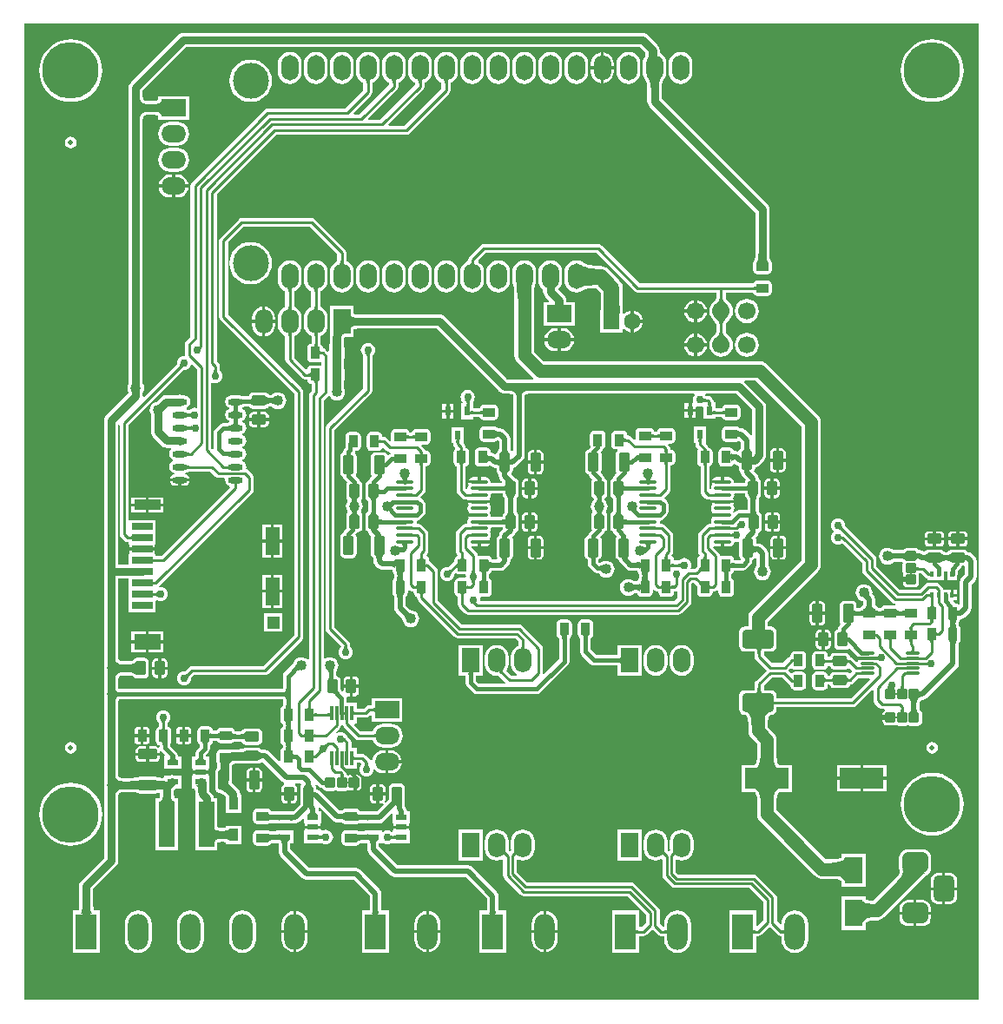
<source format=gtl>
G04*
G04 #@! TF.GenerationSoftware,Altium Limited,Altium Designer,19.0.12 (326)*
G04*
G04 Layer_Physical_Order=1*
G04 Layer_Color=255*
%FSAX44Y44*%
%MOMM*%
G71*
G01*
G75*
%ADD15C,0.3810*%
%ADD22C,0.2540*%
%ADD29O,1.4500X0.3000*%
%ADD30R,1.2000X1.2000*%
%ADD31R,2.6000X1.5000*%
%ADD32R,2.6000X1.0000*%
%ADD33R,1.4000X2.7000*%
%ADD34R,2.0000X0.7000*%
G04:AMPARAMS|DCode=35|XSize=0.9mm|YSize=1.2mm|CornerRadius=0.1125mm|HoleSize=0mm|Usage=FLASHONLY|Rotation=270.000|XOffset=0mm|YOffset=0mm|HoleType=Round|Shape=RoundedRectangle|*
%AMROUNDEDRECTD35*
21,1,0.9000,0.9750,0,0,270.0*
21,1,0.6750,1.2000,0,0,270.0*
1,1,0.2250,-0.4875,-0.3375*
1,1,0.2250,-0.4875,0.3375*
1,1,0.2250,0.4875,0.3375*
1,1,0.2250,0.4875,-0.3375*
%
%ADD35ROUNDEDRECTD35*%
G04:AMPARAMS|DCode=36|XSize=0.9mm|YSize=1.2mm|CornerRadius=0.1125mm|HoleSize=0mm|Usage=FLASHONLY|Rotation=180.000|XOffset=0mm|YOffset=0mm|HoleType=Round|Shape=RoundedRectangle|*
%AMROUNDEDRECTD36*
21,1,0.9000,0.9750,0,0,180.0*
21,1,0.6750,1.2000,0,0,180.0*
1,1,0.2250,-0.3375,0.4875*
1,1,0.2250,0.3375,0.4875*
1,1,0.2250,0.3375,-0.4875*
1,1,0.2250,-0.3375,-0.4875*
%
%ADD36ROUNDEDRECTD36*%
G04:AMPARAMS|DCode=37|XSize=0.95mm|YSize=1.4mm|CornerRadius=0.1188mm|HoleSize=0mm|Usage=FLASHONLY|Rotation=270.000|XOffset=0mm|YOffset=0mm|HoleType=Round|Shape=RoundedRectangle|*
%AMROUNDEDRECTD37*
21,1,0.9500,1.1625,0,0,270.0*
21,1,0.7125,1.4000,0,0,270.0*
1,1,0.2375,-0.5813,-0.3563*
1,1,0.2375,-0.5813,0.3563*
1,1,0.2375,0.5813,0.3563*
1,1,0.2375,0.5813,-0.3563*
%
%ADD37ROUNDEDRECTD37*%
%ADD38O,1.4500X0.6000*%
%ADD39R,0.6000X0.9500*%
G04:AMPARAMS|DCode=40|XSize=1mm|YSize=1.8mm|CornerRadius=0.125mm|HoleSize=0mm|Usage=FLASHONLY|Rotation=0.000|XOffset=0mm|YOffset=0mm|HoleType=Round|Shape=RoundedRectangle|*
%AMROUNDEDRECTD40*
21,1,1.0000,1.5500,0,0,0.0*
21,1,0.7500,1.8000,0,0,0.0*
1,1,0.2500,0.3750,-0.7750*
1,1,0.2500,-0.3750,-0.7750*
1,1,0.2500,-0.3750,0.7750*
1,1,0.2500,0.3750,0.7750*
%
%ADD40ROUNDEDRECTD40*%
G04:AMPARAMS|DCode=41|XSize=0.95mm|YSize=1.4mm|CornerRadius=0.1188mm|HoleSize=0mm|Usage=FLASHONLY|Rotation=180.000|XOffset=0mm|YOffset=0mm|HoleType=Round|Shape=RoundedRectangle|*
%AMROUNDEDRECTD41*
21,1,0.9500,1.1625,0,0,180.0*
21,1,0.7125,1.4000,0,0,180.0*
1,1,0.2375,-0.3563,0.5813*
1,1,0.2375,0.3563,0.5813*
1,1,0.2375,0.3563,-0.5813*
1,1,0.2375,-0.3563,-0.5813*
%
%ADD41ROUNDEDRECTD41*%
G04:AMPARAMS|DCode=43|XSize=1mm|YSize=1mm|CornerRadius=0.15mm|HoleSize=0mm|Usage=FLASHONLY|Rotation=90.000|XOffset=0mm|YOffset=0mm|HoleType=Round|Shape=RoundedRectangle|*
%AMROUNDEDRECTD43*
21,1,1.0000,0.7000,0,0,90.0*
21,1,0.7000,1.0000,0,0,90.0*
1,1,0.3000,0.3500,0.3500*
1,1,0.3000,0.3500,-0.3500*
1,1,0.3000,-0.3500,-0.3500*
1,1,0.3000,-0.3500,0.3500*
%
%ADD43ROUNDEDRECTD43*%
%ADD44R,0.3500X0.5000*%
G04:AMPARAMS|DCode=45|XSize=1.8mm|YSize=3mm|CornerRadius=0.225mm|HoleSize=0mm|Usage=FLASHONLY|Rotation=90.000|XOffset=0mm|YOffset=0mm|HoleType=Round|Shape=RoundedRectangle|*
%AMROUNDEDRECTD45*
21,1,1.8000,2.5500,0,0,90.0*
21,1,1.3500,3.0000,0,0,90.0*
1,1,0.4500,1.2750,0.6750*
1,1,0.4500,1.2750,-0.6750*
1,1,0.4500,-1.2750,-0.6750*
1,1,0.4500,-1.2750,0.6750*
%
%ADD45ROUNDEDRECTD45*%
G04:AMPARAMS|DCode=46|XSize=1mm|YSize=1mm|CornerRadius=0.15mm|HoleSize=0mm|Usage=FLASHONLY|Rotation=0.000|XOffset=0mm|YOffset=0mm|HoleType=Round|Shape=RoundedRectangle|*
%AMROUNDEDRECTD46*
21,1,1.0000,0.7000,0,0,0.0*
21,1,0.7000,1.0000,0,0,0.0*
1,1,0.3000,0.3500,-0.3500*
1,1,0.3000,-0.3500,-0.3500*
1,1,0.3000,-0.3500,0.3500*
1,1,0.3000,0.3500,0.3500*
%
%ADD46ROUNDEDRECTD46*%
%ADD47R,4.3000X2.0500*%
%ADD48R,1.7500X2.6500*%
%ADD49R,0.3000X1.4500*%
%ADD50R,1.0500X0.6000*%
%ADD51R,0.8500X1.2000*%
%ADD52R,1.5500X4.5000*%
G04:AMPARAMS|DCode=53|XSize=1mm|YSize=1.8mm|CornerRadius=0.125mm|HoleSize=0mm|Usage=FLASHONLY|Rotation=90.000|XOffset=0mm|YOffset=0mm|HoleType=Round|Shape=RoundedRectangle|*
%AMROUNDEDRECTD53*
21,1,1.0000,1.5500,0,0,90.0*
21,1,0.7500,1.8000,0,0,90.0*
1,1,0.2500,0.7750,0.3750*
1,1,0.2500,0.7750,-0.3750*
1,1,0.2500,-0.7750,-0.3750*
1,1,0.2500,-0.7750,0.3750*
%
%ADD53ROUNDEDRECTD53*%
%ADD97O,1.6500X0.4000*%
%ADD98C,0.5080*%
%ADD99C,1.2700*%
%ADD100C,0.3048*%
%ADD101C,0.5080*%
%ADD102C,0.7620*%
%ADD103C,1.5240*%
%ADD104C,1.0160*%
%ADD105R,0.2540X0.7620*%
%ADD106R,0.7620X0.2540*%
%ADD107C,3.5000*%
%ADD108O,1.7000X2.5000*%
%ADD109C,1.7000*%
%ADD110R,1.6000X1.6000*%
%ADD111C,1.6000*%
%ADD112O,2.4000X1.7000*%
%ADD113R,2.4000X1.7000*%
%ADD114O,1.7000X2.4000*%
%ADD115R,1.7000X2.4000*%
G04:AMPARAMS|DCode=116|XSize=2mm|YSize=2.6mm|CornerRadius=0.5mm|HoleSize=0mm|Usage=FLASHONLY|Rotation=180.000|XOffset=0mm|YOffset=0mm|HoleType=Round|Shape=RoundedRectangle|*
%AMROUNDEDRECTD116*
21,1,2.0000,1.6000,0,0,180.0*
21,1,1.0000,2.6000,0,0,180.0*
1,1,1.0000,-0.5000,0.8000*
1,1,1.0000,0.5000,0.8000*
1,1,1.0000,0.5000,-0.8000*
1,1,1.0000,-0.5000,-0.8000*
%
%ADD116ROUNDEDRECTD116*%
G04:AMPARAMS|DCode=117|XSize=2.5mm|YSize=2mm|CornerRadius=0.5mm|HoleSize=0mm|Usage=FLASHONLY|Rotation=180.000|XOffset=0mm|YOffset=0mm|HoleType=Round|Shape=RoundedRectangle|*
%AMROUNDEDRECTD117*
21,1,2.5000,1.0000,0,0,180.0*
21,1,1.5000,2.0000,0,0,180.0*
1,1,1.0000,-0.7500,0.5000*
1,1,1.0000,0.7500,0.5000*
1,1,1.0000,0.7500,-0.5000*
1,1,1.0000,-0.7500,-0.5000*
%
%ADD117ROUNDEDRECTD117*%
%ADD118R,2.0000X3.5000*%
%ADD119O,2.0000X3.5000*%
%ADD120C,5.5000*%
%ADD121C,0.7620*%
%ADD122C,1.0160*%
G36*
X00935597Y00004403D02*
X00004403D01*
X00004402Y00955597D01*
X00935597Y00955598D01*
X00935597Y00004403D01*
D02*
G37*
%LPC*%
G36*
X00569913Y00927715D02*
Y00914304D01*
X00579525D01*
Y00916780D01*
X00579145Y00919662D01*
X00578033Y00922348D01*
X00576263Y00924654D01*
X00573957Y00926423D01*
X00571271Y00927536D01*
X00569913Y00927715D01*
D02*
G37*
G36*
X00566865D02*
X00565507Y00927536D01*
X00562822Y00926423D01*
X00560516Y00924654D01*
X00558746Y00922348D01*
X00557634Y00919662D01*
X00557254Y00916780D01*
Y00914304D01*
X00566865D01*
Y00927715D01*
D02*
G37*
G36*
X00579525Y00911256D02*
X00569913D01*
Y00897845D01*
X00571271Y00898024D01*
X00573957Y00899137D01*
X00576263Y00900906D01*
X00578033Y00903212D01*
X00579145Y00905898D01*
X00579525Y00908780D01*
Y00911256D01*
D02*
G37*
G36*
X00566865D02*
X00557254D01*
Y00908780D01*
X00557634Y00905898D01*
X00558746Y00903212D01*
X00560516Y00900906D01*
X00562822Y00899137D01*
X00565507Y00898024D01*
X00566865Y00897845D01*
Y00911256D01*
D02*
G37*
G36*
X00644589Y00928428D02*
X00641575Y00928031D01*
X00638765Y00926867D01*
X00636353Y00925016D01*
X00634502Y00922604D01*
X00633339Y00919795D01*
X00632942Y00916780D01*
Y00908780D01*
X00633339Y00905765D01*
X00634502Y00902956D01*
X00636353Y00900544D01*
X00638765Y00898693D01*
X00641575Y00897529D01*
X00644589Y00897132D01*
X00647604Y00897529D01*
X00650413Y00898693D01*
X00652825Y00900544D01*
X00654677Y00902956D01*
X00655840Y00905765D01*
X00656237Y00908780D01*
Y00916780D01*
X00655840Y00919795D01*
X00654677Y00922604D01*
X00652825Y00925016D01*
X00650413Y00926867D01*
X00647604Y00928031D01*
X00644589Y00928428D01*
D02*
G37*
G36*
X00593789D02*
X00590775Y00928031D01*
X00587966Y00926867D01*
X00585553Y00925016D01*
X00583702Y00922604D01*
X00582539Y00919795D01*
X00582142Y00916780D01*
Y00908780D01*
X00582539Y00905765D01*
X00583702Y00902956D01*
X00585553Y00900544D01*
X00587966Y00898693D01*
X00590775Y00897529D01*
X00593789Y00897132D01*
X00596804Y00897529D01*
X00599613Y00898693D01*
X00602025Y00900544D01*
X00603876Y00902956D01*
X00605040Y00905765D01*
X00605437Y00908780D01*
Y00916780D01*
X00605040Y00919795D01*
X00603876Y00922604D01*
X00602025Y00925016D01*
X00599613Y00926867D01*
X00596804Y00928031D01*
X00593789Y00928428D01*
D02*
G37*
G36*
X00542989D02*
X00539975Y00928031D01*
X00537165Y00926867D01*
X00534753Y00925016D01*
X00532902Y00922604D01*
X00531739Y00919795D01*
X00531342Y00916780D01*
Y00908780D01*
X00531739Y00905765D01*
X00532902Y00902956D01*
X00534753Y00900544D01*
X00537165Y00898693D01*
X00539975Y00897529D01*
X00542989Y00897132D01*
X00546004Y00897529D01*
X00548813Y00898693D01*
X00551226Y00900544D01*
X00553077Y00902956D01*
X00554240Y00905765D01*
X00554637Y00908780D01*
Y00916780D01*
X00554240Y00919795D01*
X00553077Y00922604D01*
X00551226Y00925016D01*
X00548813Y00926867D01*
X00546004Y00928031D01*
X00542989Y00928428D01*
D02*
G37*
G36*
X00517589D02*
X00514575Y00928031D01*
X00511766Y00926867D01*
X00509353Y00925016D01*
X00507502Y00922604D01*
X00506339Y00919795D01*
X00505942Y00916780D01*
Y00908780D01*
X00506339Y00905765D01*
X00507502Y00902956D01*
X00509353Y00900544D01*
X00511766Y00898693D01*
X00514575Y00897529D01*
X00517589Y00897132D01*
X00520604Y00897529D01*
X00523413Y00898693D01*
X00525826Y00900544D01*
X00527677Y00902956D01*
X00528840Y00905765D01*
X00529237Y00908780D01*
Y00916780D01*
X00528840Y00919795D01*
X00527677Y00922604D01*
X00525826Y00925016D01*
X00523413Y00926867D01*
X00520604Y00928031D01*
X00517589Y00928428D01*
D02*
G37*
G36*
X00492189D02*
X00489175Y00928031D01*
X00486366Y00926867D01*
X00483953Y00925016D01*
X00482102Y00922604D01*
X00480939Y00919795D01*
X00480542Y00916780D01*
Y00908780D01*
X00480939Y00905765D01*
X00482102Y00902956D01*
X00483953Y00900544D01*
X00486366Y00898693D01*
X00489175Y00897529D01*
X00492189Y00897132D01*
X00495204Y00897529D01*
X00498013Y00898693D01*
X00500425Y00900544D01*
X00502276Y00902956D01*
X00503440Y00905765D01*
X00503837Y00908780D01*
Y00916780D01*
X00503440Y00919795D01*
X00502276Y00922604D01*
X00500425Y00925016D01*
X00498013Y00926867D01*
X00495204Y00928031D01*
X00492189Y00928428D01*
D02*
G37*
G36*
X00466789D02*
X00463775Y00928031D01*
X00460966Y00926867D01*
X00458553Y00925016D01*
X00456702Y00922604D01*
X00455539Y00919795D01*
X00455142Y00916780D01*
Y00908780D01*
X00455539Y00905765D01*
X00456702Y00902956D01*
X00458553Y00900544D01*
X00460966Y00898693D01*
X00463775Y00897529D01*
X00466789Y00897132D01*
X00469804Y00897529D01*
X00472613Y00898693D01*
X00475025Y00900544D01*
X00476876Y00902956D01*
X00478040Y00905765D01*
X00478437Y00908780D01*
Y00916780D01*
X00478040Y00919795D01*
X00476876Y00922604D01*
X00475025Y00925016D01*
X00472613Y00926867D01*
X00469804Y00928031D01*
X00466789Y00928428D01*
D02*
G37*
G36*
X00441389D02*
X00438375Y00928031D01*
X00435565Y00926867D01*
X00433153Y00925016D01*
X00431302Y00922604D01*
X00430139Y00919795D01*
X00429742Y00916780D01*
Y00908780D01*
X00430139Y00905765D01*
X00431302Y00902956D01*
X00433153Y00900544D01*
X00435565Y00898693D01*
X00438375Y00897529D01*
X00441389Y00897132D01*
X00444404Y00897529D01*
X00447213Y00898693D01*
X00449626Y00900544D01*
X00451477Y00902956D01*
X00452640Y00905765D01*
X00453037Y00908780D01*
Y00916780D01*
X00452640Y00919795D01*
X00451477Y00922604D01*
X00449626Y00925016D01*
X00447213Y00926867D01*
X00444404Y00928031D01*
X00441389Y00928428D01*
D02*
G37*
G36*
X00314389D02*
X00311375Y00928031D01*
X00308566Y00926867D01*
X00306153Y00925016D01*
X00304302Y00922604D01*
X00303139Y00919795D01*
X00302742Y00916780D01*
Y00908780D01*
X00303139Y00905765D01*
X00304302Y00902956D01*
X00306153Y00900544D01*
X00308566Y00898693D01*
X00311375Y00897529D01*
X00314389Y00897132D01*
X00317404Y00897529D01*
X00320213Y00898693D01*
X00322626Y00900544D01*
X00324477Y00902956D01*
X00325640Y00905765D01*
X00326037Y00908780D01*
Y00916780D01*
X00325640Y00919795D01*
X00324477Y00922604D01*
X00322626Y00925016D01*
X00320213Y00926867D01*
X00317404Y00928031D01*
X00314389Y00928428D01*
D02*
G37*
G36*
X00288989D02*
X00285975Y00928031D01*
X00283165Y00926867D01*
X00280753Y00925016D01*
X00278902Y00922604D01*
X00277739Y00919795D01*
X00277342Y00916780D01*
Y00908780D01*
X00277739Y00905765D01*
X00278902Y00902956D01*
X00280753Y00900544D01*
X00283165Y00898693D01*
X00285975Y00897529D01*
X00288989Y00897132D01*
X00292004Y00897529D01*
X00294813Y00898693D01*
X00297225Y00900544D01*
X00299076Y00902956D01*
X00300240Y00905765D01*
X00300637Y00908780D01*
Y00916780D01*
X00300240Y00919795D01*
X00299076Y00922604D01*
X00297225Y00925016D01*
X00294813Y00926867D01*
X00292004Y00928031D01*
X00288989Y00928428D01*
D02*
G37*
G36*
X00263589D02*
X00260575Y00928031D01*
X00257766Y00926867D01*
X00255353Y00925016D01*
X00253502Y00922604D01*
X00252339Y00919795D01*
X00251942Y00916780D01*
Y00908780D01*
X00252339Y00905765D01*
X00253502Y00902956D01*
X00255353Y00900544D01*
X00257766Y00898693D01*
X00260575Y00897529D01*
X00263589Y00897132D01*
X00266604Y00897529D01*
X00269413Y00898693D01*
X00271826Y00900544D01*
X00273676Y00902956D01*
X00274840Y00905765D01*
X00275237Y00908780D01*
Y00916780D01*
X00274840Y00919795D01*
X00273676Y00922604D01*
X00271826Y00925016D01*
X00269413Y00926867D01*
X00266604Y00928031D01*
X00263589Y00928428D01*
D02*
G37*
G36*
X00225489Y00920727D02*
X00221461Y00920331D01*
X00217588Y00919156D01*
X00214018Y00917248D01*
X00210889Y00914680D01*
X00208322Y00911551D01*
X00206414Y00907981D01*
X00205239Y00904108D01*
X00204842Y00900080D01*
X00205239Y00896052D01*
X00206414Y00892179D01*
X00208322Y00888609D01*
X00210889Y00885480D01*
X00214018Y00882912D01*
X00217588Y00881004D01*
X00221461Y00879829D01*
X00225489Y00879433D01*
X00229517Y00879829D01*
X00233391Y00881004D01*
X00236960Y00882912D01*
X00240089Y00885480D01*
X00242657Y00888609D01*
X00244565Y00892179D01*
X00245740Y00896052D01*
X00246137Y00900080D01*
X00245740Y00904108D01*
X00244565Y00907981D01*
X00242657Y00911551D01*
X00240089Y00914680D01*
X00236960Y00917248D01*
X00233391Y00919156D01*
X00229517Y00920331D01*
X00225489Y00920727D01*
D02*
G37*
G36*
X00890000Y00940642D02*
X00885206Y00940265D01*
X00880531Y00939143D01*
X00876088Y00937303D01*
X00871989Y00934790D01*
X00868332Y00931667D01*
X00865210Y00928011D01*
X00862697Y00923911D01*
X00860857Y00919469D01*
X00859735Y00914793D01*
X00859357Y00910000D01*
X00859735Y00905206D01*
X00860857Y00900531D01*
X00862697Y00896089D01*
X00865210Y00891989D01*
X00868332Y00888333D01*
X00871989Y00885210D01*
X00876088Y00882697D01*
X00880531Y00880857D01*
X00885206Y00879735D01*
X00890000Y00879358D01*
X00894793Y00879735D01*
X00899469Y00880857D01*
X00903911Y00882697D01*
X00908011Y00885210D01*
X00911667Y00888333D01*
X00914790Y00891989D01*
X00917302Y00896089D01*
X00919143Y00900531D01*
X00920265Y00905206D01*
X00920642Y00910000D01*
X00920265Y00914793D01*
X00919143Y00919469D01*
X00917302Y00923911D01*
X00914790Y00928011D01*
X00911667Y00931667D01*
X00908011Y00934790D01*
X00903911Y00937303D01*
X00899469Y00939143D01*
X00894793Y00940265D01*
X00890000Y00940642D01*
D02*
G37*
G36*
X00050000D02*
X00045206Y00940265D01*
X00040531Y00939143D01*
X00036089Y00937303D01*
X00031989Y00934790D01*
X00028333Y00931667D01*
X00025210Y00928011D01*
X00022697Y00923911D01*
X00020857Y00919469D01*
X00019735Y00914793D01*
X00019358Y00910000D01*
X00019735Y00905206D01*
X00020857Y00900531D01*
X00022697Y00896089D01*
X00025210Y00891989D01*
X00028333Y00888333D01*
X00031989Y00885210D01*
X00036089Y00882697D01*
X00040531Y00880857D01*
X00045206Y00879735D01*
X00050000Y00879358D01*
X00054794Y00879735D01*
X00059469Y00880857D01*
X00063911Y00882697D01*
X00068011Y00885210D01*
X00071667Y00888333D01*
X00074790Y00891989D01*
X00077303Y00896089D01*
X00079143Y00900531D01*
X00080265Y00905206D01*
X00080642Y00910000D01*
X00080265Y00914793D01*
X00079143Y00919469D01*
X00077303Y00923911D01*
X00074790Y00928011D01*
X00071667Y00931667D01*
X00068011Y00934790D01*
X00063911Y00937303D01*
X00059469Y00939143D01*
X00054794Y00940265D01*
X00050000Y00940642D01*
D02*
G37*
G36*
X00153920Y00859928D02*
X00146920D01*
X00143905Y00859531D01*
X00141096Y00858367D01*
X00138684Y00856516D01*
X00136833Y00854104D01*
X00135669Y00851295D01*
X00135272Y00848280D01*
X00135669Y00845265D01*
X00136833Y00842456D01*
X00138684Y00840044D01*
X00141096Y00838193D01*
X00143905Y00837029D01*
X00146920Y00836632D01*
X00153920D01*
X00156934Y00837029D01*
X00159744Y00838193D01*
X00162156Y00840044D01*
X00164007Y00842456D01*
X00165171Y00845265D01*
X00165567Y00848280D01*
X00165171Y00851295D01*
X00164007Y00854104D01*
X00162156Y00856516D01*
X00159744Y00858367D01*
X00156934Y00859531D01*
X00153920Y00859928D01*
D02*
G37*
G36*
X00050000Y00845697D02*
X00047820Y00845264D01*
X00045971Y00844029D01*
X00044736Y00842180D01*
X00044303Y00840000D01*
X00044736Y00837820D01*
X00045971Y00835971D01*
X00047820Y00834736D01*
X00050000Y00834303D01*
X00052180Y00834736D01*
X00054029Y00835971D01*
X00055264Y00837820D01*
X00055697Y00840000D01*
X00055264Y00842180D01*
X00054029Y00844029D01*
X00052180Y00845264D01*
X00050000Y00845697D01*
D02*
G37*
G36*
X00153920Y00834528D02*
X00146920D01*
X00143905Y00834131D01*
X00141096Y00832967D01*
X00138684Y00831116D01*
X00136833Y00828704D01*
X00135669Y00825895D01*
X00135272Y00822880D01*
X00135669Y00819865D01*
X00136833Y00817056D01*
X00138684Y00814644D01*
X00141096Y00812793D01*
X00143905Y00811629D01*
X00146920Y00811232D01*
X00153920D01*
X00156934Y00811629D01*
X00159744Y00812793D01*
X00162156Y00814644D01*
X00164007Y00817056D01*
X00165171Y00819865D01*
X00165567Y00822880D01*
X00165171Y00825895D01*
X00164007Y00828704D01*
X00162156Y00831116D01*
X00159744Y00832967D01*
X00156934Y00834131D01*
X00153920Y00834528D01*
D02*
G37*
G36*
Y00808615D02*
X00151944D01*
Y00799004D01*
X00164855D01*
X00164676Y00800362D01*
X00163563Y00803048D01*
X00161794Y00805354D01*
X00159487Y00807123D01*
X00156802Y00808236D01*
X00153920Y00808615D01*
D02*
G37*
G36*
X00148896D02*
X00146920D01*
X00144038Y00808236D01*
X00141352Y00807123D01*
X00139046Y00805354D01*
X00137276Y00803048D01*
X00136164Y00800362D01*
X00135985Y00799004D01*
X00148896D01*
Y00808615D01*
D02*
G37*
G36*
X00164855Y00795956D02*
X00151944D01*
Y00786345D01*
X00153920D01*
X00156802Y00786724D01*
X00159487Y00787837D01*
X00161794Y00789606D01*
X00163563Y00791912D01*
X00164676Y00794598D01*
X00164855Y00795956D01*
D02*
G37*
G36*
X00148896D02*
X00135985D01*
X00136164Y00794598D01*
X00137276Y00791912D01*
X00139046Y00789606D01*
X00141352Y00787837D01*
X00144038Y00786724D01*
X00146920Y00786345D01*
X00148896D01*
Y00795956D01*
D02*
G37*
G36*
X00607620Y00946637D02*
X00159580D01*
X00157789Y00946402D01*
X00156121Y00945711D01*
X00154689Y00944611D01*
X00108568Y00898491D01*
X00107469Y00897058D01*
X00106778Y00895390D01*
X00106542Y00893599D01*
Y00873680D01*
X00106542Y00604837D01*
X00106360Y00604599D01*
X00105541Y00602621D01*
X00105261Y00600499D01*
X00105541Y00598378D01*
X00106360Y00596400D01*
X00106542Y00596162D01*
Y00595745D01*
X00084569Y00573771D01*
X00083469Y00572339D01*
X00082778Y00570670D01*
X00082543Y00568880D01*
Y00421560D01*
X00082545Y00421545D01*
X00082543Y00421530D01*
Y00327380D01*
Y00302180D01*
Y00213520D01*
Y00142325D01*
X00060308Y00120091D01*
X00059209Y00118658D01*
X00058518Y00116990D01*
X00058282Y00115199D01*
Y00095791D01*
X00058247Y00094453D01*
X00058152Y00093366D01*
X00058005Y00092486D01*
X00057828Y00091826D01*
X00057653Y00091395D01*
X00057534Y00091199D01*
X00057428Y00091188D01*
X00052151D01*
Y00050092D01*
X00078247D01*
Y00091188D01*
X00072971D01*
X00072865Y00091199D01*
X00072746Y00091395D01*
X00072570Y00091826D01*
X00072393Y00092486D01*
X00072247Y00093366D01*
X00072152Y00094453D01*
X00072116Y00095791D01*
Y00112334D01*
X00094351Y00134569D01*
X00095450Y00136001D01*
X00096141Y00137670D01*
X00096377Y00139460D01*
Y00201998D01*
X00096440Y00203185D01*
X00096595Y00204068D01*
X00096819Y00204739D01*
X00097084Y00205230D01*
X00097383Y00205597D01*
X00097750Y00205896D01*
X00098241Y00206161D01*
X00098912Y00206385D01*
X00099795Y00206540D01*
X00100982Y00206603D01*
X00108390D01*
X00108392Y00206602D01*
X00109644Y00206592D01*
X00111803Y00206510D01*
X00113508Y00206352D01*
X00114122Y00206258D01*
X00114620Y00206155D01*
X00114955Y00206061D01*
X00115104Y00206004D01*
X00115299Y00205897D01*
X00115358Y00205878D01*
X00115593Y00205721D01*
X00116303Y00205580D01*
X00116455Y00205532D01*
X00116517Y00205537D01*
X00117270Y00205388D01*
X00132770D01*
X00133522Y00205537D01*
X00133584Y00205532D01*
X00133737Y00205580D01*
X00134447Y00205721D01*
X00134681Y00205878D01*
X00134740Y00205897D01*
X00134935Y00206004D01*
X00135084Y00206061D01*
X00135419Y00206155D01*
X00135682Y00206210D01*
X00136380Y00205843D01*
X00136802Y00205466D01*
X00136822Y00205436D01*
X00136946Y00205101D01*
X00136917Y00203993D01*
X00136822Y00202906D01*
X00136676Y00202026D01*
X00136499Y00201366D01*
X00136323Y00200935D01*
X00136204Y00200739D01*
X00136098Y00200728D01*
X00133072D01*
Y00149632D01*
X00154668D01*
Y00200728D01*
X00151642D01*
X00151535Y00200739D01*
X00151416Y00200935D01*
X00151241Y00201366D01*
X00151063Y00202026D01*
X00150917Y00202906D01*
X00150822Y00203993D01*
X00150787Y00205331D01*
Y00208745D01*
X00152474Y00210432D01*
X00157668D01*
Y00222528D01*
X00152059D01*
X00150530Y00223162D01*
X00148740Y00223397D01*
X00146949Y00223162D01*
X00145420Y00222528D01*
X00141072D01*
Y00221429D01*
X00139802Y00220471D01*
X00138236Y00220530D01*
X00136532Y00220688D01*
X00135917Y00220782D01*
X00135419Y00220885D01*
X00135084Y00220979D01*
X00134935Y00221036D01*
X00134740Y00221143D01*
X00134681Y00221162D01*
X00134447Y00221319D01*
X00133737Y00221460D01*
X00133584Y00221508D01*
X00133522Y00221503D01*
X00132770Y00221652D01*
X00117270D01*
X00116517Y00221503D01*
X00116455Y00221508D01*
X00116303Y00221460D01*
X00115593Y00221319D01*
X00115358Y00221162D01*
X00115299Y00221143D01*
X00115104Y00221036D01*
X00114956Y00220979D01*
X00114620Y00220885D01*
X00114122Y00220782D01*
X00113553Y00220695D01*
X00109606Y00220448D01*
X00108392Y00220438D01*
X00108390Y00220437D01*
X00100982D01*
X00099795Y00220500D01*
X00098912Y00220655D01*
X00098241Y00220879D01*
X00097750Y00221144D01*
X00097383Y00221443D01*
X00097084Y00221810D01*
X00096819Y00222301D01*
X00096595Y00222972D01*
X00096440Y00223855D01*
X00096377Y00225042D01*
Y00292593D01*
X00096412Y00293925D01*
X00096507Y00295005D01*
X00096653Y00295880D01*
X00096830Y00296536D01*
X00097004Y00296962D01*
X00097043Y00297026D01*
X00098617Y00297130D01*
X00256572D01*
X00256731Y00297102D01*
X00256754Y00297094D01*
X00256762Y00297071D01*
X00256790Y00296912D01*
Y00290830D01*
X00256772Y00290625D01*
X00256772Y00290623D01*
X00255456Y00289743D01*
X00254534Y00288363D01*
X00254210Y00286735D01*
Y00276985D01*
X00254534Y00275357D01*
X00255456Y00273976D01*
X00256772Y00273097D01*
X00256772Y00273095D01*
X00256790Y00272890D01*
Y00270510D01*
X00256772Y00270306D01*
X00256772Y00270303D01*
X00255456Y00269424D01*
X00254534Y00268043D01*
X00254210Y00266415D01*
Y00256665D01*
X00254534Y00255037D01*
X00255456Y00253656D01*
X00256772Y00252777D01*
X00256772Y00252774D01*
X00256790Y00252570D01*
Y00250190D01*
X00256772Y00249986D01*
X00256772Y00249983D01*
X00255456Y00249104D01*
X00254534Y00247723D01*
X00254210Y00246095D01*
Y00237093D01*
X00252940Y00236567D01*
X00243348Y00246159D01*
X00241500Y00247394D01*
X00239320Y00247827D01*
X00237581D01*
X00237458Y00247836D01*
X00236967Y00247903D01*
X00236565Y00247985D01*
X00236255Y00248076D01*
X00236038Y00248163D01*
X00235906Y00248233D01*
X00235848Y00248274D01*
X00235841Y00248280D01*
X00235709Y00248448D01*
X00235653Y00248496D01*
X00235486Y00248746D01*
X00234915Y00249128D01*
X00234787Y00249237D01*
X00234718Y00249259D01*
X00234085Y00249682D01*
X00232432Y00250011D01*
X00220807D01*
X00220030Y00249856D01*
X00219939Y00249862D01*
X00219774Y00249806D01*
X00219155Y00249682D01*
X00218878Y00249498D01*
X00218792Y00249468D01*
X00218457Y00249273D01*
X00218175Y00249147D01*
X00217820Y00249024D01*
X00216585Y00248736D01*
X00215953Y00248641D01*
X00213069Y00248436D01*
X00211969Y00248423D01*
X00211968Y00248422D01*
X00206535D01*
X00206095Y00248510D01*
X00196345D01*
X00194716Y00248186D01*
X00193336Y00247264D01*
X00192414Y00245883D01*
X00192090Y00244255D01*
Y00237505D01*
X00192225Y00236826D01*
X00192220Y00236779D01*
X00192262Y00236642D01*
X00192414Y00235877D01*
X00192557Y00235663D01*
X00192570Y00235618D01*
X00192645Y00235478D01*
X00192680Y00235381D01*
X00192759Y00235070D01*
X00192830Y00234685D01*
X00193007Y00232028D01*
X00192990Y00231785D01*
X00192882Y00231033D01*
X00192749Y00230395D01*
X00192610Y00229913D01*
X00192484Y00229600D01*
X00192412Y00229470D01*
X00192283Y00229361D01*
X00192264Y00229337D01*
X00192071Y00229209D01*
X00191598Y00228500D01*
X00191528Y00228412D01*
X00191519Y00228383D01*
X00191121Y00227787D01*
X00190788Y00226110D01*
Y00210610D01*
X00191121Y00208933D01*
X00192071Y00207511D01*
X00192792Y00207029D01*
X00192872Y00206943D01*
X00193027Y00206872D01*
X00193493Y00206561D01*
X00193868Y00206487D01*
X00193974Y00206438D01*
X00194795Y00206243D01*
X00195513Y00206015D01*
X00196243Y00205727D01*
X00196986Y00205373D01*
X00197743Y00204954D01*
X00198514Y00204464D01*
X00199266Y00203926D01*
X00200926Y00202537D01*
X00201483Y00202004D01*
Y00195950D01*
X00201542Y00195500D01*
Y00186462D01*
X00216138D01*
Y00204558D01*
X00215317D01*
Y00204880D01*
X00215081Y00206670D01*
X00214390Y00208339D01*
X00213291Y00209771D01*
X00211545Y00211517D01*
X00209013Y00214214D01*
X00208110Y00215307D01*
X00207403Y00216269D01*
X00207052Y00216832D01*
Y00226110D01*
X00206987Y00226437D01*
Y00228708D01*
X00207014Y00229746D01*
X00207088Y00230624D01*
X00207205Y00231396D01*
X00207358Y00232062D01*
X00207540Y00232621D01*
X00207739Y00233077D01*
X00207948Y00233440D01*
X00208162Y00233722D01*
X00208373Y00233937D01*
X00208487Y00233984D01*
X00208841Y00234093D01*
X00209339Y00234207D01*
X00209888Y00234301D01*
X00213708Y00234576D01*
X00214251Y00234582D01*
X00215126Y00234579D01*
X00219352Y00234483D01*
X00219615Y00234463D01*
X00219816Y00234437D01*
X00219850Y00234439D01*
X00220807Y00234249D01*
X00232432D01*
X00234085Y00234578D01*
X00234718Y00235000D01*
X00234787Y00235023D01*
X00234915Y00235132D01*
X00235486Y00235514D01*
X00235653Y00235764D01*
X00235709Y00235812D01*
X00235841Y00235980D01*
X00235848Y00235986D01*
X00235906Y00236027D01*
X00236038Y00236097D01*
X00236256Y00236184D01*
X00236565Y00236275D01*
X00236920Y00236348D01*
X00237033Y00236359D01*
X00256521Y00216871D01*
X00258322Y00215668D01*
X00258354Y00215453D01*
X00258265Y00214362D01*
X00258073Y00214324D01*
X00256840Y00213500D01*
X00256016Y00212267D01*
X00255727Y00210812D01*
Y00206524D01*
X00270453D01*
Y00210812D01*
X00270163Y00212267D01*
X00269340Y00213500D01*
X00268692Y00213932D01*
X00269077Y00215203D01*
X00274030D01*
X00274988Y00214094D01*
X00274974Y00213866D01*
X00274604Y00213313D01*
X00274492Y00213184D01*
X00274467Y00213108D01*
X00274037Y00212465D01*
X00273709Y00210812D01*
Y00202923D01*
X00273682Y00202790D01*
Y00194740D01*
X00267757Y00188815D01*
X00266888Y00188008D01*
Y00188008D01*
X00266888Y00188008D01*
X00263956D01*
X00263809Y00188037D01*
X00263662Y00188008D01*
X00253517D01*
X00253370Y00188037D01*
X00253223Y00188008D01*
X00250292D01*
Y00187691D01*
X00249805Y00187657D01*
X00246656D01*
X00246278Y00187689D01*
X00245731Y00187775D01*
X00245655Y00187794D01*
X00245585Y00188143D01*
X00244663Y00189524D01*
X00243283Y00190446D01*
X00241655Y00190770D01*
X00231905D01*
X00230276Y00190446D01*
X00228896Y00189524D01*
X00227974Y00188143D01*
X00227650Y00186515D01*
Y00179765D01*
X00227974Y00178137D01*
X00228896Y00176756D01*
X00230276Y00175834D01*
X00231905Y00175510D01*
X00241655D01*
X00242344Y00175647D01*
X00242397Y00175642D01*
X00242541Y00175687D01*
X00243073Y00175792D01*
X00243091Y00175795D01*
X00243094Y00175797D01*
X00243283Y00175834D01*
X00243505Y00175983D01*
X00243556Y00175998D01*
X00243596Y00176020D01*
X00243721Y00176053D01*
X00243893Y00176086D01*
X00246387Y00176262D01*
X00250292D01*
Y00175912D01*
X00253223D01*
X00253370Y00175883D01*
X00253517Y00175912D01*
X00263662D01*
X00263809Y00175883D01*
X00263956Y00175912D01*
X00266888D01*
Y00176229D01*
X00267374Y00176262D01*
X00268960D01*
X00271140Y00176696D01*
X00272988Y00177931D01*
X00276618Y00181561D01*
X00277792Y00181075D01*
Y00175912D01*
X00278300D01*
Y00173984D01*
X00286090D01*
X00293880D01*
Y00175912D01*
X00294388D01*
Y00188008D01*
X00291914D01*
X00291900Y00188060D01*
X00291817Y00188560D01*
X00291787Y00188897D01*
Y00190306D01*
X00291593Y00191283D01*
X00292763Y00191909D01*
X00305561Y00179111D01*
X00307409Y00177876D01*
X00309590Y00177442D01*
X00313207D01*
X00313316Y00177435D01*
X00313813Y00177370D01*
X00314219Y00177288D01*
X00314531Y00177200D01*
X00314748Y00177115D01*
X00314875Y00177050D01*
X00314919Y00177019D01*
X00315038Y00176868D01*
X00315092Y00176822D01*
X00315256Y00176576D01*
X00315834Y00176190D01*
X00315961Y00176082D01*
X00316028Y00176060D01*
X00316636Y00175654D01*
X00318265Y00175330D01*
X00328015D01*
X00328744Y00175475D01*
X00328821Y00175469D01*
X00328983Y00175523D01*
X00329643Y00175654D01*
X00329899Y00175825D01*
X00329973Y00175850D01*
X00330100Y00175922D01*
X00330148Y00175942D01*
X00330321Y00175996D01*
X00330606Y00176063D01*
X00330909Y00176116D01*
X00332883Y00176262D01*
X00336652D01*
Y00175912D01*
X00339583D01*
X00339730Y00175883D01*
X00339877Y00175912D01*
X00353248D01*
Y00176908D01*
X00354778Y00177931D01*
X00362978Y00186131D01*
X00364152Y00185645D01*
Y00175912D01*
X00364660D01*
Y00173984D01*
X00372450D01*
X00380240D01*
Y00175912D01*
X00380748D01*
Y00188008D01*
X00378122D01*
X00377713Y00190060D01*
X00376478Y00191909D01*
X00375857Y00192530D01*
Y00201370D01*
X00375831Y00201503D01*
Y00210812D01*
X00375502Y00212465D01*
X00374566Y00213866D01*
X00373165Y00214802D01*
X00371512Y00215131D01*
X00364387D01*
X00362734Y00214802D01*
X00361334Y00213866D01*
X00360397Y00212465D01*
X00360069Y00210812D01*
Y00199525D01*
X00358971Y00198239D01*
X00357216Y00196484D01*
X00356230Y00197293D01*
X00356523Y00197733D01*
X00356813Y00199188D01*
Y00203476D01*
X00350974D01*
Y00195387D01*
X00353012D01*
X00354467Y00195676D01*
X00354906Y00195970D01*
X00355716Y00194984D01*
X00348740Y00188008D01*
X00339877D01*
X00339730Y00188037D01*
X00339583Y00188008D01*
X00336652D01*
Y00187691D01*
X00336165Y00187657D01*
X00332993D01*
X00332601Y00187689D01*
X00332035Y00187777D01*
X00331980Y00187790D01*
X00331945Y00187963D01*
X00331023Y00189343D01*
X00329643Y00190266D01*
X00328015Y00190590D01*
X00318265D01*
X00316636Y00190266D01*
X00316066Y00189885D01*
X00316026Y00189873D01*
X00315921Y00189788D01*
X00315256Y00189343D01*
X00315121Y00189142D01*
X00315065Y00189117D01*
X00314832Y00189044D01*
X00314482Y00188965D01*
X00314060Y00188899D01*
X00313261Y00188838D01*
X00311950D01*
X00292398Y00208389D01*
X00290550Y00209624D01*
X00289471Y00209839D01*
Y00210812D01*
X00289142Y00212465D01*
X00288713Y00213108D01*
X00288687Y00213184D01*
X00288575Y00213313D01*
X00288366Y00213626D01*
X00288370Y00213712D01*
X00289666Y00214212D01*
X00291629Y00212249D01*
X00293267Y00211154D01*
X00295044Y00210801D01*
X00295095Y00210546D01*
X00296100Y00209041D01*
X00297605Y00208036D01*
X00299379Y00207683D01*
X00306379D01*
X00308154Y00208036D01*
X00308594Y00208330D01*
X00309035Y00208036D01*
X00310809Y00207683D01*
X00317809D01*
X00319584Y00208036D01*
X00320482Y00208636D01*
X00320663Y00208514D01*
X00322239Y00208201D01*
X00329239D01*
X00330816Y00208514D01*
X00332152Y00209407D01*
X00333045Y00210744D01*
X00333358Y00212320D01*
Y00219320D01*
X00333045Y00220896D01*
X00332152Y00222233D01*
X00330816Y00223126D01*
X00329239Y00223439D01*
X00322239D01*
X00320663Y00223126D01*
X00320482Y00223004D01*
X00319584Y00223604D01*
X00318712Y00223778D01*
Y00224492D01*
X00318377Y00226177D01*
X00317422Y00227605D01*
X00317056Y00227972D01*
X00317582Y00229242D01*
X00328857D01*
Y00235137D01*
X00332426D01*
X00333797Y00233767D01*
X00333750Y00233700D01*
X00333655Y00233586D01*
X00333465Y00233387D01*
X00333441Y00233349D01*
X00332389Y00231979D01*
X00331698Y00230310D01*
X00331463Y00228520D01*
X00331698Y00226730D01*
X00332389Y00225061D01*
X00333489Y00223629D01*
X00334921Y00222530D01*
X00336589Y00221838D01*
X00338380Y00221603D01*
X00340170Y00221838D01*
X00341838Y00222530D01*
X00343271Y00223629D01*
X00344370Y00225061D01*
X00345061Y00226730D01*
X00345291Y00228479D01*
X00345401Y00228558D01*
X00346519Y00228966D01*
X00347056Y00228266D01*
X00349362Y00226497D01*
X00352048Y00225384D01*
X00354930Y00225005D01*
X00356906D01*
Y00236140D01*
Y00247275D01*
X00354930D01*
X00352048Y00246896D01*
X00349362Y00245783D01*
X00347056Y00244014D01*
X00345286Y00241708D01*
X00344174Y00239022D01*
X00343849Y00236556D01*
X00342563Y00236514D01*
X00342447Y00237095D01*
X00341493Y00238523D01*
X00337363Y00242653D01*
X00335934Y00243607D01*
X00334250Y00243943D01*
X00328857D01*
Y00249838D01*
X00323712D01*
Y00255210D01*
X00323377Y00256895D01*
X00322422Y00258323D01*
X00319980Y00260766D01*
X00319416Y00261343D01*
X00318830Y00261995D01*
X00318819Y00262009D01*
X00318794Y00262045D01*
X00318777Y00262062D01*
X00318754Y00262091D01*
X00318699Y00262137D01*
X00318633Y00262201D01*
X00317871Y00263194D01*
X00316438Y00264293D01*
X00314770Y00264984D01*
X00312980Y00265220D01*
X00311189Y00264984D01*
X00309818Y00264416D01*
X00309098Y00265493D01*
X00312422Y00268817D01*
X00313377Y00270245D01*
X00313712Y00271930D01*
Y00272717D01*
X00314982Y00272842D01*
X00315242Y00271535D01*
X00316196Y00270107D01*
X00327877Y00258427D01*
X00329305Y00257472D01*
X00330990Y00257137D01*
X00344254D01*
X00344842Y00255716D01*
X00346693Y00253304D01*
X00349106Y00251453D01*
X00351915Y00250289D01*
X00354930Y00249892D01*
X00361930D01*
X00364944Y00250289D01*
X00367753Y00251453D01*
X00370166Y00253304D01*
X00372017Y00255716D01*
X00373180Y00258525D01*
X00373577Y00261540D01*
X00373180Y00264555D01*
X00372017Y00267364D01*
X00370166Y00269776D01*
X00367753Y00271627D01*
X00364944Y00272791D01*
X00361930Y00273188D01*
X00354930D01*
X00351915Y00272791D01*
X00349106Y00271627D01*
X00346693Y00269776D01*
X00344842Y00267364D01*
X00344254Y00265943D01*
X00332813D01*
X00326687Y00272069D01*
X00327173Y00273242D01*
X00328857D01*
Y00279137D01*
X00337520D01*
X00339204Y00279473D01*
X00340633Y00280427D01*
X00342112Y00281906D01*
X00343382Y00281380D01*
Y00275392D01*
X00373478D01*
Y00298488D01*
X00343382D01*
Y00291343D01*
X00340920D01*
X00339235Y00291007D01*
X00337807Y00290053D01*
X00335696Y00287943D01*
X00328857D01*
Y00293838D01*
X00319288D01*
Y00298382D01*
X00319153Y00299060D01*
X00319648Y00299721D01*
X00320224Y00300187D01*
X00322035D01*
Y00308276D01*
X00316196D01*
Y00305361D01*
X00314926Y00304835D01*
X00314037Y00305725D01*
X00313442Y00306364D01*
X00313036Y00306871D01*
X00312940Y00307007D01*
Y00315613D01*
X00312612Y00317265D01*
X00311675Y00318666D01*
X00310275Y00319602D01*
X00308990Y00319858D01*
Y00323649D01*
X00309025Y00323912D01*
X00309079Y00324191D01*
X00309146Y00324458D01*
X00309227Y00324715D01*
X00309323Y00324963D01*
X00309433Y00325206D01*
X00309558Y00325444D01*
X00309747Y00325756D01*
X00309774Y00325831D01*
X00309920Y00326021D01*
X00310739Y00327998D01*
X00311018Y00330120D01*
X00310739Y00332242D01*
X00309920Y00334219D01*
X00308617Y00335917D01*
X00306919Y00337220D01*
X00304942Y00338039D01*
X00302820Y00338318D01*
X00300698Y00338039D01*
X00298721Y00337220D01*
X00298202Y00336821D01*
X00297062Y00337383D01*
Y00588777D01*
X00301084Y00592799D01*
X00302529Y00592448D01*
X00303622Y00591023D01*
X00305320Y00589720D01*
X00307297Y00588901D01*
X00309419Y00588622D01*
X00311541Y00588901D01*
X00313518Y00589720D01*
X00315216Y00591023D01*
X00316519Y00592721D01*
X00317338Y00594698D01*
X00317617Y00596820D01*
X00317338Y00598942D01*
X00316519Y00600919D01*
X00316352Y00601137D01*
X00316389Y00603784D01*
X00316540Y00606274D01*
X00316595Y00606722D01*
X00316640Y00606972D01*
X00316725Y00607100D01*
X00317049Y00608728D01*
Y00618478D01*
X00316725Y00620106D01*
X00316685Y00620166D01*
X00316389Y00625060D01*
X00316389Y00625101D01*
X00316540Y00627591D01*
X00316595Y00628039D01*
X00316640Y00628289D01*
X00316725Y00628417D01*
X00317049Y00630045D01*
Y00639795D01*
X00316725Y00641423D01*
X00316685Y00641483D01*
X00316364Y00646789D01*
X00316372Y00647081D01*
X00316467Y00648161D01*
X00316613Y00649036D01*
X00316789Y00649691D01*
X00316964Y00650118D01*
X00317081Y00650310D01*
X00317365Y00650340D01*
X00317404Y00650352D01*
X00325937D01*
Y00657628D01*
X00325949Y00657734D01*
X00326144Y00657853D01*
X00326575Y00658029D01*
X00327236Y00658206D01*
X00328116Y00658352D01*
X00329202Y00658448D01*
X00330540Y00658483D01*
X00406635D01*
X00468109Y00597009D01*
X00469541Y00595910D01*
X00471210Y00595219D01*
X00473000Y00594983D01*
X00476856D01*
X00478137Y00594938D01*
X00479149Y00594819D01*
X00479946Y00594642D01*
X00480526Y00594434D01*
X00480900Y00594229D01*
X00481112Y00594057D01*
X00481231Y00593910D01*
X00481318Y00593735D01*
X00481388Y00593471D01*
Y00539430D01*
X00480118Y00539044D01*
X00480088Y00539089D01*
X00479821Y00539267D01*
X00479765Y00539331D01*
X00479534Y00539510D01*
X00479468Y00539576D01*
X00479391Y00539677D01*
X00479302Y00539829D01*
X00479205Y00540047D01*
X00479108Y00540341D01*
X00479021Y00540716D01*
X00478951Y00541171D01*
X00478937Y00541327D01*
Y00551100D01*
X00478503Y00553280D01*
X00477268Y00555129D01*
X00472868Y00559529D01*
X00471020Y00560764D01*
X00468840Y00561198D01*
X00467788D01*
X00467651Y00561208D01*
X00467181Y00561276D01*
X00466797Y00561361D01*
X00466499Y00561454D01*
X00466284Y00561544D01*
X00466145Y00561622D01*
X00466067Y00561679D01*
X00466031Y00561714D01*
X00465877Y00561912D01*
X00465816Y00561964D01*
X00465643Y00562224D01*
X00465089Y00562594D01*
X00464960Y00562706D01*
X00464884Y00562731D01*
X00464263Y00563146D01*
X00462635Y00563470D01*
X00452885D01*
X00451256Y00563146D01*
X00449876Y00562224D01*
X00448954Y00560843D01*
X00448630Y00559215D01*
Y00552465D01*
X00448954Y00550837D01*
X00449876Y00549456D01*
X00451256Y00548534D01*
X00452885Y00548210D01*
X00462635D01*
X00464263Y00548534D01*
X00464810Y00548900D01*
X00464834Y00548907D01*
X00464910Y00548967D01*
X00465643Y00549456D01*
X00466875Y00549407D01*
X00467542Y00548740D01*
Y00541327D01*
X00467529Y00541170D01*
X00467458Y00540716D01*
X00467371Y00540341D01*
X00467274Y00540047D01*
X00467177Y00539829D01*
X00467088Y00539677D01*
X00467012Y00539576D01*
X00466946Y00539510D01*
X00466714Y00539331D01*
X00466658Y00539267D01*
X00466391Y00539089D01*
X00466030Y00538548D01*
X00465916Y00538418D01*
X00465889Y00538337D01*
X00465441Y00537667D01*
X00465283Y00536870D01*
X00465084Y00536696D01*
X00463880Y00536328D01*
X00462480Y00537263D01*
X00460300Y00537697D01*
X00459519D01*
Y00538195D01*
X00459195Y00539823D01*
X00458273Y00541203D01*
X00456893Y00542126D01*
X00455264Y00542450D01*
X00448514D01*
X00446886Y00542126D01*
X00445506Y00541203D01*
X00444584Y00539823D01*
X00444260Y00538195D01*
Y00528445D01*
X00444584Y00526817D01*
X00445506Y00525436D01*
X00446886Y00524514D01*
X00448514Y00524190D01*
X00455264D01*
X00456893Y00524514D01*
X00458273Y00525436D01*
X00458758Y00525484D01*
X00460031Y00524211D01*
X00461879Y00522976D01*
X00464059Y00522542D01*
X00465107D01*
Y00520490D01*
X00465441Y00518813D01*
X00466391Y00517391D01*
X00467230Y00516831D01*
X00467302Y00516060D01*
Y00515000D01*
X00467736Y00512820D01*
X00468971Y00510971D01*
X00470041Y00509901D01*
X00470504Y00509380D01*
X00470747Y00509070D01*
X00470706Y00508811D01*
X00470308Y00507970D01*
X00470137Y00507800D01*
X00460001D01*
X00459195Y00508782D01*
X00459288Y00509250D01*
X00458936Y00511021D01*
X00457932Y00512523D01*
X00456431Y00513527D01*
X00454659Y00513879D01*
X00449933D01*
Y00509250D01*
X00448409D01*
Y00507897D01*
X00442159D01*
X00441297Y00507726D01*
X00437833D01*
X00437882Y00507479D01*
X00438582Y00506431D01*
X00438520Y00506389D01*
X00437404Y00504720D01*
X00437012Y00502750D01*
X00437014Y00502742D01*
X00435863Y00502020D01*
X00435292Y00502450D01*
Y00524395D01*
X00435893Y00524514D01*
X00437273Y00525436D01*
X00438195Y00526817D01*
X00438519Y00528445D01*
Y00538195D01*
X00438195Y00539823D01*
X00437273Y00541203D01*
X00435893Y00542126D01*
X00435292Y00542245D01*
Y00542410D01*
X00434957Y00544095D01*
X00434002Y00545523D01*
X00433819Y00545707D01*
X00433328Y00546792D01*
X00433328D01*
X00433328Y00546792D01*
Y00562388D01*
X00421232D01*
Y00546792D01*
X00422877D01*
Y00546020D01*
X00423212Y00544335D01*
X00424166Y00542907D01*
X00424628Y00542445D01*
X00424506Y00541203D01*
X00423583Y00539823D01*
X00423260Y00538195D01*
Y00528445D01*
X00423583Y00526817D01*
X00424506Y00525436D01*
X00425886Y00524514D01*
X00426487Y00524395D01*
Y00500300D01*
X00426822Y00498615D01*
X00427776Y00497187D01*
X00431826Y00493137D01*
X00433255Y00492183D01*
X00434939Y00491847D01*
X00436689D01*
X00437143Y00491274D01*
X00441297D01*
X00442159Y00491102D01*
X00448409D01*
X00454659D01*
X00455521Y00491274D01*
X00458985D01*
X00458936Y00491521D01*
X00458236Y00492569D01*
X00458298Y00492611D01*
X00459414Y00494280D01*
X00459806Y00496250D01*
X00459713Y00496718D01*
X00460518Y00497700D01*
X00471109D01*
Y00496937D01*
X00471437Y00495285D01*
X00471860Y00494652D01*
X00471883Y00494582D01*
X00471992Y00494455D01*
X00472374Y00493884D01*
X00472624Y00493717D01*
X00472671Y00493661D01*
X00472840Y00493529D01*
X00472846Y00493522D01*
X00472887Y00493464D01*
X00472957Y00493332D01*
X00473044Y00493114D01*
X00473134Y00492804D01*
X00473207Y00492450D01*
X00473292Y00491627D01*
Y00480961D01*
X00473283Y00480839D01*
X00473217Y00480347D01*
X00473134Y00479946D01*
X00473044Y00479636D01*
X00472957Y00479418D01*
X00472887Y00479286D01*
X00472846Y00479228D01*
X00472840Y00479221D01*
X00472671Y00479089D01*
X00472624Y00479033D01*
X00472374Y00478866D01*
X00471992Y00478295D01*
X00471883Y00478168D01*
X00471860Y00478098D01*
X00471437Y00477465D01*
X00471109Y00475812D01*
Y00475300D01*
X00460001D01*
X00459195Y00476282D01*
X00459288Y00476750D01*
X00458936Y00478521D01*
X00458236Y00479569D01*
X00458298Y00479611D01*
X00459414Y00481280D01*
X00459806Y00483250D01*
X00459414Y00485220D01*
X00458298Y00486889D01*
X00458236Y00486931D01*
X00458936Y00487979D01*
X00458985Y00488226D01*
X00455521D01*
X00454659Y00488397D01*
X00448409D01*
X00442159D01*
X00441297Y00488226D01*
X00437833D01*
X00437882Y00487979D01*
X00438582Y00486931D01*
X00438520Y00486889D01*
X00437404Y00485220D01*
X00437012Y00483250D01*
X00437404Y00481280D01*
X00438520Y00479611D01*
X00438582Y00479569D01*
X00437882Y00478521D01*
X00437833Y00478274D01*
X00441297D01*
X00442159Y00478102D01*
X00448409D01*
Y00475397D01*
X00442159D01*
X00441297Y00475226D01*
X00437833D01*
X00437882Y00474979D01*
X00438582Y00473931D01*
X00438520Y00473889D01*
X00437404Y00472220D01*
X00437012Y00470250D01*
X00437177Y00469423D01*
X00436134Y00468153D01*
X00434900D01*
X00433215Y00467817D01*
X00431786Y00466863D01*
X00426707Y00461783D01*
X00425752Y00460355D01*
X00425417Y00458670D01*
Y00441880D01*
X00425752Y00440195D01*
X00426707Y00438767D01*
X00427319Y00438155D01*
X00427132Y00436834D01*
X00426936Y00436796D01*
X00425556Y00435873D01*
X00424633Y00434493D01*
X00424310Y00432865D01*
Y00431994D01*
X00422976Y00431103D01*
X00418000Y00426127D01*
X00417962Y00426102D01*
X00417893Y00426065D01*
X00417819Y00426032D01*
X00417733Y00426003D01*
X00417631Y00425978D01*
X00417509Y00425957D01*
X00417361Y00425943D01*
X00417085Y00425937D01*
X00417042Y00425927D01*
X00415329Y00425701D01*
X00413661Y00425010D01*
X00412229Y00423911D01*
X00411129Y00422479D01*
X00410438Y00420810D01*
X00410202Y00419020D01*
X00410438Y00417230D01*
X00411129Y00415561D01*
X00412229Y00414129D01*
X00413661Y00413030D01*
X00415329Y00412338D01*
X00417120Y00412103D01*
X00418910Y00412338D01*
X00420578Y00413030D01*
X00422011Y00414129D01*
X00423110Y00415561D01*
X00423801Y00417230D01*
X00424027Y00418942D01*
X00424036Y00418986D01*
X00424040Y00419140D01*
X00424394Y00419572D01*
X00425054Y00420155D01*
X00425556Y00420106D01*
X00426936Y00419184D01*
X00428564Y00418860D01*
X00434708D01*
X00434922Y00418748D01*
X00435665Y00417904D01*
X00435757Y00417653D01*
X00435629Y00416682D01*
X00435570Y00416451D01*
X00434457Y00415450D01*
X00428564D01*
X00426936Y00415126D01*
X00425556Y00414203D01*
X00424633Y00412823D01*
X00424310Y00411195D01*
Y00401445D01*
X00424633Y00399817D01*
X00425556Y00398436D01*
X00426936Y00397514D01*
X00427537Y00397395D01*
Y00389454D01*
X00427872Y00387770D01*
X00428826Y00386341D01*
X00434313Y00380855D01*
X00435741Y00379901D01*
X00437426Y00379565D01*
X00642533D01*
X00644218Y00379901D01*
X00645647Y00380855D01*
X00653913Y00389121D01*
X00653913Y00389121D01*
X00654867Y00390549D01*
X00655202Y00392234D01*
Y00410099D01*
X00655823Y00410720D01*
X00657613D01*
X00660250Y00408084D01*
X00660383Y00407932D01*
X00660592Y00407666D01*
X00660610Y00407640D01*
Y00401445D01*
X00660934Y00399817D01*
X00661856Y00398436D01*
X00663236Y00397514D01*
X00664865Y00397190D01*
X00671615D01*
X00673243Y00397514D01*
X00674623Y00398436D01*
X00675546Y00399817D01*
X00675869Y00401445D01*
Y00401917D01*
X00676200D01*
X00677884Y00402253D01*
X00679313Y00403207D01*
X00680437Y00404331D01*
X00681610Y00403845D01*
Y00401445D01*
X00681934Y00399817D01*
X00682856Y00398436D01*
X00684236Y00397514D01*
X00685865Y00397190D01*
X00692615D01*
X00694243Y00397514D01*
X00695623Y00398436D01*
X00696545Y00399817D01*
X00696869Y00401445D01*
Y00411195D01*
X00696545Y00412823D01*
X00695623Y00414203D01*
X00694307Y00415083D01*
X00694307Y00415085D01*
X00694290Y00415290D01*
Y00419020D01*
X00694307Y00419224D01*
X00694307Y00419227D01*
X00695623Y00420106D01*
X00696545Y00421486D01*
X00696835Y00422940D01*
X00705649D01*
X00707581Y00423324D01*
X00709220Y00424419D01*
X00712950Y00428149D01*
X00714045Y00429787D01*
X00714429Y00431720D01*
Y00432991D01*
X00715486Y00433201D01*
X00716908Y00434151D01*
X00717492Y00435026D01*
X00718762Y00434641D01*
Y00428032D01*
X00718747Y00427894D01*
X00718706Y00427637D01*
X00718662Y00427444D01*
X00718623Y00427317D01*
X00718612Y00427290D01*
X00718593Y00427266D01*
X00718580Y00427251D01*
X00718574Y00427241D01*
X00717360Y00425659D01*
X00716541Y00423682D01*
X00716262Y00421560D01*
X00716541Y00419438D01*
X00717360Y00417461D01*
X00718663Y00415763D01*
X00720361Y00414460D01*
X00722338Y00413641D01*
X00724460Y00413362D01*
X00726582Y00413641D01*
X00728559Y00414460D01*
X00730257Y00415763D01*
X00731560Y00417461D01*
X00732379Y00419438D01*
X00732658Y00421560D01*
X00732379Y00423682D01*
X00731560Y00425659D01*
X00730346Y00427241D01*
X00730340Y00427251D01*
X00730326Y00427266D01*
X00730308Y00427290D01*
X00730297Y00427317D01*
X00730258Y00427444D01*
X00730214Y00427637D01*
X00730178Y00427856D01*
X00730157Y00428110D01*
Y00439129D01*
X00729724Y00441309D01*
X00728489Y00443158D01*
X00724088Y00447558D01*
X00722240Y00448793D01*
X00720059Y00449227D01*
X00718946D01*
X00718631Y00449254D01*
X00718192Y00449326D01*
Y00452750D01*
X00717862Y00454406D01*
X00719088Y00455631D01*
X00720323Y00457480D01*
X00720757Y00459660D01*
Y00460145D01*
X00721024Y00460198D01*
X00722426Y00461134D01*
X00723362Y00462535D01*
X00723690Y00464188D01*
Y00475812D01*
X00723362Y00477465D01*
X00722924Y00478120D01*
X00722896Y00478204D01*
X00722781Y00478334D01*
X00722426Y00478866D01*
X00722153Y00479048D01*
X00722095Y00479114D01*
X00721845Y00479306D01*
X00721760Y00479390D01*
X00721673Y00479502D01*
X00721578Y00479659D01*
X00721479Y00479877D01*
X00721380Y00480164D01*
X00721292Y00480526D01*
X00721221Y00480967D01*
X00721207Y00481126D01*
Y00492002D01*
X00721213Y00492159D01*
X00721269Y00492668D01*
X00721344Y00493113D01*
X00721427Y00493453D01*
X00721504Y00493681D01*
X00721540Y00493760D01*
X00721572Y00493786D01*
X00721605Y00493826D01*
X00721826Y00493974D01*
X00722248Y00494606D01*
X00722343Y00494721D01*
X00722359Y00494771D01*
X00722762Y00495375D01*
X00723091Y00497028D01*
Y00508652D01*
X00722762Y00510305D01*
X00721826Y00511706D01*
X00720757Y00512420D01*
Y00512460D01*
X00720323Y00514640D01*
X00719088Y00516489D01*
X00716307Y00519270D01*
X00717178Y00520573D01*
X00717511Y00522250D01*
Y00523539D01*
X00718547Y00523675D01*
X00720215Y00524366D01*
X00721647Y00525465D01*
X00726220Y00530038D01*
X00727320Y00531471D01*
X00728011Y00533139D01*
X00728247Y00534930D01*
Y00582330D01*
X00728011Y00584120D01*
X00727320Y00585788D01*
X00726221Y00587221D01*
X00707051Y00606391D01*
X00707577Y00607661D01*
X00717993D01*
X00762521Y00563134D01*
Y00432707D01*
X00713357Y00383543D01*
X00711850Y00381580D01*
X00710903Y00379294D01*
X00710580Y00376840D01*
Y00368152D01*
X00707309D01*
X00705242Y00367741D01*
X00703490Y00366570D01*
X00702319Y00364817D01*
X00701908Y00362750D01*
Y00349250D01*
X00702319Y00347183D01*
X00703490Y00345430D01*
X00705242Y00344259D01*
X00707309Y00343848D01*
X00716413D01*
X00716460Y00343670D01*
X00716662Y00342622D01*
X00716920Y00340100D01*
X00716927Y00339809D01*
Y00338798D01*
X00717262Y00337113D01*
X00718216Y00335685D01*
X00728393Y00325508D01*
X00718216Y00315331D01*
X00717262Y00313902D01*
X00716927Y00312218D01*
Y00311681D01*
X00716821Y00309116D01*
X00716670Y00307792D01*
X00716459Y00306552D01*
X00716365Y00306152D01*
X00707309D01*
X00705242Y00305741D01*
X00703490Y00304570D01*
X00702319Y00302817D01*
X00701908Y00300750D01*
Y00287250D01*
X00702319Y00285183D01*
X00703490Y00283430D01*
X00705242Y00282259D01*
X00707309Y00281848D01*
X00707779D01*
X00707875Y00281838D01*
X00708242Y00281708D01*
X00708567Y00281491D01*
X00708932Y00281097D01*
X00709339Y00280430D01*
X00709743Y00279440D01*
X00710097Y00278120D01*
X00710370Y00276478D01*
X00710542Y00274529D01*
X00710580Y00273061D01*
Y00266620D01*
X00710903Y00264167D01*
X00711850Y00261880D01*
X00713357Y00259917D01*
X00719330Y00253944D01*
Y00242146D01*
X00719292Y00240678D01*
X00719120Y00238728D01*
X00718847Y00237086D01*
X00718493Y00235766D01*
X00718089Y00234777D01*
X00717682Y00234109D01*
X00717317Y00233715D01*
X00716992Y00233498D01*
X00716625Y00233368D01*
X00715957Y00233298D01*
X00704261D01*
Y00206702D01*
X00715957D01*
X00716625Y00206632D01*
X00716992Y00206502D01*
X00717317Y00206285D01*
X00717682Y00205891D01*
X00718089Y00205223D01*
X00718493Y00204234D01*
X00718847Y00202914D01*
X00719120Y00201272D01*
X00719292Y00199322D01*
X00719330Y00197854D01*
Y00185191D01*
X00719653Y00182737D01*
X00720600Y00180451D01*
X00722107Y00178488D01*
X00775559Y00125035D01*
X00777522Y00123529D01*
X00779809Y00122582D01*
X00782262Y00122259D01*
X00792713D01*
X00794180Y00122220D01*
X00796129Y00122049D01*
X00797770Y00121776D01*
X00799090Y00121421D01*
X00800079Y00121018D01*
X00800747Y00120611D01*
X00801142Y00120245D01*
X00801360Y00119919D01*
X00801490Y00119551D01*
X00801562Y00118884D01*
Y00114350D01*
X00825158D01*
Y00146946D01*
X00805024D01*
X00804997Y00146955D01*
X00804891Y00146946D01*
X00804784D01*
X00804636Y00146975D01*
X00804490Y00146946D01*
X00801562D01*
Y00144251D01*
X00801553Y00144225D01*
X00801472Y00143522D01*
X00801383Y00143293D01*
X00801209Y00143055D01*
X00800833Y00142738D01*
X00800160Y00142363D01*
X00799153Y00141988D01*
X00797813Y00141660D01*
X00796154Y00141408D01*
X00794192Y00141251D01*
X00792796Y00141217D01*
X00786188D01*
X00738288Y00189117D01*
Y00197854D01*
X00738327Y00199322D01*
X00738499Y00201272D01*
X00738772Y00202914D01*
X00739126Y00204234D01*
X00739530Y00205223D01*
X00739937Y00205891D01*
X00740302Y00206285D01*
X00740627Y00206502D01*
X00740994Y00206632D01*
X00741661Y00206702D01*
X00753357D01*
Y00233298D01*
X00741661D01*
X00740994Y00233368D01*
X00740627Y00233498D01*
X00740302Y00233715D01*
X00739937Y00234109D01*
X00739530Y00234777D01*
X00739126Y00235766D01*
X00738772Y00237086D01*
X00738499Y00238728D01*
X00738327Y00240678D01*
X00738288Y00242146D01*
Y00257870D01*
X00737965Y00260323D01*
X00737019Y00262610D01*
X00735512Y00264573D01*
X00729538Y00270546D01*
Y00273061D01*
X00729577Y00274529D01*
X00729749Y00276478D01*
X00730022Y00278120D01*
X00730376Y00279440D01*
X00730780Y00280430D01*
X00731187Y00281097D01*
X00731552Y00281491D01*
X00731877Y00281708D01*
X00732244Y00281838D01*
X00732340Y00281848D01*
X00732809D01*
X00734877Y00282259D01*
X00736629Y00283430D01*
X00737800Y00285183D01*
X00738211Y00287250D01*
Y00289597D01*
X00812800D01*
X00814484Y00289932D01*
X00815913Y00290887D01*
X00831354Y00306328D01*
X00832527Y00305842D01*
Y00296390D01*
X00832862Y00294705D01*
X00833817Y00293277D01*
X00838186Y00288907D01*
X00839615Y00287952D01*
X00841300Y00287617D01*
X00843341D01*
X00843727Y00286347D01*
X00842806Y00285733D01*
X00841914Y00284396D01*
X00841600Y00282820D01*
Y00275820D01*
X00841914Y00274244D01*
X00842806Y00272907D01*
X00844143Y00272014D01*
X00845719Y00271701D01*
X00852719D01*
X00854295Y00272014D01*
X00854477Y00272136D01*
X00855375Y00271536D01*
X00857149Y00271183D01*
X00864149D01*
X00865924Y00271536D01*
X00866364Y00271830D01*
X00866805Y00271536D01*
X00868579Y00271183D01*
X00875579D01*
X00877354Y00271536D01*
X00878858Y00272541D01*
X00879863Y00274046D01*
X00880216Y00275820D01*
Y00282820D01*
X00879863Y00284594D01*
X00879365Y00285341D01*
X00879339Y00285417D01*
X00879227Y00285546D01*
X00878858Y00286099D01*
X00878598Y00286273D01*
X00878545Y00286334D01*
X00878335Y00286497D01*
X00878289Y00286544D01*
X00878224Y00286632D01*
X00878140Y00286782D01*
X00878044Y00287008D01*
X00877947Y00287317D01*
X00877859Y00287712D01*
X00877789Y00288193D01*
X00877777Y00288352D01*
Y00293148D01*
X00877789Y00293307D01*
X00877860Y00293788D01*
X00877947Y00294183D01*
X00878044Y00294492D01*
X00878140Y00294718D01*
X00878224Y00294868D01*
X00878289Y00294956D01*
X00878335Y00295003D01*
X00878545Y00295166D01*
X00878598Y00295227D01*
X00878858Y00295401D01*
X00879227Y00295954D01*
X00879339Y00296083D01*
X00879364Y00296159D01*
X00879581Y00296483D01*
X00880657D01*
X00882837Y00296916D01*
X00884686Y00298151D01*
X00914248Y00327714D01*
X00915483Y00329562D01*
X00915917Y00331743D01*
Y00350691D01*
X00915925Y00350886D01*
X00915982Y00351379D01*
X00916059Y00351811D01*
X00916143Y00352141D01*
X00916221Y00352364D01*
X00916269Y00352464D01*
X00916337Y00352519D01*
X00916375Y00352564D01*
X00916603Y00352716D01*
X00917013Y00353330D01*
X00917113Y00353450D01*
X00917131Y00353506D01*
X00917525Y00354097D01*
X00917849Y00355725D01*
Y00365475D01*
X00917525Y00367103D01*
X00917131Y00367694D01*
X00917113Y00367750D01*
X00917013Y00367870D01*
X00916603Y00368484D01*
X00916374Y00368636D01*
X00916337Y00368681D01*
X00916269Y00368736D01*
X00916221Y00368836D01*
X00916143Y00369059D01*
X00916059Y00369389D01*
X00915989Y00369779D01*
X00915917Y00370597D01*
Y00371351D01*
X00915925Y00371546D01*
X00915982Y00372039D01*
X00916059Y00372471D01*
X00916143Y00372801D01*
X00916221Y00373024D01*
X00916269Y00373124D01*
X00916337Y00373179D01*
X00916375Y00373224D01*
X00916603Y00373376D01*
X00917013Y00373990D01*
X00917113Y00374110D01*
X00917131Y00374166D01*
X00917525Y00374757D01*
X00917623Y00375247D01*
X00919680Y00375656D01*
X00921528Y00376891D01*
X00926608Y00381971D01*
X00927843Y00383820D01*
X00928277Y00386000D01*
Y00409040D01*
X00931688Y00412451D01*
X00932923Y00414300D01*
X00933357Y00416480D01*
Y00432028D01*
X00932923Y00434208D01*
X00931688Y00436057D01*
X00928647Y00439099D01*
X00926798Y00440334D01*
X00924618Y00440767D01*
X00924507D01*
X00923826Y00441786D01*
X00922425Y00442722D01*
X00920772Y00443051D01*
X00909147D01*
X00907495Y00442722D01*
X00906854Y00442294D01*
X00906779Y00442269D01*
X00906650Y00442158D01*
X00906094Y00441786D01*
X00905921Y00441528D01*
X00905861Y00441476D01*
X00905708Y00441280D01*
X00905675Y00441248D01*
X00905599Y00441192D01*
X00905459Y00441115D01*
X00905242Y00441024D01*
X00904941Y00440931D01*
X00904553Y00440846D01*
X00904079Y00440778D01*
X00903940Y00440767D01*
X00903061D01*
X00902939Y00440776D01*
X00902447Y00440843D01*
X00902045Y00440925D01*
X00901736Y00441016D01*
X00901518Y00441102D01*
X00901386Y00441172D01*
X00901328Y00441213D01*
X00901321Y00441220D01*
X00901189Y00441388D01*
X00901133Y00441436D01*
X00900966Y00441686D01*
X00900395Y00442067D01*
X00900267Y00442176D01*
X00900198Y00442199D01*
X00899565Y00442622D01*
X00897912Y00442951D01*
X00886287D01*
X00884635Y00442622D01*
X00884011Y00442205D01*
X00883947Y00442185D01*
X00883821Y00442079D01*
X00883233Y00441686D01*
X00883072Y00441445D01*
X00883021Y00441401D01*
X00882918Y00441272D01*
X00882891Y00441253D01*
X00882766Y00441190D01*
X00882546Y00441107D01*
X00882227Y00441019D01*
X00881953Y00440966D01*
X00880310Y00442064D01*
X00878130Y00442497D01*
X00876900D01*
X00876728Y00442517D01*
X00876019Y00443579D01*
X00874514Y00444584D01*
X00872740Y00444937D01*
X00865740D01*
X00863965Y00444584D01*
X00863219Y00444086D01*
X00863142Y00444060D01*
X00863013Y00443948D01*
X00862461Y00443579D01*
X00862287Y00443319D01*
X00862226Y00443266D01*
X00862063Y00443056D01*
X00862015Y00443010D01*
X00861927Y00442945D01*
X00861777Y00442861D01*
X00861552Y00442765D01*
X00861243Y00442668D01*
X00860848Y00442580D01*
X00860367Y00442510D01*
X00860207Y00442497D01*
X00852852D01*
X00852714Y00442512D01*
X00852457Y00442554D01*
X00852264Y00442598D01*
X00852137Y00442637D01*
X00852110Y00442648D01*
X00852086Y00442667D01*
X00852071Y00442680D01*
X00852061Y00442686D01*
X00850479Y00443900D01*
X00848502Y00444719D01*
X00846380Y00444998D01*
X00844258Y00444719D01*
X00842281Y00443900D01*
X00840583Y00442597D01*
X00839280Y00440899D01*
X00838461Y00438922D01*
X00838182Y00436800D01*
X00838461Y00434678D01*
X00839280Y00432701D01*
X00840583Y00431003D01*
X00842281Y00429700D01*
X00844258Y00428881D01*
X00846380Y00428602D01*
X00848502Y00428881D01*
X00850479Y00429700D01*
X00852061Y00430914D01*
X00852071Y00430920D01*
X00852086Y00430933D01*
X00852110Y00430952D01*
X00852137Y00430963D01*
X00852264Y00431002D01*
X00852457Y00431046D01*
X00852676Y00431082D01*
X00852930Y00431102D01*
X00860207D01*
X00860343Y00431091D01*
X00860376Y00431078D01*
X00861313Y00429927D01*
X00861103Y00428870D01*
Y00421870D01*
X00861456Y00420095D01*
X00862055Y00419198D01*
X00861934Y00419016D01*
X00861620Y00417440D01*
Y00410440D01*
X00861934Y00408864D01*
X00862827Y00407527D01*
X00864163Y00406634D01*
X00865740Y00406321D01*
X00872740D01*
X00874316Y00406634D01*
X00875652Y00407527D01*
X00876545Y00408864D01*
X00876859Y00410440D01*
Y00417440D01*
X00876579Y00418846D01*
X00877131Y00419680D01*
X00877384Y00419967D01*
X00879326D01*
X00883297Y00415997D01*
X00884725Y00415042D01*
X00885172Y00414954D01*
Y00413562D01*
X00901268D01*
Y00414070D01*
X00901445D01*
Y00418735D01*
X00901520Y00419110D01*
X00904419D01*
X00904493Y00418735D01*
Y00414070D01*
X00904672D01*
Y00413562D01*
X00914268D01*
Y00417299D01*
X00914290Y00417332D01*
X00914675Y00419265D01*
Y00422278D01*
X00918006Y00425609D01*
X00919100Y00427247D01*
X00919109Y00427289D01*
X00920772D01*
X00920980Y00427330D01*
X00921962Y00426525D01*
Y00418840D01*
X00918551Y00415429D01*
X00917316Y00413580D01*
X00916882Y00411400D01*
Y00390485D01*
X00915612Y00389806D01*
X00915223Y00390066D01*
X00913595Y00390390D01*
X00912155D01*
X00911196Y00391826D01*
X00910625Y00392397D01*
X00911111Y00393570D01*
X00913760D01*
Y00397086D01*
X00909470D01*
Y00398610D01*
X00908144D01*
X00907945Y00399609D01*
Y00403650D01*
X00907768D01*
Y00404158D01*
X00900766D01*
X00900537Y00405310D01*
X00899583Y00406738D01*
X00896888Y00409433D01*
X00895459Y00410387D01*
X00893775Y00410723D01*
X00886230D01*
X00884545Y00410387D01*
X00883117Y00409433D01*
X00877616Y00403932D01*
X00858363D01*
X00835542Y00426753D01*
Y00433752D01*
X00835543Y00433752D01*
X00835207Y00435437D01*
X00834253Y00436865D01*
X00805227Y00465891D01*
X00805202Y00465929D01*
X00805165Y00465998D01*
X00805132Y00466073D01*
X00805103Y00466158D01*
X00805077Y00466260D01*
X00805057Y00466383D01*
X00805043Y00466530D01*
X00805036Y00466806D01*
X00805027Y00466850D01*
X00804801Y00468562D01*
X00804110Y00470231D01*
X00803011Y00471663D01*
X00801579Y00472762D01*
X00799910Y00473453D01*
X00798120Y00473689D01*
X00796330Y00473453D01*
X00794661Y00472762D01*
X00793229Y00471663D01*
X00792129Y00470231D01*
X00791438Y00468562D01*
X00791203Y00466772D01*
X00791438Y00464982D01*
X00792129Y00463313D01*
X00793229Y00461881D01*
X00793698Y00461521D01*
Y00460251D01*
X00793229Y00459891D01*
X00792129Y00458459D01*
X00791438Y00456790D01*
X00791203Y00455000D01*
X00791438Y00453210D01*
X00792129Y00451541D01*
X00793229Y00450109D01*
X00794661Y00449010D01*
X00796330Y00448318D01*
X00798120Y00448083D01*
X00799910Y00448318D01*
X00801579Y00449010D01*
X00802125Y00449429D01*
X00821657Y00429896D01*
Y00422826D01*
X00821992Y00421141D01*
X00822947Y00419712D01*
X00851323Y00391337D01*
X00852751Y00390382D01*
X00853549Y00390223D01*
X00853869Y00390160D01*
X00853744Y00388890D01*
X00853400Y00388890D01*
X00844344D01*
X00842716Y00388566D01*
X00841336Y00387644D01*
X00840456Y00386328D01*
X00840453Y00386327D01*
X00840249Y00386310D01*
X00837569D01*
X00837365Y00386327D01*
X00837362Y00386328D01*
X00836483Y00387644D01*
X00835103Y00388566D01*
X00834453Y00388695D01*
X00834410Y00388855D01*
X00834327Y00389363D01*
X00834297Y00389706D01*
Y00394786D01*
X00833863Y00396966D01*
X00832628Y00398814D01*
X00831831Y00399611D01*
X00831738Y00399733D01*
X00831627Y00399901D01*
X00831568Y00400007D01*
X00831563Y00400067D01*
X00831718Y00401240D01*
X00831439Y00403362D01*
X00830620Y00405339D01*
X00829317Y00407037D01*
X00827619Y00408340D01*
X00825642Y00409159D01*
X00823520Y00409438D01*
X00821398Y00409159D01*
X00819421Y00408340D01*
X00817723Y00407037D01*
X00816420Y00405339D01*
X00815601Y00403362D01*
X00815322Y00401240D01*
X00815601Y00399118D01*
X00816420Y00397141D01*
X00817723Y00395443D01*
X00819421Y00394140D01*
X00821398Y00393321D01*
X00821743Y00393276D01*
X00821836Y00393231D01*
X00821886Y00393219D01*
X00822232Y00393004D01*
X00822361Y00392908D01*
X00822808Y00392520D01*
X00822902Y00392426D01*
Y00389706D01*
X00822872Y00389363D01*
X00822789Y00388855D01*
X00822747Y00388695D01*
X00822096Y00388566D01*
X00820716Y00387644D01*
X00819837Y00386328D01*
X00819834Y00386327D01*
X00819630Y00386310D01*
X00816172D01*
Y00388670D01*
X00815838Y00390347D01*
X00814888Y00391769D01*
X00813467Y00392719D01*
X00811790Y00393052D01*
X00804290D01*
X00802613Y00392719D01*
X00801191Y00391769D01*
X00800241Y00390347D01*
X00799907Y00388670D01*
Y00373170D01*
X00800241Y00371493D01*
X00800798Y00370660D01*
X00799629Y00369491D01*
X00798534Y00367853D01*
X00798150Y00365920D01*
Y00365536D01*
X00797075Y00365322D01*
X00795674Y00364386D01*
X00794737Y00362985D01*
X00794409Y00361333D01*
Y00349707D01*
X00794737Y00348055D01*
X00795674Y00346654D01*
X00797075Y00345718D01*
X00798727Y00345389D01*
X00805852D01*
X00807505Y00345718D01*
X00808906Y00346654D01*
X00809905Y00346752D01*
X00817649Y00339009D01*
X00817613Y00338956D01*
X00817300Y00337380D01*
X00817613Y00335804D01*
X00817925Y00335337D01*
X00817220Y00334282D01*
X00816828Y00334061D01*
X00815920Y00333786D01*
X00812343Y00337363D01*
X00810915Y00338317D01*
X00810056Y00338488D01*
X00809862Y00339465D01*
X00808925Y00340866D01*
X00807524Y00341802D01*
X00805872Y00342131D01*
X00794247D01*
X00792594Y00341802D01*
X00791193Y00340866D01*
X00790257Y00339465D01*
X00790096Y00338653D01*
X00788189D01*
Y00339875D01*
X00787865Y00341503D01*
X00786943Y00342883D01*
X00785563Y00343806D01*
X00783934Y00344130D01*
X00777184D01*
X00775556Y00343806D01*
X00774176Y00342883D01*
X00773253Y00341503D01*
X00772930Y00339875D01*
Y00330125D01*
X00773253Y00328497D01*
X00774176Y00327116D01*
X00775556Y00326194D01*
X00777184Y00325870D01*
X00783934D01*
X00785563Y00326194D01*
X00786943Y00327116D01*
X00787865Y00328497D01*
X00788134Y00329847D01*
X00790096D01*
X00790257Y00329035D01*
X00791193Y00327634D01*
X00792594Y00326698D01*
X00794247Y00326369D01*
X00805872D01*
X00807524Y00326698D01*
X00808925Y00327634D01*
X00809557Y00327696D01*
X00812473Y00324780D01*
X00809957Y00322265D01*
X00808925Y00322366D01*
X00807524Y00323302D01*
X00805872Y00323631D01*
X00794247D01*
X00792594Y00323302D01*
X00791193Y00322366D01*
X00790257Y00320965D01*
X00790096Y00320153D01*
X00788134D01*
X00787865Y00321503D01*
X00786943Y00322883D01*
X00785563Y00323806D01*
X00783934Y00324130D01*
X00777184D01*
X00775556Y00323806D01*
X00774176Y00322883D01*
X00773253Y00321503D01*
X00772930Y00319875D01*
Y00310125D01*
X00773253Y00308497D01*
X00774176Y00307116D01*
X00775556Y00306194D01*
X00777184Y00305870D01*
X00783934D01*
X00785563Y00306194D01*
X00786943Y00307116D01*
X00787865Y00308497D01*
X00788189Y00310125D01*
Y00311347D01*
X00790096D01*
X00790257Y00310535D01*
X00791193Y00309134D01*
X00792594Y00308198D01*
X00794247Y00307869D01*
X00805872D01*
X00807524Y00308198D01*
X00808925Y00309134D01*
X00809862Y00310535D01*
X00810038Y00311421D01*
X00811354Y00311682D01*
X00812782Y00312637D01*
X00818035Y00317889D01*
X00820682D01*
X00821419Y00317743D01*
X00828657D01*
X00829143Y00316569D01*
X00810976Y00298403D01*
X00738211D01*
Y00300750D01*
X00737800Y00302817D01*
X00736629Y00304570D01*
X00734877Y00305741D01*
X00732809Y00306152D01*
X00726294D01*
X00726200Y00306552D01*
X00725995Y00307753D01*
X00725760Y00310422D01*
X00733903Y00318565D01*
X00743906D01*
X00750585Y00311887D01*
X00751930Y00310988D01*
Y00310125D01*
X00752253Y00308497D01*
X00753176Y00307116D01*
X00754556Y00306194D01*
X00756184Y00305870D01*
X00762934D01*
X00764563Y00306194D01*
X00765943Y00307116D01*
X00766865Y00308497D01*
X00767189Y00310125D01*
Y00319875D01*
X00766865Y00321503D01*
X00765943Y00322883D01*
X00764563Y00323806D01*
X00762934Y00324130D01*
X00756184D01*
X00754556Y00323806D01*
X00753176Y00322884D01*
X00752142Y00322782D01*
X00749650Y00325274D01*
X00751794Y00327418D01*
X00753058Y00327293D01*
X00753176Y00327116D01*
X00754556Y00326194D01*
X00756184Y00325870D01*
X00762934D01*
X00764563Y00326194D01*
X00765943Y00327116D01*
X00766865Y00328497D01*
X00767189Y00330125D01*
Y00339875D01*
X00766865Y00341503D01*
X00765943Y00342883D01*
X00764563Y00343806D01*
X00762934Y00344130D01*
X00756184D01*
X00754556Y00343806D01*
X00753176Y00342883D01*
X00752253Y00341503D01*
X00751930Y00339875D01*
Y00339160D01*
X00751465Y00339067D01*
X00750036Y00338113D01*
X00744374Y00332451D01*
X00733903D01*
X00725773Y00340581D01*
X00725834Y00341403D01*
X00725988Y00342579D01*
X00726199Y00343670D01*
X00726246Y00343848D01*
X00732809D01*
X00734877Y00344259D01*
X00736629Y00345430D01*
X00737800Y00347183D01*
X00738211Y00349250D01*
Y00362750D01*
X00737800Y00364817D01*
X00736629Y00366570D01*
X00734877Y00367741D01*
X00732809Y00368152D01*
X00729538D01*
Y00372914D01*
X00778703Y00422078D01*
X00780209Y00424041D01*
X00781156Y00426328D01*
X00781479Y00428781D01*
Y00567060D01*
X00781156Y00569513D01*
X00780209Y00571799D01*
X00778703Y00573763D01*
X00728623Y00623843D01*
X00726659Y00625349D01*
X00724373Y00626296D01*
X00721920Y00626619D01*
X00511356D01*
X00501669Y00636306D01*
Y00689722D01*
X00501883Y00695329D01*
X00502167Y00698154D01*
X00502335Y00699200D01*
X00502517Y00700031D01*
X00502686Y00700588D01*
X00502901Y00701082D01*
X00502907Y00701110D01*
X00502923Y00701134D01*
X00502993Y00701487D01*
X00503440Y00702565D01*
X00503837Y00705580D01*
Y00713580D01*
X00503440Y00716595D01*
X00502276Y00719404D01*
X00500425Y00721816D01*
X00498013Y00723667D01*
X00495204Y00724831D01*
X00492189Y00725228D01*
X00489175Y00724831D01*
X00486366Y00723667D01*
X00483953Y00721816D01*
X00482102Y00719404D01*
X00480939Y00716595D01*
X00480542Y00713580D01*
Y00705580D01*
X00480939Y00702565D01*
X00481385Y00701487D01*
X00481456Y00701134D01*
X00481471Y00701110D01*
X00481477Y00701082D01*
X00481693Y00700588D01*
X00481862Y00700031D01*
X00482044Y00699200D01*
X00482202Y00698217D01*
X00482710Y00689632D01*
Y00632380D01*
X00483033Y00629927D01*
X00483980Y00627640D01*
X00485487Y00625677D01*
X00500727Y00610437D01*
X00501183Y00610087D01*
X00500752Y00608817D01*
X00475865D01*
X00414391Y00670291D01*
X00412958Y00671391D01*
X00411290Y00672082D01*
X00409500Y00672317D01*
X00330540D01*
X00329202Y00672352D01*
X00328116Y00672448D01*
X00327236Y00672594D01*
X00326575Y00672771D01*
X00326144Y00672946D01*
X00325949Y00673066D01*
X00325937Y00673172D01*
Y00680448D01*
X00302841D01*
Y00662470D01*
X00302738Y00662220D01*
X00302502Y00660430D01*
Y00648485D01*
X00302502Y00648484D01*
X00302449Y00644739D01*
X00302299Y00642249D01*
X00302243Y00641801D01*
X00302199Y00641551D01*
X00302113Y00641423D01*
X00301790Y00639795D01*
Y00636762D01*
X00300616Y00636276D01*
X00298859Y00638033D01*
X00297431Y00638987D01*
X00296049Y00639262D01*
Y00639795D01*
X00295725Y00641423D01*
X00294803Y00642803D01*
X00293467Y00643696D01*
Y00651255D01*
X00294813Y00651813D01*
X00297225Y00653664D01*
X00299076Y00656076D01*
X00300240Y00658885D01*
X00300637Y00661900D01*
Y00668900D01*
X00300240Y00671915D01*
X00299076Y00674724D01*
X00297225Y00677136D01*
X00294813Y00678987D01*
X00293392Y00679576D01*
Y00694904D01*
X00294813Y00695493D01*
X00297225Y00697344D01*
X00299076Y00699756D01*
X00300240Y00702565D01*
X00300637Y00705580D01*
Y00713580D01*
X00300240Y00716595D01*
X00299076Y00719404D01*
X00297225Y00721816D01*
X00294813Y00723667D01*
X00292004Y00724831D01*
X00288989Y00725228D01*
X00285975Y00724831D01*
X00283165Y00723667D01*
X00280753Y00721816D01*
X00278902Y00719404D01*
X00277739Y00716595D01*
X00277342Y00713580D01*
Y00705580D01*
X00277739Y00702565D01*
X00278902Y00699756D01*
X00280753Y00697344D01*
X00283165Y00695493D01*
X00284587Y00694904D01*
Y00679576D01*
X00283165Y00678987D01*
X00280753Y00677136D01*
X00278902Y00674724D01*
X00277739Y00671915D01*
X00277342Y00668900D01*
Y00661900D01*
X00277739Y00658885D01*
X00278902Y00656076D01*
X00280753Y00653664D01*
X00283165Y00651813D01*
X00284662Y00651193D01*
Y00643974D01*
X00283416Y00643726D01*
X00282036Y00642803D01*
X00281113Y00641423D01*
X00280790Y00639795D01*
Y00630045D01*
X00281113Y00628417D01*
X00282036Y00627036D01*
X00283416Y00626114D01*
X00285044Y00625790D01*
X00291794D01*
X00293247Y00626079D01*
X00294064Y00625771D01*
X00294517Y00625529D01*
Y00622994D01*
X00294064Y00622752D01*
X00293247Y00622444D01*
X00291794Y00622733D01*
X00285044D01*
X00283416Y00622409D01*
X00282036Y00621487D01*
X00281113Y00620106D01*
X00280918Y00619124D01*
X00279550Y00618696D01*
X00267992Y00630254D01*
Y00651224D01*
X00269413Y00651813D01*
X00271826Y00653664D01*
X00273676Y00656076D01*
X00274840Y00658885D01*
X00275237Y00661900D01*
Y00668900D01*
X00274840Y00671915D01*
X00273676Y00674724D01*
X00271826Y00677136D01*
X00269413Y00678987D01*
X00267992Y00679576D01*
Y00694904D01*
X00269413Y00695493D01*
X00271826Y00697344D01*
X00273676Y00699756D01*
X00274840Y00702565D01*
X00275237Y00705580D01*
Y00713580D01*
X00274840Y00716595D01*
X00273676Y00719404D01*
X00271826Y00721816D01*
X00269413Y00723667D01*
X00266604Y00724831D01*
X00263589Y00725228D01*
X00260575Y00724831D01*
X00257766Y00723667D01*
X00255353Y00721816D01*
X00253502Y00719404D01*
X00252339Y00716595D01*
X00251942Y00713580D01*
Y00705580D01*
X00252339Y00702565D01*
X00253502Y00699756D01*
X00255353Y00697344D01*
X00257766Y00695493D01*
X00259187Y00694904D01*
Y00679576D01*
X00257766Y00678987D01*
X00255353Y00677136D01*
X00253502Y00674724D01*
X00252339Y00671915D01*
X00251942Y00668900D01*
Y00661900D01*
X00252339Y00658885D01*
X00253502Y00656076D01*
X00255353Y00653664D01*
X00257766Y00651813D01*
X00259187Y00651224D01*
Y00628430D01*
X00259522Y00626746D01*
X00260476Y00625317D01*
X00275497Y00610297D01*
X00276926Y00609342D01*
X00278610Y00609007D01*
X00280790D01*
Y00608728D01*
X00281113Y00607100D01*
X00282036Y00605719D01*
X00283416Y00604797D01*
X00284738Y00604534D01*
Y00597664D01*
X00283621Y00596547D01*
X00282666Y00595119D01*
X00282331Y00593434D01*
Y00335847D01*
X00281061Y00335416D01*
X00280677Y00335917D01*
X00278979Y00337220D01*
X00277002Y00338039D01*
X00274880Y00338318D01*
X00272758Y00338039D01*
X00270781Y00337220D01*
X00269083Y00335917D01*
X00267780Y00334219D01*
X00267386Y00333267D01*
X00267218Y00333007D01*
X00267100Y00332706D01*
X00266818Y00332116D01*
X00266705Y00331916D01*
X00266325Y00331338D01*
X00266168Y00331128D01*
X00265936Y00330858D01*
X00258269Y00323191D01*
X00257174Y00321552D01*
X00256790Y00319620D01*
Y00307448D01*
X00256762Y00307289D01*
X00256754Y00307266D01*
X00256731Y00307258D01*
X00256572Y00307230D01*
X00098153D01*
X00097084Y00307267D01*
X00097004Y00307398D01*
X00096830Y00307824D01*
X00096653Y00308480D01*
X00096507Y00309354D01*
X00096412Y00310434D01*
X00096377Y00311766D01*
Y00315858D01*
X00096440Y00317045D01*
X00096595Y00317928D01*
X00096819Y00318599D01*
X00097084Y00319090D01*
X00097383Y00319457D01*
X00097750Y00319756D01*
X00098241Y00320021D01*
X00098912Y00320244D01*
X00099795Y00320400D01*
X00100982Y00320463D01*
X00105888D01*
X00106961Y00320437D01*
X00107870Y00320366D01*
X00108669Y00320253D01*
X00109354Y00320105D01*
X00109926Y00319932D01*
X00110383Y00319742D01*
X00110735Y00319549D01*
X00110994Y00319362D01*
X00111182Y00319182D01*
X00111464Y00318821D01*
X00111523Y00318770D01*
X00111694Y00318514D01*
X00112253Y00318140D01*
X00112382Y00318029D01*
X00112456Y00318004D01*
X00113095Y00317578D01*
X00114747Y00317249D01*
X00121872D01*
X00123525Y00317578D01*
X00124926Y00318514D01*
X00125862Y00319915D01*
X00126191Y00321567D01*
Y00333192D01*
X00125862Y00334845D01*
X00124926Y00336246D01*
X00123525Y00337182D01*
X00121872Y00337511D01*
X00114747D01*
X00113095Y00337182D01*
X00112456Y00336755D01*
X00112382Y00336731D01*
X00112253Y00336620D01*
X00111694Y00336246D01*
X00111523Y00335990D01*
X00111464Y00335939D01*
X00111182Y00335578D01*
X00110994Y00335398D01*
X00110735Y00335211D01*
X00110383Y00335018D01*
X00109925Y00334828D01*
X00109354Y00334655D01*
X00108669Y00334507D01*
X00107870Y00334394D01*
X00106961Y00334323D01*
X00105888Y00334297D01*
X00100982D01*
X00099795Y00334360D01*
X00098912Y00334515D01*
X00098241Y00334739D01*
X00097750Y00335004D01*
X00097383Y00335303D01*
X00097084Y00335670D01*
X00096819Y00336161D01*
X00096595Y00336832D01*
X00096440Y00337715D01*
X00096377Y00338902D01*
Y00414613D01*
X00106591D01*
Y00403982D01*
Y00392982D01*
Y00381982D01*
X00132687D01*
Y00393146D01*
X00133957Y00393773D01*
X00134261Y00393539D01*
X00135930Y00392848D01*
X00137720Y00392612D01*
X00139510Y00392848D01*
X00141179Y00393539D01*
X00142611Y00394638D01*
X00143710Y00396071D01*
X00144401Y00397739D01*
X00144637Y00399530D01*
X00144401Y00401320D01*
X00143710Y00402988D01*
X00142611Y00404421D01*
X00141179Y00405520D01*
X00139510Y00406211D01*
X00137720Y00406447D01*
X00136820Y00406328D01*
X00136363Y00407085D01*
X00136285Y00407539D01*
X00227193Y00498447D01*
X00228147Y00499875D01*
X00228482Y00501560D01*
X00228482Y00501560D01*
Y00513000D01*
X00228147Y00514685D01*
X00227193Y00516113D01*
X00222875Y00520431D01*
X00221447Y00521385D01*
X00220882Y00521498D01*
X00221306Y00523630D01*
X00220836Y00525990D01*
X00219500Y00527990D01*
X00217499Y00529327D01*
X00217472Y00529333D01*
Y00530627D01*
X00217499Y00530633D01*
X00219500Y00531970D01*
X00220836Y00533970D01*
X00221306Y00536330D01*
X00220836Y00538690D01*
X00219500Y00540690D01*
X00217499Y00542027D01*
X00217472Y00542033D01*
Y00543327D01*
X00217499Y00543333D01*
X00219500Y00544670D01*
X00220836Y00546670D01*
X00221306Y00549030D01*
X00220836Y00551390D01*
X00219500Y00553390D01*
X00217499Y00554727D01*
X00217472Y00554733D01*
Y00556027D01*
X00217499Y00556033D01*
X00219500Y00557370D01*
X00220836Y00559370D01*
X00221306Y00561730D01*
X00220836Y00564090D01*
X00219500Y00566090D01*
X00217499Y00567427D01*
X00217472Y00567433D01*
Y00568727D01*
X00217499Y00568733D01*
X00219500Y00570070D01*
X00220836Y00572070D01*
X00221306Y00574430D01*
X00220836Y00576790D01*
X00219500Y00578790D01*
X00217499Y00580127D01*
X00217472Y00580132D01*
Y00581427D01*
X00217499Y00581433D01*
X00218038Y00581793D01*
X00218191Y00581845D01*
X00218279Y00581922D01*
X00218387Y00581968D01*
X00218562Y00582087D01*
X00218645Y00582132D01*
X00218790Y00582194D01*
X00218999Y00582264D01*
X00219274Y00582335D01*
X00219612Y00582401D01*
X00219978Y00582452D01*
X00220625Y00582499D01*
X00223466D01*
X00223539Y00582492D01*
X00223800Y00582446D01*
X00224002Y00582393D01*
X00224148Y00582340D01*
X00224247Y00582292D01*
X00224308Y00582253D01*
X00224346Y00582222D01*
X00224375Y00582192D01*
X00224515Y00582007D01*
X00224586Y00581945D01*
X00224773Y00581664D01*
X00225292Y00581317D01*
X00225422Y00581202D01*
X00225511Y00581171D01*
X00226174Y00580728D01*
X00227827Y00580399D01*
X00239452D01*
X00241104Y00580728D01*
X00241737Y00581151D01*
X00241807Y00581173D01*
X00241935Y00581282D01*
X00242505Y00581664D01*
X00242673Y00581914D01*
X00242728Y00581962D01*
X00242861Y00582130D01*
X00242868Y00582136D01*
X00242926Y00582177D01*
X00243057Y00582247D01*
X00243275Y00582334D01*
X00243585Y00582425D01*
X00243940Y00582498D01*
X00244762Y00582583D01*
X00245548D01*
X00245686Y00582568D01*
X00245942Y00582526D01*
X00246136Y00582482D01*
X00246263Y00582443D01*
X00246290Y00582432D01*
X00246314Y00582413D01*
X00246329Y00582400D01*
X00246339Y00582394D01*
X00247921Y00581180D01*
X00249898Y00580361D01*
X00252020Y00580082D01*
X00254142Y00580361D01*
X00256119Y00581180D01*
X00257817Y00582483D01*
X00259120Y00584181D01*
X00259939Y00586158D01*
X00260218Y00588280D01*
X00259939Y00590402D01*
X00259120Y00592379D01*
X00257817Y00594077D01*
X00256119Y00595380D01*
X00254142Y00596199D01*
X00252020Y00596478D01*
X00249898Y00596199D01*
X00247921Y00595380D01*
X00246339Y00594166D01*
X00246329Y00594160D01*
X00246314Y00594146D01*
X00246290Y00594128D01*
X00246263Y00594117D01*
X00246136Y00594078D01*
X00245943Y00594034D01*
X00245724Y00593998D01*
X00245470Y00593978D01*
X00244600D01*
X00244478Y00593987D01*
X00243987Y00594053D01*
X00243585Y00594135D01*
X00243275Y00594226D01*
X00243057Y00594313D01*
X00242926Y00594383D01*
X00242868Y00594424D01*
X00242861Y00594430D01*
X00242728Y00594598D01*
X00242673Y00594646D01*
X00242505Y00594896D01*
X00241935Y00595278D01*
X00241807Y00595387D01*
X00241737Y00595410D01*
X00241104Y00595832D01*
X00239452Y00596161D01*
X00227827D01*
X00226174Y00595832D01*
X00224773Y00594896D01*
X00223837Y00593495D01*
X00223659Y00592599D01*
X00219445D01*
X00219059Y00592609D01*
X00218191Y00592684D01*
X00217572Y00592779D01*
X00217499Y00592827D01*
X00217053Y00592916D01*
X00216980Y00592942D01*
X00216843Y00592964D01*
X00216719Y00593025D01*
X00216399Y00593046D01*
X00215139Y00593297D01*
X00206639D01*
X00204279Y00592827D01*
X00202279Y00591490D01*
X00200942Y00589490D01*
X00200473Y00587130D01*
X00200942Y00584770D01*
X00202279Y00582770D01*
X00204279Y00581433D01*
X00204307Y00581427D01*
Y00580132D01*
X00204279Y00580127D01*
X00202279Y00578790D01*
X00200942Y00576790D01*
X00200473Y00574430D01*
X00200942Y00572070D01*
X00202279Y00570070D01*
X00204279Y00568733D01*
X00204307Y00568727D01*
Y00567433D01*
X00204279Y00567427D01*
X00203741Y00567067D01*
X00203588Y00567015D01*
X00203500Y00566938D01*
X00203392Y00566892D01*
X00203216Y00566773D01*
X00203134Y00566728D01*
X00202989Y00566666D01*
X00202780Y00566596D01*
X00202505Y00566525D01*
X00202166Y00566459D01*
X00201800Y00566408D01*
X00201154Y00566361D01*
X00198731D01*
X00196798Y00565977D01*
X00195160Y00564882D01*
X00190791Y00560513D01*
X00189696Y00558875D01*
X00189312Y00556942D01*
Y00541312D01*
X00188364Y00540794D01*
X00188078Y00540750D01*
X00186864Y00541964D01*
Y00605147D01*
X00188134Y00605849D01*
X00189270Y00605378D01*
X00191060Y00605143D01*
X00192850Y00605378D01*
X00194519Y00606069D01*
X00195951Y00607169D01*
X00197050Y00608601D01*
X00197741Y00610270D01*
X00197977Y00612060D01*
X00197741Y00613850D01*
X00197050Y00615519D01*
X00195999Y00616889D01*
X00195975Y00616927D01*
X00195784Y00617126D01*
X00195690Y00617240D01*
X00195618Y00617341D01*
X00195564Y00617432D01*
X00195524Y00617513D01*
X00195494Y00617588D01*
X00195472Y00617664D01*
X00195462Y00617708D01*
Y00621750D01*
X00195127Y00623435D01*
X00194173Y00624863D01*
X00192452Y00626584D01*
Y00789259D01*
X00250627Y00847433D01*
X00377213D01*
X00378898Y00847768D01*
X00380326Y00848723D01*
X00419102Y00887499D01*
X00419103Y00887499D01*
X00420057Y00888927D01*
X00420392Y00890612D01*
X00420392Y00890612D01*
Y00898104D01*
X00421813Y00898693D01*
X00424226Y00900544D01*
X00426077Y00902956D01*
X00427240Y00905765D01*
X00427637Y00908780D01*
Y00916780D01*
X00427240Y00919795D01*
X00426077Y00922604D01*
X00424226Y00925016D01*
X00421813Y00926867D01*
X00419004Y00928031D01*
X00415989Y00928428D01*
X00412975Y00928031D01*
X00410165Y00926867D01*
X00407753Y00925016D01*
X00405902Y00922604D01*
X00404739Y00919795D01*
X00404342Y00916780D01*
Y00908780D01*
X00404739Y00905765D01*
X00405902Y00902956D01*
X00407753Y00900544D01*
X00410165Y00898693D01*
X00411587Y00898104D01*
Y00892436D01*
X00375390Y00856239D01*
X00360214D01*
X00359728Y00857412D01*
X00393703Y00891387D01*
X00394657Y00892815D01*
X00394992Y00894500D01*
Y00898104D01*
X00396413Y00898693D01*
X00398825Y00900544D01*
X00400676Y00902956D01*
X00401840Y00905765D01*
X00402237Y00908780D01*
Y00916780D01*
X00401840Y00919795D01*
X00400676Y00922604D01*
X00398825Y00925016D01*
X00396413Y00926867D01*
X00393604Y00928031D01*
X00390589Y00928428D01*
X00387575Y00928031D01*
X00384766Y00926867D01*
X00382353Y00925016D01*
X00380502Y00922604D01*
X00379339Y00919795D01*
X00378942Y00916780D01*
Y00908780D01*
X00379339Y00905765D01*
X00380502Y00902956D01*
X00382353Y00900544D01*
X00384766Y00898693D01*
X00386187Y00898104D01*
Y00896323D01*
X00351690Y00861827D01*
X00340402D01*
X00339916Y00863000D01*
X00368302Y00891387D01*
X00369257Y00892815D01*
X00369592Y00894500D01*
Y00898104D01*
X00371013Y00898693D01*
X00373425Y00900544D01*
X00375276Y00902956D01*
X00376440Y00905765D01*
X00376837Y00908780D01*
Y00916780D01*
X00376440Y00919795D01*
X00375276Y00922604D01*
X00373425Y00925016D01*
X00371013Y00926867D01*
X00368204Y00928031D01*
X00365189Y00928428D01*
X00362175Y00928031D01*
X00359366Y00926867D01*
X00356953Y00925016D01*
X00355102Y00922604D01*
X00353939Y00919795D01*
X00353542Y00916780D01*
Y00908780D01*
X00353939Y00905765D01*
X00355102Y00902956D01*
X00356953Y00900544D01*
X00359366Y00898693D01*
X00360787Y00898104D01*
Y00896323D01*
X00331878Y00867415D01*
X00326300D01*
X00325814Y00868588D01*
X00342902Y00885676D01*
X00343857Y00887105D01*
X00344192Y00888790D01*
X00344192Y00888790D01*
Y00898104D01*
X00345613Y00898693D01*
X00348026Y00900544D01*
X00349877Y00902956D01*
X00351040Y00905765D01*
X00351437Y00908780D01*
Y00916780D01*
X00351040Y00919795D01*
X00349877Y00922604D01*
X00348026Y00925016D01*
X00345613Y00926867D01*
X00342804Y00928031D01*
X00339789Y00928428D01*
X00336775Y00928031D01*
X00333965Y00926867D01*
X00331553Y00925016D01*
X00329702Y00922604D01*
X00328539Y00919795D01*
X00328142Y00916780D01*
Y00908780D01*
X00328539Y00905765D01*
X00329702Y00902956D01*
X00331553Y00900544D01*
X00333965Y00898693D01*
X00335387Y00898104D01*
Y00890613D01*
X00317776Y00873003D01*
X00241860D01*
X00240175Y00872667D01*
X00238747Y00871713D01*
X00168173Y00801139D01*
X00167218Y00799711D01*
X00166883Y00798026D01*
Y00650714D01*
X00162547Y00646377D01*
X00161592Y00644949D01*
X00161257Y00643264D01*
Y00632926D01*
X00161303Y00632698D01*
X00160220Y00631630D01*
X00158790Y00631441D01*
X00157121Y00630751D01*
X00155689Y00629651D01*
X00154589Y00628219D01*
X00153898Y00626550D01*
X00153673Y00624838D01*
X00153663Y00624794D01*
X00153657Y00624518D01*
X00153643Y00624371D01*
X00153622Y00624249D01*
X00153597Y00624146D01*
X00153568Y00624061D01*
X00153535Y00623986D01*
X00153498Y00623917D01*
X00153473Y00623879D01*
X00121534Y00591940D01*
X00120331Y00592533D01*
X00120377Y00592879D01*
Y00596162D01*
X00120559Y00596400D01*
X00121378Y00598378D01*
X00121657Y00600499D01*
X00121378Y00602621D01*
X00120559Y00604599D01*
X00120377Y00604837D01*
X00120377Y00862158D01*
X00120439Y00863345D01*
X00120595Y00864228D01*
X00120819Y00864899D01*
X00121083Y00865390D01*
X00121383Y00865757D01*
X00121749Y00866056D01*
X00122240Y00866321D01*
X00122912Y00866544D01*
X00123794Y00866700D01*
X00124981Y00866763D01*
X00130769D01*
X00132107Y00866728D01*
X00133194Y00866632D01*
X00134073Y00866486D01*
X00134734Y00866309D01*
X00135165Y00866133D01*
X00135361Y00866014D01*
X00135372Y00865908D01*
Y00862132D01*
X00165468D01*
Y00885228D01*
X00135372D01*
Y00881452D01*
X00135361Y00881346D01*
X00135165Y00881227D01*
X00134734Y00881051D01*
X00134073Y00880874D01*
X00133194Y00880728D01*
X00132107Y00880632D01*
X00130769Y00880597D01*
X00124981D01*
X00123794Y00880660D01*
X00122912Y00880815D01*
X00122240Y00881039D01*
X00121749Y00881304D01*
X00121383Y00881603D01*
X00121083Y00881970D01*
X00120819Y00882461D01*
X00120595Y00883132D01*
X00120439Y00884015D01*
X00120377Y00885202D01*
Y00890734D01*
X00162445Y00932803D01*
X00604755D01*
X00610420Y00927137D01*
X00610389Y00926200D01*
X00610242Y00924506D01*
X00610163Y00924003D01*
X00610157Y00923978D01*
X00609102Y00922604D01*
X00607939Y00919795D01*
X00607542Y00916780D01*
Y00908780D01*
X00607939Y00905765D01*
X00609102Y00902956D01*
X00609522Y00902409D01*
X00609634Y00902178D01*
X00610180Y00901456D01*
X00610603Y00900792D01*
X00610979Y00900085D01*
X00611310Y00899328D01*
X00611595Y00898519D01*
X00611833Y00897653D01*
X00612021Y00896730D01*
X00612158Y00895745D01*
X00612242Y00894699D01*
X00612272Y00893532D01*
Y00879891D01*
X00612508Y00878100D01*
X00613199Y00876432D01*
X00614298Y00874999D01*
X00717543Y00771755D01*
Y00731237D01*
X00717542Y00731236D01*
X00717525Y00730029D01*
X00717389Y00727969D01*
X00717286Y00727208D01*
X00717159Y00726564D01*
X00717026Y00726080D01*
X00716908Y00725771D01*
X00716857Y00725676D01*
X00716771Y00725602D01*
X00716758Y00725585D01*
X00716576Y00725463D01*
X00716078Y00724718D01*
X00716023Y00724648D01*
X00716017Y00724627D01*
X00715654Y00724083D01*
X00715330Y00722455D01*
Y00715705D01*
X00715654Y00714077D01*
X00716576Y00712696D01*
X00717957Y00711774D01*
X00719585Y00711450D01*
X00729335D01*
X00730963Y00711774D01*
X00732343Y00712696D01*
X00733266Y00714077D01*
X00733590Y00715705D01*
Y00722455D01*
X00733266Y00724083D01*
X00732903Y00724627D01*
X00732897Y00724648D01*
X00732842Y00724718D01*
X00732343Y00725463D01*
X00732162Y00725585D01*
X00732148Y00725602D01*
X00732063Y00725676D01*
X00732012Y00725771D01*
X00731894Y00726080D01*
X00731760Y00726564D01*
X00731648Y00727135D01*
X00731394Y00730061D01*
X00731377Y00731236D01*
X00731377Y00731237D01*
Y00774620D01*
X00731141Y00776410D01*
X00730450Y00778079D01*
X00729351Y00779511D01*
X00626106Y00882756D01*
Y00893532D01*
X00626137Y00894699D01*
X00626221Y00895745D01*
X00626358Y00896730D01*
X00626546Y00897654D01*
X00626784Y00898519D01*
X00627069Y00899328D01*
X00627399Y00900085D01*
X00627776Y00900792D01*
X00628199Y00901456D01*
X00628745Y00902178D01*
X00628857Y00902409D01*
X00629277Y00902956D01*
X00630440Y00905765D01*
X00630837Y00908780D01*
Y00916780D01*
X00630440Y00919795D01*
X00629277Y00922604D01*
X00627425Y00925016D01*
X00625013Y00926867D01*
X00624442Y00927104D01*
X00624322Y00929005D01*
X00624312Y00929976D01*
X00624300Y00930033D01*
X00624076Y00931736D01*
X00623385Y00933404D01*
X00622286Y00934836D01*
X00612511Y00944611D01*
X00611078Y00945711D01*
X00609410Y00946402D01*
X00607620Y00946637D01*
D02*
G37*
G36*
X00225489Y00742927D02*
X00221461Y00742531D01*
X00217588Y00741356D01*
X00214018Y00739448D01*
X00210889Y00736880D01*
X00208322Y00733751D01*
X00206414Y00730181D01*
X00205239Y00726308D01*
X00204842Y00722280D01*
X00205239Y00718252D01*
X00206414Y00714379D01*
X00208322Y00710809D01*
X00210889Y00707680D01*
X00214018Y00705112D01*
X00217588Y00703204D01*
X00221461Y00702029D01*
X00225489Y00701633D01*
X00229517Y00702029D01*
X00233391Y00703204D01*
X00236960Y00705112D01*
X00240089Y00707680D01*
X00242657Y00710809D01*
X00244565Y00714379D01*
X00245740Y00718252D01*
X00246137Y00722280D01*
X00245740Y00726308D01*
X00244565Y00730181D01*
X00242657Y00733751D01*
X00240089Y00736880D01*
X00236960Y00739448D01*
X00233391Y00741356D01*
X00229517Y00742531D01*
X00225489Y00742927D01*
D02*
G37*
G36*
X00466789Y00725228D02*
X00463775Y00724831D01*
X00460966Y00723667D01*
X00458553Y00721816D01*
X00456702Y00719404D01*
X00455539Y00716595D01*
X00455142Y00713580D01*
Y00705580D01*
X00455539Y00702565D01*
X00456702Y00699756D01*
X00458553Y00697344D01*
X00460966Y00695493D01*
X00463775Y00694329D01*
X00466789Y00693932D01*
X00469804Y00694329D01*
X00472613Y00695493D01*
X00475025Y00697344D01*
X00476876Y00699756D01*
X00478040Y00702565D01*
X00478437Y00705580D01*
Y00713580D01*
X00478040Y00716595D01*
X00476876Y00719404D01*
X00475025Y00721816D01*
X00472613Y00723667D01*
X00469804Y00724831D01*
X00466789Y00725228D01*
D02*
G37*
G36*
X00415989D02*
X00412975Y00724831D01*
X00410165Y00723667D01*
X00407753Y00721816D01*
X00405902Y00719404D01*
X00404739Y00716595D01*
X00404342Y00713580D01*
Y00705580D01*
X00404739Y00702565D01*
X00405902Y00699756D01*
X00407753Y00697344D01*
X00410165Y00695493D01*
X00412975Y00694329D01*
X00415989Y00693932D01*
X00419004Y00694329D01*
X00421813Y00695493D01*
X00424226Y00697344D01*
X00426077Y00699756D01*
X00427240Y00702565D01*
X00427637Y00705580D01*
Y00713580D01*
X00427240Y00716595D01*
X00426077Y00719404D01*
X00424226Y00721816D01*
X00421813Y00723667D01*
X00419004Y00724831D01*
X00415989Y00725228D01*
D02*
G37*
G36*
X00390589D02*
X00387575Y00724831D01*
X00384766Y00723667D01*
X00382353Y00721816D01*
X00380502Y00719404D01*
X00379339Y00716595D01*
X00378942Y00713580D01*
Y00705580D01*
X00379339Y00702565D01*
X00380502Y00699756D01*
X00382353Y00697344D01*
X00384766Y00695493D01*
X00387575Y00694329D01*
X00390589Y00693932D01*
X00393604Y00694329D01*
X00396413Y00695493D01*
X00398825Y00697344D01*
X00400676Y00699756D01*
X00401840Y00702565D01*
X00402237Y00705580D01*
Y00713580D01*
X00401840Y00716595D01*
X00400676Y00719404D01*
X00398825Y00721816D01*
X00396413Y00723667D01*
X00393604Y00724831D01*
X00390589Y00725228D01*
D02*
G37*
G36*
X00365189D02*
X00362175Y00724831D01*
X00359366Y00723667D01*
X00356953Y00721816D01*
X00355102Y00719404D01*
X00353939Y00716595D01*
X00353542Y00713580D01*
Y00705580D01*
X00353939Y00702565D01*
X00355102Y00699756D01*
X00356953Y00697344D01*
X00359366Y00695493D01*
X00362175Y00694329D01*
X00365189Y00693932D01*
X00368204Y00694329D01*
X00371013Y00695493D01*
X00373425Y00697344D01*
X00375276Y00699756D01*
X00376440Y00702565D01*
X00376837Y00705580D01*
Y00713580D01*
X00376440Y00716595D01*
X00375276Y00719404D01*
X00373425Y00721816D01*
X00371013Y00723667D01*
X00368204Y00724831D01*
X00365189Y00725228D01*
D02*
G37*
G36*
X00339789D02*
X00336775Y00724831D01*
X00333965Y00723667D01*
X00331553Y00721816D01*
X00329702Y00719404D01*
X00328539Y00716595D01*
X00328142Y00713580D01*
Y00705580D01*
X00328539Y00702565D01*
X00329702Y00699756D01*
X00331553Y00697344D01*
X00333965Y00695493D01*
X00336775Y00694329D01*
X00339789Y00693932D01*
X00342804Y00694329D01*
X00345613Y00695493D01*
X00348026Y00697344D01*
X00349877Y00699756D01*
X00351040Y00702565D01*
X00351437Y00705580D01*
Y00713580D01*
X00351040Y00716595D01*
X00349877Y00719404D01*
X00348026Y00721816D01*
X00345613Y00723667D01*
X00342804Y00724831D01*
X00339789Y00725228D01*
D02*
G37*
G36*
X00285040Y00766323D02*
X00216752D01*
X00215067Y00765987D01*
X00213639Y00765033D01*
X00213639Y00765033D01*
X00195859Y00747253D01*
X00194904Y00745825D01*
X00194569Y00744140D01*
Y00670188D01*
X00194904Y00668503D01*
X00195859Y00667075D01*
X00267937Y00594996D01*
Y00359904D01*
X00237475Y00329443D01*
X00168200D01*
X00166515Y00329107D01*
X00165087Y00328153D01*
X00161461Y00324527D01*
X00161423Y00324502D01*
X00161354Y00324465D01*
X00161279Y00324432D01*
X00161194Y00324403D01*
X00161091Y00324378D01*
X00160969Y00324357D01*
X00160821Y00324343D01*
X00160546Y00324337D01*
X00160502Y00324327D01*
X00158790Y00324101D01*
X00157121Y00323410D01*
X00155689Y00322311D01*
X00154589Y00320879D01*
X00153898Y00319210D01*
X00153663Y00317420D01*
X00153898Y00315630D01*
X00154589Y00313961D01*
X00155689Y00312529D01*
X00157121Y00311430D01*
X00158790Y00310739D01*
X00160580Y00310503D01*
X00162370Y00310739D01*
X00164039Y00311430D01*
X00165471Y00312529D01*
X00166570Y00313961D01*
X00167261Y00315630D01*
X00167487Y00317342D01*
X00167496Y00317386D01*
X00167503Y00317662D01*
X00167517Y00317809D01*
X00167537Y00317931D01*
X00167563Y00318034D01*
X00167592Y00318119D01*
X00167625Y00318194D01*
X00167662Y00318263D01*
X00167687Y00318301D01*
X00170023Y00320637D01*
X00239299D01*
X00240984Y00320973D01*
X00242412Y00321927D01*
X00275453Y00354968D01*
X00276407Y00356396D01*
X00276742Y00358081D01*
X00276742Y00358081D01*
Y00596820D01*
X00276742Y00596820D01*
X00276407Y00598505D01*
X00275453Y00599933D01*
X00275453Y00599933D01*
X00203374Y00672012D01*
Y00742316D01*
X00218575Y00757517D01*
X00283216D01*
X00309987Y00730747D01*
Y00724256D01*
X00308566Y00723667D01*
X00306153Y00721816D01*
X00304302Y00719404D01*
X00303139Y00716595D01*
X00302742Y00713580D01*
Y00705580D01*
X00303139Y00702565D01*
X00304302Y00699756D01*
X00306153Y00697344D01*
X00308566Y00695493D01*
X00311375Y00694329D01*
X00314389Y00693932D01*
X00317404Y00694329D01*
X00320213Y00695493D01*
X00322626Y00697344D01*
X00324477Y00699756D01*
X00325640Y00702565D01*
X00326037Y00705580D01*
Y00713580D01*
X00325640Y00716595D01*
X00324477Y00719404D01*
X00322626Y00721816D01*
X00320213Y00723667D01*
X00318792Y00724256D01*
Y00732570D01*
X00318457Y00734255D01*
X00317502Y00735684D01*
X00317502Y00735684D01*
X00288153Y00765033D01*
X00286725Y00765987D01*
X00285040Y00766323D01*
D02*
G37*
G36*
X00564440Y00740923D02*
X00452680D01*
X00450995Y00740587D01*
X00449567Y00739633D01*
X00438937Y00729003D01*
X00437982Y00727575D01*
X00437647Y00725890D01*
Y00724529D01*
X00435565Y00723667D01*
X00433153Y00721816D01*
X00431302Y00719404D01*
X00430139Y00716595D01*
X00429742Y00713580D01*
Y00705580D01*
X00430139Y00702565D01*
X00431302Y00699756D01*
X00433153Y00697344D01*
X00435565Y00695493D01*
X00438375Y00694329D01*
X00441389Y00693932D01*
X00444404Y00694329D01*
X00447213Y00695493D01*
X00449626Y00697344D01*
X00451477Y00699756D01*
X00452640Y00702565D01*
X00453037Y00705580D01*
Y00713580D01*
X00452640Y00716595D01*
X00451477Y00719404D01*
X00449626Y00721816D01*
X00447573Y00723391D01*
X00447319Y00724579D01*
X00447365Y00724979D01*
X00454504Y00732117D01*
X00562616D01*
X00599767Y00694967D01*
X00601195Y00694013D01*
X00602880Y00693677D01*
X00679817D01*
Y00688902D01*
X00679772Y00688703D01*
X00679654Y00688370D01*
X00679448Y00687936D01*
X00679146Y00687415D01*
X00678742Y00686818D01*
X00678255Y00686181D01*
X00676887Y00684632D01*
X00676221Y00683958D01*
X00675984Y00683776D01*
X00674133Y00681364D01*
X00672969Y00678555D01*
X00672572Y00675540D01*
X00672969Y00672525D01*
X00674133Y00669716D01*
X00675984Y00667304D01*
X00676221Y00667122D01*
X00676887Y00666448D01*
X00678255Y00664899D01*
X00678742Y00664262D01*
X00679146Y00663665D01*
X00679448Y00663144D01*
X00679654Y00662710D01*
X00679773Y00662376D01*
X00679817Y00662178D01*
Y00655901D01*
X00679772Y00655703D01*
X00679654Y00655370D01*
X00679448Y00654936D01*
X00679146Y00654415D01*
X00678742Y00653818D01*
X00678255Y00653181D01*
X00676887Y00651632D01*
X00676221Y00650958D01*
X00675984Y00650776D01*
X00674133Y00648364D01*
X00672969Y00645555D01*
X00672572Y00642540D01*
X00672969Y00639525D01*
X00674133Y00636716D01*
X00675984Y00634304D01*
X00678396Y00632453D01*
X00681205Y00631289D01*
X00684220Y00630892D01*
X00687234Y00631289D01*
X00690044Y00632453D01*
X00692456Y00634304D01*
X00694307Y00636716D01*
X00695471Y00639525D01*
X00695867Y00642540D01*
X00695471Y00645555D01*
X00694307Y00648364D01*
X00692456Y00650776D01*
X00692219Y00650958D01*
X00691553Y00651632D01*
X00690185Y00653181D01*
X00689698Y00653818D01*
X00689294Y00654415D01*
X00688991Y00654936D01*
X00688786Y00655370D01*
X00688667Y00655704D01*
X00688622Y00655901D01*
Y00662178D01*
X00688667Y00662377D01*
X00688786Y00662710D01*
X00688992Y00663144D01*
X00689294Y00663665D01*
X00689698Y00664262D01*
X00690185Y00664899D01*
X00691553Y00666448D01*
X00692219Y00667122D01*
X00692456Y00667304D01*
X00694307Y00669716D01*
X00695471Y00672525D01*
X00695867Y00675540D01*
X00695471Y00678555D01*
X00694307Y00681364D01*
X00692456Y00683776D01*
X00692219Y00683958D01*
X00691553Y00684632D01*
X00690185Y00686181D01*
X00689698Y00686817D01*
X00689294Y00687415D01*
X00688991Y00687936D01*
X00688786Y00688370D01*
X00688667Y00688703D01*
X00688622Y00688902D01*
Y00693677D01*
X00715535D01*
X00715654Y00693077D01*
X00716576Y00691696D01*
X00717957Y00690774D01*
X00719585Y00690450D01*
X00729335D01*
X00730963Y00690774D01*
X00732343Y00691696D01*
X00733266Y00693077D01*
X00733590Y00694705D01*
Y00701455D01*
X00733266Y00703083D01*
X00732343Y00704464D01*
X00730963Y00705386D01*
X00729335Y00705710D01*
X00719585D01*
X00717957Y00705386D01*
X00716576Y00704464D01*
X00715654Y00703083D01*
X00715535Y00702483D01*
X00604703D01*
X00567553Y00739633D01*
X00566125Y00740587D01*
X00564440Y00740923D01*
D02*
G37*
G36*
X00660744Y00686475D02*
Y00677064D01*
X00670154D01*
X00669976Y00678422D01*
X00668863Y00681108D01*
X00667094Y00683414D01*
X00664788Y00685183D01*
X00662102Y00686296D01*
X00660744Y00686475D01*
D02*
G37*
G36*
X00657696Y00686475D02*
X00656338Y00686296D01*
X00653652Y00685183D01*
X00651346Y00683414D01*
X00649576Y00681108D01*
X00648464Y00678422D01*
X00648285Y00677064D01*
X00657696D01*
Y00686475D01*
D02*
G37*
G36*
X00598984Y00675830D02*
Y00666924D01*
X00607890D01*
X00607729Y00668151D01*
X00606666Y00670715D01*
X00604977Y00672917D01*
X00602775Y00674607D01*
X00600211Y00675669D01*
X00598984Y00675830D01*
D02*
G37*
G36*
X00239713Y00679835D02*
Y00666924D01*
X00249325D01*
Y00668900D01*
X00248945Y00671782D01*
X00247833Y00674468D01*
X00246063Y00676774D01*
X00243757Y00678543D01*
X00241071Y00679656D01*
X00239713Y00679835D01*
D02*
G37*
G36*
X00236665D02*
X00235307Y00679656D01*
X00232622Y00678543D01*
X00230315Y00676774D01*
X00228546Y00674468D01*
X00227433Y00671782D01*
X00227054Y00668900D01*
Y00666924D01*
X00236665D01*
Y00679835D01*
D02*
G37*
G36*
X00657696Y00674016D02*
X00648285D01*
X00648464Y00672658D01*
X00649576Y00669972D01*
X00651346Y00667666D01*
X00653652Y00665897D01*
X00656338Y00664784D01*
X00657696Y00664605D01*
Y00674016D01*
D02*
G37*
G36*
X00670154D02*
X00660744D01*
Y00664605D01*
X00662102Y00664784D01*
X00664788Y00665897D01*
X00667094Y00667666D01*
X00668863Y00669972D01*
X00669976Y00672658D01*
X00670154Y00674016D01*
D02*
G37*
G36*
X00709220Y00687188D02*
X00706205Y00686791D01*
X00703396Y00685627D01*
X00700984Y00683776D01*
X00699133Y00681364D01*
X00697969Y00678555D01*
X00697572Y00675540D01*
X00697969Y00672525D01*
X00699133Y00669716D01*
X00700984Y00667304D01*
X00703396Y00665453D01*
X00706205Y00664289D01*
X00709220Y00663892D01*
X00712234Y00664289D01*
X00715044Y00665453D01*
X00717456Y00667304D01*
X00719307Y00669716D01*
X00720471Y00672525D01*
X00720867Y00675540D01*
X00720471Y00678555D01*
X00719307Y00681364D01*
X00717456Y00683776D01*
X00715044Y00685627D01*
X00712234Y00686791D01*
X00709220Y00687188D01*
D02*
G37*
G36*
X00517589Y00725228D02*
X00514575Y00724831D01*
X00511766Y00723667D01*
X00509353Y00721816D01*
X00507502Y00719404D01*
X00506339Y00716595D01*
X00505942Y00713580D01*
Y00705580D01*
X00506339Y00702565D01*
X00507502Y00699756D01*
X00509353Y00697344D01*
X00510672Y00696332D01*
Y00694471D01*
X00510908Y00692680D01*
X00511599Y00691012D01*
X00512698Y00689579D01*
X00516536Y00685741D01*
X00516050Y00684568D01*
X00511292D01*
Y00661472D01*
X00541388D01*
Y00684568D01*
X00533291D01*
X00533261Y00685021D01*
X00533257Y00685736D01*
X00533250Y00685772D01*
X00533021Y00687510D01*
X00532330Y00689179D01*
X00531231Y00690611D01*
X00525744Y00696098D01*
X00525826Y00697344D01*
X00527677Y00699756D01*
X00528840Y00702565D01*
X00529237Y00705580D01*
Y00713580D01*
X00528840Y00716595D01*
X00527677Y00719404D01*
X00525826Y00721816D01*
X00523413Y00723667D01*
X00520604Y00724831D01*
X00517589Y00725228D01*
D02*
G37*
G36*
X00607890Y00663876D02*
X00598984D01*
Y00654970D01*
X00600211Y00655131D01*
X00602775Y00656193D01*
X00604977Y00657883D01*
X00606666Y00660085D01*
X00607729Y00662648D01*
X00607890Y00663876D01*
D02*
G37*
G36*
X00542989Y00725228D02*
X00539975Y00724831D01*
X00537165Y00723667D01*
X00534753Y00721816D01*
X00532902Y00719404D01*
X00531739Y00716595D01*
X00531342Y00713580D01*
Y00705580D01*
X00531739Y00702565D01*
X00532902Y00699756D01*
X00534753Y00697344D01*
X00537165Y00695493D01*
X00539975Y00694329D01*
X00542989Y00693932D01*
X00546004Y00694329D01*
X00548813Y00695493D01*
X00549281Y00695852D01*
X00549441Y00695918D01*
X00550012Y00696299D01*
X00550631Y00696585D01*
X00551564Y00696895D01*
X00552788Y00697194D01*
X00554199Y00697446D01*
X00562305Y00698038D01*
X00566700Y00693643D01*
Y00683852D01*
X00566587Y00676448D01*
X00566412D01*
Y00673558D01*
X00566383Y00673426D01*
X00566388Y00673398D01*
X00566383Y00673370D01*
X00566412Y00673223D01*
Y00654352D01*
X00588508D01*
Y00657777D01*
X00589711Y00658185D01*
X00589943Y00657883D01*
X00592144Y00656193D01*
X00594708Y00655131D01*
X00595936Y00654970D01*
Y00665400D01*
Y00675830D01*
X00594708Y00675669D01*
X00592144Y00674607D01*
X00589943Y00672917D01*
X00589711Y00672615D01*
X00588508Y00673023D01*
Y00673223D01*
X00588537Y00673370D01*
X00588530Y00673405D01*
X00588536Y00673441D01*
X00588508Y00674680D01*
Y00676448D01*
X00588467D01*
X00588220Y00687235D01*
Y00698100D01*
X00587853Y00700885D01*
X00586778Y00703480D01*
X00585068Y00705708D01*
X00574338Y00716439D01*
X00572109Y00718149D01*
X00569514Y00719224D01*
X00566729Y00719591D01*
X00564243D01*
X00563755Y00719598D01*
X00559258Y00719921D01*
X00557350Y00720189D01*
X00555596Y00720533D01*
X00554033Y00720942D01*
X00552663Y00721410D01*
X00551487Y00721926D01*
X00550501Y00722480D01*
X00549536Y00723176D01*
X00549330Y00723270D01*
X00548813Y00723667D01*
X00546004Y00724831D01*
X00542989Y00725228D01*
D02*
G37*
G36*
X00249325Y00663876D02*
X00239713D01*
Y00650965D01*
X00241071Y00651144D01*
X00243757Y00652257D01*
X00246063Y00654026D01*
X00247833Y00656332D01*
X00248945Y00659018D01*
X00249325Y00661900D01*
Y00663876D01*
D02*
G37*
G36*
X00236665D02*
X00227054D01*
Y00661900D01*
X00227433Y00659018D01*
X00228546Y00656332D01*
X00230315Y00654026D01*
X00232622Y00652257D01*
X00235307Y00651144D01*
X00236665Y00650965D01*
Y00663876D01*
D02*
G37*
G36*
X00529840Y00658755D02*
X00527864D01*
Y00649144D01*
X00540774D01*
X00540596Y00650502D01*
X00539483Y00653188D01*
X00537714Y00655494D01*
X00535407Y00657263D01*
X00532722Y00658376D01*
X00529840Y00658755D01*
D02*
G37*
G36*
X00524816D02*
X00522840D01*
X00519958Y00658376D01*
X00517272Y00657263D01*
X00514966Y00655494D01*
X00513196Y00653188D01*
X00512084Y00650502D01*
X00511905Y00649144D01*
X00524816D01*
Y00658755D01*
D02*
G37*
G36*
X00660744Y00653475D02*
Y00644064D01*
X00670154D01*
X00669976Y00645422D01*
X00668863Y00648108D01*
X00667094Y00650414D01*
X00664788Y00652183D01*
X00662102Y00653296D01*
X00660744Y00653475D01*
D02*
G37*
G36*
X00657696Y00653475D02*
X00656338Y00653296D01*
X00653652Y00652183D01*
X00651346Y00650414D01*
X00649576Y00648108D01*
X00648464Y00645422D01*
X00648285Y00644064D01*
X00657696D01*
Y00653475D01*
D02*
G37*
G36*
X00540774Y00646096D02*
X00527864D01*
Y00636485D01*
X00529840D01*
X00532722Y00636864D01*
X00535407Y00637977D01*
X00537714Y00639746D01*
X00539483Y00642052D01*
X00540596Y00644738D01*
X00540774Y00646096D01*
D02*
G37*
G36*
X00524816D02*
X00511905D01*
X00512084Y00644738D01*
X00513196Y00642052D01*
X00514966Y00639746D01*
X00517272Y00637977D01*
X00519958Y00636864D01*
X00522840Y00636485D01*
X00524816D01*
Y00646096D01*
D02*
G37*
G36*
X00657696Y00641016D02*
X00648285D01*
X00648464Y00639658D01*
X00649576Y00636972D01*
X00651346Y00634666D01*
X00653652Y00632897D01*
X00656338Y00631784D01*
X00657696Y00631605D01*
Y00641016D01*
D02*
G37*
G36*
X00670154D02*
X00660744D01*
Y00631605D01*
X00662102Y00631784D01*
X00664788Y00632897D01*
X00667094Y00634666D01*
X00668863Y00636972D01*
X00669976Y00639658D01*
X00670154Y00641016D01*
D02*
G37*
G36*
X00709220Y00654188D02*
X00706205Y00653791D01*
X00703396Y00652627D01*
X00700984Y00650776D01*
X00699133Y00648364D01*
X00697969Y00645555D01*
X00697572Y00642540D01*
X00697969Y00639525D01*
X00699133Y00636716D01*
X00700984Y00634304D01*
X00703396Y00632453D01*
X00706205Y00631289D01*
X00709220Y00630892D01*
X00712234Y00631289D01*
X00715044Y00632453D01*
X00717456Y00634304D01*
X00719307Y00636716D01*
X00720471Y00639525D01*
X00720867Y00642540D01*
X00720471Y00645555D01*
X00719307Y00648364D01*
X00717456Y00650776D01*
X00715044Y00652627D01*
X00712234Y00653791D01*
X00709220Y00654188D01*
D02*
G37*
G36*
X00423320Y00585380D02*
X00419304D01*
Y00579614D01*
X00423320D01*
Y00585380D01*
D02*
G37*
G36*
X00416256D02*
X00412240D01*
Y00579614D01*
X00416256D01*
Y00585380D01*
D02*
G37*
G36*
X00239452Y00577143D02*
X00235163D01*
Y00571304D01*
X00243252D01*
Y00573343D01*
X00242963Y00574797D01*
X00242139Y00576030D01*
X00240906Y00576854D01*
X00239452Y00577143D01*
D02*
G37*
G36*
X00232115D02*
X00227827D01*
X00226373Y00576854D01*
X00225140Y00576030D01*
X00224316Y00574797D01*
X00224026Y00573343D01*
Y00571304D01*
X00232115D01*
Y00577143D01*
D02*
G37*
G36*
X00423320Y00576566D02*
X00419304D01*
Y00570800D01*
X00423320D01*
Y00576566D01*
D02*
G37*
G36*
X00416256D02*
X00412240D01*
Y00570800D01*
X00416256D01*
Y00576566D01*
D02*
G37*
G36*
X00437110Y00598657D02*
X00435320Y00598422D01*
X00433651Y00597730D01*
X00432219Y00596631D01*
X00431119Y00595199D01*
X00430428Y00593530D01*
X00430193Y00591740D01*
X00430428Y00589950D01*
X00431119Y00588281D01*
X00431981Y00587158D01*
X00431721Y00586301D01*
X00431380Y00585888D01*
X00430732D01*
Y00570292D01*
X00442828D01*
Y00572437D01*
X00448834D01*
X00448954Y00571837D01*
X00449876Y00570456D01*
X00451256Y00569534D01*
X00452885Y00569210D01*
X00462635D01*
X00464263Y00569534D01*
X00465643Y00570456D01*
X00466566Y00571837D01*
X00466889Y00573465D01*
Y00580215D01*
X00466566Y00581843D01*
X00465643Y00583223D01*
X00464263Y00584146D01*
X00462635Y00584470D01*
X00452885D01*
X00451256Y00584146D01*
X00449876Y00583223D01*
X00448954Y00581843D01*
X00448834Y00581243D01*
X00442828D01*
Y00585888D01*
X00442828D01*
X00442304Y00586941D01*
X00442238Y00587158D01*
X00443100Y00588281D01*
X00443791Y00589950D01*
X00444027Y00591740D01*
X00443791Y00593530D01*
X00443100Y00595199D01*
X00442001Y00596631D01*
X00440568Y00597730D01*
X00438900Y00598422D01*
X00437110Y00598657D01*
D02*
G37*
G36*
X00243252Y00568256D02*
X00235163D01*
Y00562417D01*
X00239452D01*
X00240906Y00562706D01*
X00242139Y00563530D01*
X00242963Y00564763D01*
X00243252Y00566217D01*
Y00568256D01*
D02*
G37*
G36*
X00232115D02*
X00224026D01*
Y00566217D01*
X00224316Y00564763D01*
X00225140Y00563530D01*
X00226373Y00562706D01*
X00227827Y00562417D01*
X00232115D01*
Y00568256D01*
D02*
G37*
G36*
X00396514Y00560629D02*
X00386764D01*
X00385136Y00560305D01*
X00383756Y00559383D01*
X00382834Y00558003D01*
X00382714Y00557402D01*
X00380325D01*
X00380205Y00558003D01*
X00379283Y00559383D01*
X00377903Y00560305D01*
X00376275Y00560629D01*
X00366525D01*
X00364896Y00560305D01*
X00363516Y00559383D01*
X00362594Y00558003D01*
X00362270Y00556375D01*
Y00549625D01*
X00362303Y00549459D01*
X00361133Y00548833D01*
X00358292Y00551673D01*
X00356864Y00552627D01*
X00355179Y00552963D01*
X00353969D01*
Y00553435D01*
X00353646Y00555063D01*
X00352723Y00556443D01*
X00351343Y00557366D01*
X00349715Y00557690D01*
X00342965D01*
X00341336Y00557366D01*
X00339956Y00556443D01*
X00339034Y00555063D01*
X00338710Y00553435D01*
Y00543685D01*
X00339034Y00542057D01*
X00339956Y00540676D01*
X00341336Y00539754D01*
X00342965Y00539430D01*
X00349715D01*
X00351343Y00539754D01*
X00352723Y00540676D01*
X00353646Y00542057D01*
X00353683Y00542246D01*
X00354898Y00542615D01*
X00358126Y00539386D01*
X00359555Y00538432D01*
X00360992Y00538146D01*
X00361151Y00538036D01*
X00361400Y00537673D01*
X00361721Y00536827D01*
X00361406Y00536341D01*
X00361326Y00536325D01*
X00359886Y00535363D01*
X00359637Y00535316D01*
X00359324Y00535337D01*
X00358298Y00535636D01*
X00357688Y00536549D01*
X00356267Y00537499D01*
X00354590Y00537832D01*
X00347090D01*
X00345413Y00537499D01*
X00343991Y00536549D01*
X00343041Y00535127D01*
X00342707Y00533450D01*
Y00517950D01*
X00343041Y00516273D01*
X00343910Y00514972D01*
X00341519Y00512581D01*
X00340424Y00510942D01*
X00340273Y00510181D01*
X00339874Y00510102D01*
X00338474Y00509166D01*
X00337537Y00507765D01*
X00337209Y00506113D01*
Y00494487D01*
X00337537Y00492835D01*
X00338474Y00491434D01*
X00339874Y00490498D01*
X00340027Y00490467D01*
X00340040Y00490316D01*
Y00480234D01*
X00340027Y00480083D01*
X00339874Y00480052D01*
X00338474Y00479116D01*
X00337537Y00477715D01*
X00337209Y00476063D01*
Y00464437D01*
X00337537Y00462785D01*
X00338474Y00461384D01*
X00339720Y00460551D01*
X00339826Y00460020D01*
X00341061Y00458171D01*
X00343008Y00456224D01*
X00342707Y00454710D01*
Y00439210D01*
X00343041Y00437533D01*
X00343489Y00436863D01*
X00343516Y00436782D01*
X00343630Y00436652D01*
X00343991Y00436111D01*
X00344258Y00435933D01*
X00344314Y00435869D01*
X00344546Y00435690D01*
X00344612Y00435624D01*
X00344688Y00435523D01*
X00344777Y00435371D01*
X00344874Y00435153D01*
X00344971Y00434859D01*
X00345059Y00434484D01*
X00345129Y00434030D01*
X00345142Y00433873D01*
Y00431960D01*
X00345576Y00429780D01*
X00346811Y00427931D01*
X00349591Y00425151D01*
X00351439Y00423916D01*
X00353620Y00423483D01*
X00362621D01*
X00362968Y00423452D01*
X00363430Y00423377D01*
Y00423115D01*
X00363754Y00421486D01*
X00364148Y00420896D01*
X00364166Y00420840D01*
X00364266Y00420720D01*
X00364676Y00420106D01*
X00364905Y00419953D01*
X00364942Y00419908D01*
X00365010Y00419854D01*
X00365058Y00419753D01*
X00365136Y00419530D01*
X00365220Y00419201D01*
X00365290Y00418810D01*
X00365362Y00417993D01*
Y00416229D01*
X00365354Y00416034D01*
X00365297Y00415541D01*
X00365220Y00415109D01*
X00365136Y00414779D01*
X00365058Y00414556D01*
X00365010Y00414456D01*
X00364942Y00414401D01*
X00364905Y00414356D01*
X00364676Y00414203D01*
X00364266Y00413590D01*
X00364166Y00413470D01*
X00364148Y00413414D01*
X00363754Y00412823D01*
X00363430Y00411195D01*
Y00401445D01*
X00363754Y00399817D01*
X00364148Y00399226D01*
X00364166Y00399170D01*
X00364266Y00399050D01*
X00364676Y00398436D01*
X00364905Y00398284D01*
X00364942Y00398239D01*
X00365010Y00398184D01*
X00365058Y00398084D01*
X00365136Y00397861D01*
X00365220Y00397531D01*
X00365290Y00397141D01*
X00365362Y00396323D01*
Y00386340D01*
X00365796Y00384160D01*
X00367031Y00382312D01*
X00372954Y00376388D01*
X00373042Y00376279D01*
X00373194Y00376068D01*
X00373299Y00375901D01*
X00373361Y00375783D01*
X00373373Y00375757D01*
X00373377Y00375726D01*
X00373378Y00375706D01*
X00373381Y00375695D01*
X00373641Y00373718D01*
X00374460Y00371741D01*
X00375763Y00370043D01*
X00377461Y00368740D01*
X00379438Y00367921D01*
X00381560Y00367642D01*
X00383682Y00367921D01*
X00385659Y00368740D01*
X00387357Y00370043D01*
X00388660Y00371741D01*
X00389479Y00373718D01*
X00389758Y00375840D01*
X00389479Y00377962D01*
X00388660Y00379939D01*
X00387357Y00381637D01*
X00385659Y00382940D01*
X00383682Y00383759D01*
X00381705Y00384019D01*
X00381694Y00384022D01*
X00381673Y00384023D01*
X00381643Y00384027D01*
X00381616Y00384039D01*
X00381499Y00384101D01*
X00381331Y00384206D01*
X00381152Y00384336D01*
X00380957Y00384500D01*
X00376757Y00388700D01*
Y00396411D01*
X00376765Y00396606D01*
X00376822Y00397099D01*
X00376899Y00397531D01*
X00376983Y00397861D01*
X00377062Y00398084D01*
X00377109Y00398184D01*
X00377177Y00398239D01*
X00377215Y00398284D01*
X00377443Y00398436D01*
X00377853Y00399050D01*
X00377953Y00399170D01*
X00377971Y00399226D01*
X00378366Y00399817D01*
X00378689Y00401445D01*
Y00403845D01*
X00379863Y00404331D01*
X00380987Y00403207D01*
X00382415Y00402253D01*
X00384100Y00401917D01*
X00384430D01*
Y00401445D01*
X00384754Y00399817D01*
X00385676Y00398436D01*
X00387056Y00397514D01*
X00387657Y00397395D01*
Y00396466D01*
X00387992Y00394781D01*
X00388946Y00393353D01*
X00424305Y00357995D01*
X00425733Y00357040D01*
X00427418Y00356705D01*
X00483368D01*
X00486457Y00353617D01*
Y00349176D01*
X00485036Y00348587D01*
X00482623Y00346736D01*
X00480772Y00344324D01*
X00479609Y00341515D01*
X00479212Y00338500D01*
Y00331500D01*
X00479609Y00328485D01*
X00480772Y00325676D01*
X00482623Y00323264D01*
X00485036Y00321413D01*
X00484759Y00320153D01*
X00479621D01*
X00474917Y00324856D01*
X00475546Y00325676D01*
X00476710Y00328485D01*
X00477107Y00331500D01*
Y00338500D01*
X00476710Y00341515D01*
X00475546Y00344324D01*
X00473695Y00346736D01*
X00471283Y00348587D01*
X00468474Y00349751D01*
X00465459Y00350148D01*
X00462445Y00349751D01*
X00459636Y00348587D01*
X00457223Y00346736D01*
X00455372Y00344324D01*
X00454209Y00341515D01*
X00453812Y00338500D01*
Y00331500D01*
X00454209Y00328485D01*
X00455372Y00325676D01*
X00457223Y00323264D01*
X00459636Y00321413D01*
X00462445Y00320249D01*
X00465459Y00319852D01*
X00467059Y00320063D01*
X00467096Y00320059D01*
X00467153Y00320075D01*
X00467188Y00320080D01*
X00467471Y00319850D01*
X00473741Y00313580D01*
X00473215Y00312310D01*
X00447998D01*
X00445109Y00315198D01*
Y00319952D01*
X00451607D01*
Y00350048D01*
X00428511D01*
Y00319952D01*
X00435009D01*
Y00313106D01*
X00435394Y00311174D01*
X00436488Y00309536D01*
X00442335Y00303689D01*
X00443973Y00302594D01*
X00445906Y00302210D01*
X00504397D01*
X00506330Y00302594D01*
X00507968Y00303689D01*
X00534651Y00330372D01*
X00535745Y00332010D01*
X00536130Y00333942D01*
Y00356710D01*
X00536147Y00356914D01*
X00536147Y00356917D01*
X00537463Y00357796D01*
X00538386Y00359177D01*
X00538709Y00360805D01*
Y00370555D01*
X00538386Y00372183D01*
X00537463Y00373563D01*
X00536083Y00374486D01*
X00534455Y00374810D01*
X00527705D01*
X00526076Y00374486D01*
X00524696Y00373563D01*
X00523774Y00372183D01*
X00523450Y00370555D01*
Y00360805D01*
X00523774Y00359177D01*
X00524696Y00357796D01*
X00526012Y00356917D01*
X00526012Y00356914D01*
X00526030Y00356710D01*
Y00336034D01*
X00511494Y00321499D01*
X00510324Y00322124D01*
X00510422Y00322620D01*
Y00346746D01*
X00510087Y00348431D01*
X00509133Y00349859D01*
X00490199Y00368793D01*
X00488770Y00369747D01*
X00487085Y00370083D01*
X00431135D01*
X00408176Y00393042D01*
Y00422082D01*
X00408176Y00422083D01*
X00407841Y00423767D01*
X00406887Y00425196D01*
X00406887Y00425196D01*
X00400980Y00431103D01*
X00399689Y00431965D01*
Y00432865D01*
X00399366Y00434493D01*
X00398443Y00435873D01*
X00397063Y00436796D01*
X00396867Y00436834D01*
X00396680Y00438155D01*
X00397373Y00438847D01*
X00398327Y00440275D01*
X00398662Y00441960D01*
Y00458670D01*
X00398327Y00460355D01*
X00397373Y00461783D01*
X00392293Y00466863D01*
X00390864Y00467817D01*
X00389180Y00468153D01*
X00388184D01*
X00387141Y00469423D01*
X00387306Y00470250D01*
X00387238Y00470594D01*
X00388289Y00471819D01*
X00389624Y00472084D01*
X00391263Y00473179D01*
X00394547Y00476463D01*
X00395641Y00478101D01*
X00396026Y00480034D01*
Y00486703D01*
X00395641Y00488636D01*
X00394547Y00490275D01*
X00391500Y00493321D01*
X00391395Y00493391D01*
X00391271Y00494655D01*
X00394753Y00498137D01*
X00395707Y00499565D01*
X00396042Y00501250D01*
Y00524370D01*
X00396514D01*
X00398143Y00524694D01*
X00399523Y00525616D01*
X00400445Y00526996D01*
X00400769Y00528625D01*
Y00535375D01*
X00400445Y00537003D01*
X00399523Y00538383D01*
X00398143Y00539305D01*
X00396514Y00539629D01*
X00395797D01*
X00395707Y00540085D01*
X00394753Y00541513D01*
X00392069Y00544197D01*
X00392555Y00545370D01*
X00396514D01*
X00398143Y00545694D01*
X00399523Y00546616D01*
X00400445Y00547996D01*
X00400769Y00549625D01*
Y00556375D01*
X00400445Y00558003D01*
X00399523Y00559383D01*
X00398143Y00560305D01*
X00396514Y00560629D01*
D02*
G37*
G36*
X00743129Y00541614D02*
X00740903D01*
Y00531524D01*
X00746993D01*
Y00537750D01*
X00746699Y00539229D01*
X00745862Y00540482D01*
X00744608Y00541320D01*
X00743129Y00541614D01*
D02*
G37*
G36*
X00737855D02*
X00735629D01*
X00734150Y00541320D01*
X00732897Y00540482D01*
X00732059Y00539229D01*
X00731765Y00537750D01*
Y00531524D01*
X00737855D01*
Y00541614D01*
D02*
G37*
G36*
X00746993Y00528476D02*
X00740903D01*
Y00518386D01*
X00743129D01*
X00744608Y00518680D01*
X00745862Y00519518D01*
X00746699Y00520771D01*
X00746993Y00522250D01*
Y00528476D01*
D02*
G37*
G36*
X00737855D02*
X00731765D01*
Y00522250D01*
X00732059Y00520771D01*
X00732897Y00519518D01*
X00734150Y00518680D01*
X00735629Y00518386D01*
X00737855D01*
Y00528476D01*
D02*
G37*
G36*
X00446885Y00513879D02*
X00442159D01*
X00440388Y00513527D01*
X00438886Y00512523D01*
X00437882Y00511021D01*
X00437833Y00510774D01*
X00446885D01*
Y00513879D01*
D02*
G37*
G36*
X00737272Y00512453D02*
X00735234D01*
Y00504364D01*
X00741073D01*
Y00508652D01*
X00740783Y00510107D01*
X00739959Y00511340D01*
X00738727Y00512164D01*
X00737272Y00512453D01*
D02*
G37*
G36*
X00732186D02*
X00730147D01*
X00728693Y00512164D01*
X00727460Y00511340D01*
X00726636Y00510107D01*
X00726347Y00508652D01*
Y00504364D01*
X00732186D01*
Y00512453D01*
D02*
G37*
G36*
X00741073Y00501316D02*
X00735234D01*
Y00493227D01*
X00737272D01*
X00738727Y00493516D01*
X00739959Y00494340D01*
X00740783Y00495573D01*
X00741073Y00497028D01*
Y00501316D01*
D02*
G37*
G36*
X00732186D02*
X00726347D01*
Y00497028D01*
X00726636Y00495573D01*
X00727460Y00494340D01*
X00728693Y00493516D01*
X00730147Y00493227D01*
X00732186D01*
Y00501316D01*
D02*
G37*
G36*
X00737872Y00479613D02*
X00735834D01*
Y00471524D01*
X00741672D01*
Y00475812D01*
X00741383Y00477267D01*
X00740559Y00478500D01*
X00739326Y00479324D01*
X00737872Y00479613D01*
D02*
G37*
G36*
X00732785D02*
X00730747D01*
X00729292Y00479324D01*
X00728059Y00478500D01*
X00727236Y00477267D01*
X00726946Y00475812D01*
Y00471524D01*
X00732785D01*
Y00479613D01*
D02*
G37*
G36*
X00741672Y00468476D02*
X00735834D01*
Y00460387D01*
X00737872D01*
X00739326Y00460676D01*
X00740559Y00461500D01*
X00741383Y00462733D01*
X00741672Y00464188D01*
Y00468476D01*
D02*
G37*
G36*
X00732785D02*
X00726946D01*
Y00464188D01*
X00727236Y00462733D01*
X00728059Y00461500D01*
X00729292Y00460676D01*
X00730747Y00460387D01*
X00732785D01*
Y00468476D01*
D02*
G37*
G36*
X00920772Y00461033D02*
X00916484D01*
Y00455194D01*
X00924573D01*
Y00457233D01*
X00924283Y00458687D01*
X00923459Y00459920D01*
X00922226Y00460744D01*
X00920772Y00461033D01*
D02*
G37*
G36*
X00913436D02*
X00909147D01*
X00907693Y00460744D01*
X00906460Y00459920D01*
X00905636Y00458687D01*
X00905347Y00457233D01*
Y00455194D01*
X00913436D01*
Y00461033D01*
D02*
G37*
G36*
X00897912Y00460933D02*
X00893624D01*
Y00455094D01*
X00901713D01*
Y00457132D01*
X00901423Y00458587D01*
X00900600Y00459820D01*
X00899367Y00460644D01*
X00897912Y00460933D01*
D02*
G37*
G36*
X00890575D02*
X00886287D01*
X00884833Y00460644D01*
X00883600Y00459820D01*
X00882776Y00458587D01*
X00882487Y00457132D01*
Y00455094D01*
X00890575D01*
Y00460933D01*
D02*
G37*
G36*
X00256179Y00467570D02*
X00248163D01*
Y00453054D01*
X00256179D01*
Y00467570D01*
D02*
G37*
G36*
X00245115D02*
X00237099D01*
Y00453054D01*
X00245115D01*
Y00467570D01*
D02*
G37*
G36*
X00743809Y00456614D02*
X00741583D01*
Y00446524D01*
X00747674D01*
Y00452750D01*
X00747379Y00454229D01*
X00746542Y00455482D01*
X00745288Y00456320D01*
X00743809Y00456614D01*
D02*
G37*
G36*
X00738535D02*
X00736309D01*
X00734831Y00456320D01*
X00733577Y00455482D01*
X00732739Y00454229D01*
X00732445Y00452750D01*
Y00446524D01*
X00738535D01*
Y00456614D01*
D02*
G37*
G36*
X00924573Y00452146D02*
X00916484D01*
Y00446307D01*
X00920772D01*
X00922226Y00446596D01*
X00923459Y00447420D01*
X00924283Y00448653D01*
X00924573Y00450107D01*
Y00452146D01*
D02*
G37*
G36*
X00913436D02*
X00905347D01*
Y00450107D01*
X00905636Y00448653D01*
X00906460Y00447420D01*
X00907693Y00446596D01*
X00909147Y00446307D01*
X00913436D01*
Y00452146D01*
D02*
G37*
G36*
X00901713Y00452046D02*
X00893624D01*
Y00446207D01*
X00897912D01*
X00899367Y00446496D01*
X00900600Y00447320D01*
X00901423Y00448553D01*
X00901713Y00450007D01*
Y00452046D01*
D02*
G37*
G36*
X00890575D02*
X00882487D01*
Y00450007D01*
X00882776Y00448553D01*
X00883600Y00447320D01*
X00884833Y00446496D01*
X00886287Y00446207D01*
X00890575D01*
Y00452046D01*
D02*
G37*
G36*
X00256179Y00450006D02*
X00248163D01*
Y00435490D01*
X00256179D01*
Y00450006D01*
D02*
G37*
G36*
X00245115D02*
X00237099D01*
Y00435490D01*
X00245115D01*
Y00450006D01*
D02*
G37*
G36*
X00328715Y00557690D02*
X00321965D01*
X00320336Y00557366D01*
X00318956Y00556443D01*
X00318034Y00555063D01*
X00317710Y00553435D01*
Y00546042D01*
X00317695Y00545965D01*
Y00542397D01*
X00317269Y00541971D01*
X00316174Y00540332D01*
X00315790Y00538400D01*
Y00537595D01*
X00315788Y00537573D01*
X00315413Y00537499D01*
X00313991Y00536549D01*
X00313041Y00535127D01*
X00312708Y00533450D01*
Y00517950D01*
X00313041Y00516273D01*
X00313991Y00514851D01*
X00315413Y00513901D01*
X00315833Y00513818D01*
X00315934Y00513307D01*
X00317029Y00511669D01*
X00319797Y00508901D01*
X00319037Y00507765D01*
X00318709Y00506113D01*
Y00494487D01*
X00319037Y00492835D01*
X00319974Y00491434D01*
X00320168Y00490257D01*
X00319490Y00489374D01*
X00318671Y00487397D01*
X00318391Y00485275D01*
X00318671Y00483153D01*
X00319490Y00481176D01*
X00320168Y00480293D01*
X00319974Y00479116D01*
X00319037Y00477715D01*
X00318709Y00476063D01*
Y00464437D01*
X00318862Y00463664D01*
X00317269Y00462071D01*
X00316174Y00460432D01*
X00315859Y00458847D01*
X00315413Y00458759D01*
X00313991Y00457809D01*
X00313041Y00456387D01*
X00312708Y00454710D01*
Y00439210D01*
X00313041Y00437533D01*
X00313991Y00436111D01*
X00315413Y00435161D01*
X00317090Y00434828D01*
X00324590D01*
X00326267Y00435161D01*
X00327688Y00436111D01*
X00328638Y00437533D01*
X00328972Y00439210D01*
Y00454710D01*
X00328638Y00456387D01*
X00327688Y00457809D01*
X00328307Y00458923D01*
X00329106Y00460119D01*
X00330152D01*
X00331805Y00460448D01*
X00333206Y00461384D01*
X00334142Y00462785D01*
X00334471Y00464437D01*
Y00476063D01*
X00334142Y00477715D01*
X00333206Y00479116D01*
X00333012Y00480293D01*
X00333689Y00481176D01*
X00334508Y00483153D01*
X00334788Y00485275D01*
X00334508Y00487397D01*
X00333689Y00489374D01*
X00333012Y00490257D01*
X00333206Y00491434D01*
X00334142Y00492835D01*
X00334471Y00494487D01*
Y00506113D01*
X00334142Y00507765D01*
X00333206Y00509166D01*
X00331805Y00510102D01*
X00331456Y00510172D01*
X00331255Y00511183D01*
X00330161Y00512821D01*
X00327865Y00515116D01*
X00328638Y00516273D01*
X00328972Y00517950D01*
Y00533450D01*
X00328638Y00535127D01*
X00327688Y00536549D01*
X00327400Y00536741D01*
X00327152Y00537987D01*
X00327410Y00538372D01*
X00327621Y00539430D01*
X00328715D01*
X00330343Y00539754D01*
X00331723Y00540676D01*
X00332645Y00542057D01*
X00332969Y00543685D01*
Y00553435D01*
X00332645Y00555063D01*
X00331723Y00556443D01*
X00330343Y00557366D01*
X00328715Y00557690D01*
D02*
G37*
G36*
X00747674Y00443476D02*
X00741583D01*
Y00433386D01*
X00743809D01*
X00745288Y00433680D01*
X00746542Y00434518D01*
X00747379Y00435771D01*
X00747674Y00437250D01*
Y00443476D01*
D02*
G37*
G36*
X00738535D02*
X00732445D01*
Y00437250D01*
X00732739Y00435771D01*
X00733577Y00434518D01*
X00734831Y00433680D01*
X00736309Y00433386D01*
X00738535D01*
Y00443476D01*
D02*
G37*
G36*
X00256179Y00418570D02*
X00248163D01*
Y00404053D01*
X00256179D01*
Y00418570D01*
D02*
G37*
G36*
X00245115D02*
X00237099D01*
Y00404053D01*
X00245115D01*
Y00418570D01*
D02*
G37*
G36*
X00913760Y00403650D02*
X00910993D01*
Y00400134D01*
X00913760D01*
Y00403650D01*
D02*
G37*
G36*
X00256179Y00401006D02*
X00248163D01*
Y00386490D01*
X00256179D01*
Y00401006D01*
D02*
G37*
G36*
X00245115D02*
X00237099D01*
Y00386490D01*
X00245115D01*
Y00401006D01*
D02*
G37*
G36*
X00781790Y00392534D02*
X00779564D01*
Y00382444D01*
X00785654D01*
Y00388670D01*
X00785360Y00390149D01*
X00784522Y00391402D01*
X00783268Y00392240D01*
X00781790Y00392534D01*
D02*
G37*
G36*
X00776516D02*
X00774290D01*
X00772811Y00392240D01*
X00771557Y00391402D01*
X00770720Y00390149D01*
X00770425Y00388670D01*
Y00382444D01*
X00776516D01*
Y00392534D01*
D02*
G37*
G36*
X00785654Y00379396D02*
X00779564D01*
Y00369306D01*
X00781790D01*
X00783268Y00369600D01*
X00784522Y00370438D01*
X00785360Y00371691D01*
X00785654Y00373170D01*
Y00379396D01*
D02*
G37*
G36*
X00776516D02*
X00770425D01*
Y00373170D01*
X00770720Y00371691D01*
X00771557Y00370438D01*
X00772811Y00369600D01*
X00774290Y00369306D01*
X00776516D01*
Y00379396D01*
D02*
G37*
G36*
X00256687Y00381068D02*
X00238591D01*
Y00362972D01*
X00256687D01*
Y00381068D01*
D02*
G37*
G36*
X00787352Y00365133D02*
X00785314D01*
Y00357044D01*
X00791153D01*
Y00361333D01*
X00790863Y00362787D01*
X00790040Y00364020D01*
X00788807Y00364844D01*
X00787352Y00365133D01*
D02*
G37*
G36*
X00782266D02*
X00780227D01*
X00778773Y00364844D01*
X00777540Y00364020D01*
X00776716Y00362787D01*
X00776427Y00361333D01*
Y00357044D01*
X00782266D01*
Y00365133D01*
D02*
G37*
G36*
X00140179Y00363070D02*
X00126163D01*
Y00354554D01*
X00140179D01*
Y00363070D01*
D02*
G37*
G36*
X00123115D02*
X00109099D01*
Y00354554D01*
X00123115D01*
Y00363070D01*
D02*
G37*
G36*
X00791153Y00353996D02*
X00785314D01*
Y00345907D01*
X00787352D01*
X00788807Y00346196D01*
X00790040Y00347020D01*
X00790863Y00348253D01*
X00791153Y00349707D01*
Y00353996D01*
D02*
G37*
G36*
X00782266D02*
X00776427D01*
Y00349707D01*
X00776716Y00348253D01*
X00777540Y00347020D01*
X00778773Y00346196D01*
X00780227Y00345907D01*
X00782266D01*
Y00353996D01*
D02*
G37*
G36*
X00140179Y00351506D02*
X00126163D01*
Y00342990D01*
X00140179D01*
Y00351506D01*
D02*
G37*
G36*
X00123115D02*
X00109099D01*
Y00342990D01*
X00123115D01*
Y00351506D01*
D02*
G37*
G36*
X00339789Y00644377D02*
X00337999Y00644141D01*
X00336331Y00643450D01*
X00334898Y00642351D01*
X00333799Y00640919D01*
X00333108Y00639250D01*
X00332872Y00637460D01*
X00333108Y00635670D01*
X00333799Y00634001D01*
X00334850Y00632631D01*
X00334874Y00632593D01*
X00335065Y00632394D01*
X00335159Y00632280D01*
X00335231Y00632178D01*
X00335285Y00632088D01*
X00335326Y00632007D01*
X00335355Y00631932D01*
X00335378Y00631856D01*
X00335387Y00631812D01*
Y00600053D01*
X00299707Y00564373D01*
X00298752Y00562945D01*
X00298417Y00561260D01*
Y00365680D01*
X00298752Y00363995D01*
X00299707Y00362567D01*
X00313657Y00348616D01*
Y00348468D01*
X00313648Y00348424D01*
X00313626Y00348348D01*
X00313596Y00348273D01*
X00313556Y00348192D01*
X00313502Y00348102D01*
X00313430Y00348000D01*
X00313335Y00347886D01*
X00313145Y00347687D01*
X00313121Y00347649D01*
X00312069Y00346279D01*
X00311378Y00344610D01*
X00311143Y00342820D01*
X00311378Y00341030D01*
X00312069Y00339361D01*
X00313169Y00337929D01*
X00314601Y00336829D01*
X00316270Y00336138D01*
X00318060Y00335903D01*
X00319850Y00336138D01*
X00321519Y00336829D01*
X00322951Y00337929D01*
X00324050Y00339361D01*
X00324741Y00341030D01*
X00324977Y00342820D01*
X00324741Y00344610D01*
X00324050Y00346279D01*
X00322999Y00347649D01*
X00322975Y00347687D01*
X00322784Y00347886D01*
X00322690Y00348000D01*
X00322618Y00348102D01*
X00322564Y00348192D01*
X00322524Y00348273D01*
X00322494Y00348348D01*
X00322472Y00348424D01*
X00322462Y00348468D01*
Y00350440D01*
X00322127Y00352125D01*
X00321173Y00353553D01*
X00307222Y00367504D01*
Y00559436D01*
X00342902Y00595116D01*
X00342902Y00595116D01*
X00343857Y00596545D01*
X00344192Y00598229D01*
X00344192Y00598230D01*
Y00631812D01*
X00344201Y00631856D01*
X00344224Y00631932D01*
X00344253Y00632007D01*
X00344293Y00632088D01*
X00344347Y00632178D01*
X00344420Y00632280D01*
X00344514Y00632394D01*
X00344704Y00632593D01*
X00344728Y00632631D01*
X00345780Y00634001D01*
X00346471Y00635670D01*
X00346707Y00637460D01*
X00346471Y00639250D01*
X00345780Y00640919D01*
X00344680Y00642351D01*
X00343248Y00643450D01*
X00341580Y00644141D01*
X00339789Y00644377D01*
D02*
G37*
G36*
X00140372Y00336993D02*
X00138334D01*
Y00328904D01*
X00144173D01*
Y00333192D01*
X00143884Y00334647D01*
X00143060Y00335880D01*
X00141827Y00336704D01*
X00140372Y00336993D01*
D02*
G37*
G36*
X00135286D02*
X00133247D01*
X00131793Y00336704D01*
X00130560Y00335880D01*
X00129736Y00334647D01*
X00129447Y00333192D01*
Y00328904D01*
X00135286D01*
Y00336993D01*
D02*
G37*
G36*
X00555455Y00374810D02*
X00548705D01*
X00547076Y00374486D01*
X00545696Y00373563D01*
X00544774Y00372183D01*
X00544450Y00370555D01*
Y00360805D01*
X00544774Y00359177D01*
X00545696Y00357796D01*
X00547012Y00356917D01*
X00547012Y00356914D01*
X00547030Y00356710D01*
Y00343525D01*
X00547414Y00341593D01*
X00548509Y00339954D01*
X00557034Y00331429D01*
X00558672Y00330334D01*
X00560605Y00329950D01*
X00583511D01*
Y00319952D01*
X00606607D01*
Y00350048D01*
X00583511D01*
Y00340050D01*
X00562697D01*
X00557130Y00345617D01*
Y00356710D01*
X00557147Y00356914D01*
X00557147Y00356917D01*
X00558463Y00357796D01*
X00559385Y00359177D01*
X00559709Y00360805D01*
Y00370555D01*
X00559385Y00372183D01*
X00558463Y00373563D01*
X00557083Y00374486D01*
X00555455Y00374810D01*
D02*
G37*
G36*
X00645859Y00350148D02*
X00642845Y00349751D01*
X00640035Y00348587D01*
X00637623Y00346736D01*
X00635772Y00344324D01*
X00634609Y00341515D01*
X00634212Y00338500D01*
Y00331500D01*
X00634609Y00328485D01*
X00635772Y00325676D01*
X00637623Y00323264D01*
X00640035Y00321413D01*
X00642845Y00320249D01*
X00645859Y00319852D01*
X00648874Y00320249D01*
X00651683Y00321413D01*
X00654096Y00323264D01*
X00655947Y00325676D01*
X00657110Y00328485D01*
X00657507Y00331500D01*
Y00338500D01*
X00657110Y00341515D01*
X00655947Y00344324D01*
X00654096Y00346736D01*
X00651683Y00348587D01*
X00648874Y00349751D01*
X00645859Y00350148D01*
D02*
G37*
G36*
X00620459D02*
X00617445Y00349751D01*
X00614636Y00348587D01*
X00612223Y00346736D01*
X00610372Y00344324D01*
X00609209Y00341515D01*
X00608812Y00338500D01*
Y00331500D01*
X00609209Y00328485D01*
X00610372Y00325676D01*
X00612223Y00323264D01*
X00614636Y00321413D01*
X00617445Y00320249D01*
X00620459Y00319852D01*
X00623474Y00320249D01*
X00626283Y00321413D01*
X00628695Y00323264D01*
X00630546Y00325676D01*
X00631710Y00328485D01*
X00632107Y00331500D01*
Y00338500D01*
X00631710Y00341515D01*
X00630546Y00344324D01*
X00628695Y00346736D01*
X00626283Y00348587D01*
X00623474Y00349751D01*
X00620459Y00350148D01*
D02*
G37*
G36*
X00144173Y00325856D02*
X00138334D01*
Y00317767D01*
X00140372D01*
X00141827Y00318056D01*
X00143060Y00318880D01*
X00143884Y00320113D01*
X00144173Y00321567D01*
Y00325856D01*
D02*
G37*
G36*
X00135286D02*
X00129447D01*
Y00321567D01*
X00129736Y00320113D01*
X00130560Y00318880D01*
X00131793Y00318056D01*
X00133247Y00317767D01*
X00135286D01*
Y00325856D01*
D02*
G37*
G36*
X00327122Y00319413D02*
X00325083D01*
Y00311324D01*
X00330922D01*
Y00315613D01*
X00330633Y00317067D01*
X00329809Y00318300D01*
X00328576Y00319124D01*
X00327122Y00319413D01*
D02*
G37*
G36*
X00322035D02*
X00319997D01*
X00318542Y00319124D01*
X00317309Y00318300D01*
X00316486Y00317067D01*
X00316196Y00315613D01*
Y00311324D01*
X00322035D01*
Y00319413D01*
D02*
G37*
G36*
X00330922Y00308276D02*
X00325083D01*
Y00300187D01*
X00327122D01*
X00328576Y00300476D01*
X00329809Y00301300D01*
X00330633Y00302533D01*
X00330922Y00303988D01*
Y00308276D01*
D02*
G37*
G36*
X00163615Y00270152D02*
X00161763D01*
Y00263064D01*
X00167351D01*
Y00266415D01*
X00167067Y00267845D01*
X00166257Y00269057D01*
X00165045Y00269867D01*
X00163615Y00270152D01*
D02*
G37*
G36*
X00122975D02*
X00121124D01*
Y00263064D01*
X00126711D01*
Y00266415D01*
X00126427Y00267845D01*
X00125617Y00269057D01*
X00124405Y00269867D01*
X00122975Y00270152D01*
D02*
G37*
G36*
X00158715D02*
X00156865D01*
X00155435Y00269867D01*
X00154222Y00269057D01*
X00153412Y00267845D01*
X00153128Y00266415D01*
Y00263064D01*
X00158715D01*
Y00270152D01*
D02*
G37*
G36*
X00118076D02*
X00116225D01*
X00114795Y00269867D01*
X00113582Y00269057D01*
X00112772Y00267845D01*
X00112488Y00266415D01*
Y00263064D01*
X00118076D01*
Y00270152D01*
D02*
G37*
G36*
X00167351Y00260016D02*
X00161763D01*
Y00252928D01*
X00163615D01*
X00165045Y00253213D01*
X00166257Y00254023D01*
X00167067Y00255235D01*
X00167351Y00256665D01*
Y00260016D01*
D02*
G37*
G36*
X00158715D02*
X00153128D01*
Y00256665D01*
X00153412Y00255235D01*
X00154222Y00254023D01*
X00155435Y00253213D01*
X00156865Y00252928D01*
X00158715D01*
Y00260016D01*
D02*
G37*
G36*
X00126711D02*
X00121124D01*
Y00252928D01*
X00122975D01*
X00124405Y00253213D01*
X00125617Y00254023D01*
X00126427Y00255235D01*
X00126711Y00256665D01*
Y00260016D01*
D02*
G37*
G36*
X00118076D02*
X00112488D01*
Y00256665D01*
X00112772Y00255235D01*
X00113582Y00254023D01*
X00114795Y00253213D01*
X00116225Y00252928D01*
X00118076D01*
Y00260016D01*
D02*
G37*
G36*
X00184615Y00270670D02*
X00177865D01*
X00176236Y00270346D01*
X00174856Y00269424D01*
X00173934Y00268043D01*
X00173610Y00266415D01*
Y00256665D01*
X00173934Y00255037D01*
X00174856Y00253656D01*
X00175804Y00253023D01*
X00175831Y00252849D01*
X00175850Y00252615D01*
Y00250932D01*
X00173299Y00248381D01*
X00172204Y00246743D01*
X00171820Y00244810D01*
Y00241528D01*
X00168572D01*
Y00229432D01*
X00169080D01*
Y00227504D01*
X00176870D01*
X00184660D01*
Y00229432D01*
X00185168D01*
Y00241528D01*
X00182112D01*
X00181999Y00242798D01*
X00184471Y00245269D01*
X00185565Y00246907D01*
X00185950Y00248840D01*
Y00252567D01*
X00185959Y00252678D01*
X00186243Y00252734D01*
X00187623Y00253656D01*
X00188545Y00255037D01*
X00188868Y00256660D01*
X00192272D01*
X00192491Y00256642D01*
X00192580Y00256628D01*
X00193336Y00255496D01*
X00194716Y00254574D01*
X00196345Y00254250D01*
X00206095D01*
X00207723Y00254574D01*
X00208356Y00254997D01*
X00208440Y00255026D01*
X00208570Y00255140D01*
X00209103Y00255496D01*
X00209284Y00255768D01*
X00209351Y00255826D01*
X00209463Y00255972D01*
X00209471Y00255979D01*
X00209517Y00256006D01*
X00209611Y00256049D01*
X00209764Y00256101D01*
X00209981Y00256154D01*
X00210264Y00256199D01*
X00210334Y00256205D01*
X00216640D01*
X00216661Y00256203D01*
X00216817Y00255415D01*
X00217754Y00254014D01*
X00219155Y00253078D01*
X00220807Y00252749D01*
X00232432D01*
X00234085Y00253078D01*
X00235486Y00254014D01*
X00236422Y00255415D01*
X00236751Y00257068D01*
Y00264193D01*
X00236422Y00265845D01*
X00235486Y00267246D01*
X00234085Y00268182D01*
X00232432Y00268511D01*
X00220807D01*
X00219155Y00268182D01*
X00218483Y00267734D01*
X00218390Y00267701D01*
X00218260Y00267585D01*
X00217754Y00267246D01*
X00217561Y00266958D01*
X00217487Y00266892D01*
X00217326Y00266677D01*
X00217269Y00266617D01*
X00217209Y00266566D01*
X00217134Y00266516D01*
X00217033Y00266464D01*
X00216893Y00266410D01*
X00216706Y00266357D01*
X00216465Y00266312D01*
X00216396Y00266305D01*
X00210199D01*
X00210140Y00266310D01*
X00210026Y00266883D01*
X00209103Y00268263D01*
X00207723Y00269186D01*
X00206095Y00269510D01*
X00196345D01*
X00194716Y00269186D01*
X00193336Y00268263D01*
X00192414Y00266883D01*
X00192392Y00266772D01*
X00192247Y00266760D01*
X00188801D01*
X00188545Y00268043D01*
X00187623Y00269424D01*
X00186243Y00270346D01*
X00184615Y00270670D01*
D02*
G37*
G36*
X00140260Y00286237D02*
X00138470Y00286001D01*
X00136801Y00285310D01*
X00135369Y00284211D01*
X00134269Y00282779D01*
X00133578Y00281110D01*
X00133343Y00279320D01*
X00133578Y00277530D01*
X00134269Y00275861D01*
X00135369Y00274429D01*
X00135507Y00274323D01*
X00135562Y00274243D01*
X00135753Y00274060D01*
X00135839Y00273964D01*
X00135902Y00273881D01*
X00135947Y00273811D01*
X00135979Y00273749D01*
X00136003Y00273691D01*
X00136021Y00273633D01*
X00136027Y00273604D01*
Y00270431D01*
X00135596Y00270346D01*
X00134216Y00269424D01*
X00133294Y00268043D01*
X00132970Y00266415D01*
Y00256665D01*
X00133294Y00255037D01*
X00134216Y00253656D01*
X00135596Y00252734D01*
X00136765Y00252502D01*
Y00250399D01*
X00135502Y00250002D01*
X00134248Y00250840D01*
X00132770Y00251134D01*
X00126544D01*
Y00245044D01*
X00136634D01*
Y00246378D01*
X00137904Y00246763D01*
X00138244Y00246254D01*
X00141797Y00242701D01*
X00141311Y00241528D01*
X00141072D01*
Y00229432D01*
X00157668D01*
Y00241528D01*
X00154420D01*
Y00242270D01*
X00154035Y00244202D01*
X00152941Y00245841D01*
X00146865Y00251917D01*
Y00252659D01*
X00146905Y00253217D01*
X00146947Y00253501D01*
X00146979Y00253654D01*
X00146983Y00253656D01*
X00147447Y00254351D01*
X00147522Y00254445D01*
X00147532Y00254478D01*
X00147906Y00255037D01*
X00148229Y00256665D01*
Y00266415D01*
X00147906Y00268043D01*
X00146983Y00269424D01*
X00145603Y00270346D01*
X00144832Y00270499D01*
Y00273750D01*
X00144844Y00273810D01*
X00144870Y00273902D01*
X00144905Y00273995D01*
X00144952Y00274096D01*
X00145013Y00274205D01*
X00145093Y00274325D01*
X00145194Y00274457D01*
X00145383Y00274673D01*
X00145518Y00274907D01*
X00146250Y00275861D01*
X00146941Y00277530D01*
X00147177Y00279320D01*
X00146941Y00281110D01*
X00146250Y00282779D01*
X00145151Y00284211D01*
X00143719Y00285310D01*
X00142050Y00286001D01*
X00140260Y00286237D01*
D02*
G37*
G36*
X00123496Y00251134D02*
X00117270D01*
X00115791Y00250840D01*
X00114537Y00250002D01*
X00113700Y00248749D01*
X00113405Y00247270D01*
Y00245044D01*
X00123496D01*
Y00251134D01*
D02*
G37*
G36*
X00890000Y00255697D02*
X00887820Y00255264D01*
X00885971Y00254029D01*
X00884736Y00252180D01*
X00884303Y00250000D01*
X00884736Y00247820D01*
X00885971Y00245971D01*
X00887820Y00244736D01*
X00890000Y00244303D01*
X00892180Y00244736D01*
X00894029Y00245971D01*
X00895264Y00247820D01*
X00895697Y00250000D01*
X00895264Y00252180D01*
X00894029Y00254029D01*
X00892180Y00255264D01*
X00890000Y00255697D01*
D02*
G37*
G36*
X00050000D02*
X00047820Y00255264D01*
X00045971Y00254029D01*
X00044736Y00252180D01*
X00044303Y00250000D01*
X00044736Y00247820D01*
X00045971Y00245971D01*
X00047820Y00244736D01*
X00050000Y00244303D01*
X00052180Y00244736D01*
X00054029Y00245971D01*
X00055264Y00247820D01*
X00055697Y00250000D01*
X00055264Y00252180D01*
X00054029Y00254029D01*
X00052180Y00255264D01*
X00050000Y00255697D01*
D02*
G37*
G36*
X00361930Y00247275D02*
X00359954D01*
Y00237664D01*
X00372864D01*
X00372686Y00239022D01*
X00371573Y00241708D01*
X00369804Y00244014D01*
X00367497Y00245783D01*
X00364812Y00246896D01*
X00361930Y00247275D01*
D02*
G37*
G36*
X00136634Y00241996D02*
X00126544D01*
Y00235906D01*
X00132770D01*
X00134248Y00236200D01*
X00135502Y00237038D01*
X00136340Y00238291D01*
X00136634Y00239770D01*
Y00241996D01*
D02*
G37*
G36*
X00123496D02*
X00113405D01*
Y00239770D01*
X00113700Y00238291D01*
X00114537Y00237038D01*
X00115791Y00236200D01*
X00117270Y00235906D01*
X00123496D01*
Y00241996D01*
D02*
G37*
G36*
X00372864Y00234616D02*
X00359954D01*
Y00225005D01*
X00361930D01*
X00364812Y00225384D01*
X00367497Y00226497D01*
X00369804Y00228266D01*
X00371573Y00230572D01*
X00372686Y00233258D01*
X00372864Y00234616D01*
D02*
G37*
G36*
X00845349Y00232790D02*
X00822833D01*
Y00221524D01*
X00845349D01*
Y00232790D01*
D02*
G37*
G36*
X00819786D02*
X00797269D01*
Y00221524D01*
X00819786D01*
Y00232790D01*
D02*
G37*
G36*
X00232670Y00229974D02*
X00230444D01*
Y00219884D01*
X00236534D01*
Y00226110D01*
X00236240Y00227589D01*
X00235402Y00228842D01*
X00234148Y00229680D01*
X00232670Y00229974D01*
D02*
G37*
G36*
X00227396D02*
X00225170D01*
X00223691Y00229680D01*
X00222437Y00228842D01*
X00221600Y00227589D01*
X00221305Y00226110D01*
Y00219884D01*
X00227396D01*
Y00229974D01*
D02*
G37*
G36*
X00845349Y00218476D02*
X00822833D01*
Y00207210D01*
X00845349D01*
Y00218476D01*
D02*
G37*
G36*
X00819786D02*
X00797269D01*
Y00207210D01*
X00819786D01*
Y00218476D01*
D02*
G37*
G36*
X00236534Y00216836D02*
X00230444D01*
Y00206746D01*
X00232670D01*
X00234148Y00207040D01*
X00235402Y00207878D01*
X00236240Y00209131D01*
X00236534Y00210610D01*
Y00216836D01*
D02*
G37*
G36*
X00227396D02*
X00221305D01*
Y00210610D01*
X00221600Y00209131D01*
X00222437Y00207878D01*
X00223691Y00207040D01*
X00225170Y00206746D01*
X00227396D01*
Y00216836D01*
D02*
G37*
G36*
X00353012Y00214613D02*
X00350974D01*
Y00206524D01*
X00356813D01*
Y00210812D01*
X00356523Y00212267D01*
X00355700Y00213500D01*
X00354467Y00214324D01*
X00353012Y00214613D01*
D02*
G37*
G36*
X00347926D02*
X00345887D01*
X00344433Y00214324D01*
X00343200Y00213500D01*
X00342376Y00212267D01*
X00342087Y00210812D01*
Y00206524D01*
X00347926D01*
Y00214613D01*
D02*
G37*
G36*
Y00203476D02*
X00342087D01*
Y00199188D01*
X00342376Y00197733D01*
X00343200Y00196500D01*
X00344433Y00195676D01*
X00345887Y00195387D01*
X00347926D01*
Y00203476D01*
D02*
G37*
G36*
X00270453D02*
X00264614D01*
Y00195387D01*
X00266652D01*
X00268107Y00195676D01*
X00269340Y00196500D01*
X00270163Y00197733D01*
X00270453Y00199188D01*
Y00203476D01*
D02*
G37*
G36*
X00261566D02*
X00255727D01*
Y00199188D01*
X00256016Y00197733D01*
X00256840Y00196500D01*
X00258073Y00195676D01*
X00259527Y00195387D01*
X00261566D01*
Y00203476D01*
D02*
G37*
G36*
X00380240Y00170936D02*
X00372450D01*
X00364660D01*
Y00169008D01*
X00364152D01*
Y00168389D01*
X00364143Y00168376D01*
X00363996Y00168194D01*
X00363895Y00168106D01*
X00363468Y00167909D01*
X00362882Y00167743D01*
X00362720Y00167832D01*
X00361888Y00168470D01*
X00360220Y00169161D01*
X00358430Y00169397D01*
X00356639Y00169161D01*
X00354971Y00168470D01*
X00354518Y00168123D01*
X00353248Y00168749D01*
Y00169008D01*
X00339877D01*
X00339730Y00169037D01*
X00339583Y00169008D01*
X00339558D01*
X00339418Y00169021D01*
X00339374Y00169008D01*
X00336652D01*
Y00168243D01*
X00336043Y00168197D01*
X00332571D01*
X00331500Y00168297D01*
X00331136Y00168358D01*
X00330926Y00168408D01*
X00329643Y00169266D01*
X00328015Y00169590D01*
X00318265D01*
X00316636Y00169266D01*
X00315256Y00168344D01*
X00314334Y00166963D01*
X00314010Y00165335D01*
Y00158585D01*
X00314334Y00156957D01*
X00315256Y00155576D01*
X00316636Y00154654D01*
X00318265Y00154330D01*
X00328015D01*
X00329643Y00154654D01*
X00330278Y00155078D01*
X00330362Y00155107D01*
X00330493Y00155222D01*
X00331023Y00155576D01*
X00331206Y00155849D01*
X00331273Y00155908D01*
X00331466Y00156161D01*
X00331552Y00156248D01*
X00331666Y00156337D01*
X00331823Y00156432D01*
X00332039Y00156532D01*
X00332323Y00156629D01*
X00332681Y00156718D01*
X00333117Y00156788D01*
X00333274Y00156803D01*
X00339149D01*
X00339223Y00156360D01*
X00339252Y00156023D01*
Y00150830D01*
X00339686Y00148650D01*
X00340921Y00146801D01*
X00362291Y00125431D01*
X00364139Y00124196D01*
X00366320Y00123763D01*
X00435080D01*
X00455742Y00103100D01*
Y00092077D01*
X00455712Y00091740D01*
X00455630Y00091240D01*
X00455616Y00091188D01*
X00448391D01*
Y00050092D01*
X00474487D01*
Y00091188D01*
X00467263D01*
X00467249Y00091240D01*
X00467166Y00091740D01*
X00467137Y00092077D01*
Y00105460D01*
X00466703Y00107641D01*
X00465468Y00109489D01*
X00441468Y00133489D01*
X00439620Y00134724D01*
X00437440Y00135157D01*
X00368680D01*
X00350647Y00153190D01*
Y00156023D01*
X00350677Y00156360D01*
X00350759Y00156860D01*
X00350774Y00156912D01*
X00353248D01*
X00353248Y00156912D01*
Y00156912D01*
X00354494Y00156855D01*
X00354971Y00156489D01*
X00356639Y00155799D01*
X00358430Y00155563D01*
X00360220Y00155799D01*
X00361888Y00156489D01*
X00362882Y00157252D01*
X00364152Y00156912D01*
Y00156912D01*
X00380748D01*
Y00169008D01*
X00380240D01*
Y00170936D01*
D02*
G37*
G36*
X00890000Y00225642D02*
X00885206Y00225265D01*
X00880531Y00224143D01*
X00876088Y00222303D01*
X00871989Y00219790D01*
X00868332Y00216667D01*
X00865210Y00213011D01*
X00862697Y00208911D01*
X00860857Y00204469D01*
X00859735Y00199793D01*
X00859357Y00195000D01*
X00859735Y00190207D01*
X00860857Y00185531D01*
X00862697Y00181089D01*
X00865210Y00176989D01*
X00868332Y00173333D01*
X00871989Y00170210D01*
X00876088Y00167697D01*
X00880531Y00165857D01*
X00885206Y00164735D01*
X00890000Y00164357D01*
X00894793Y00164735D01*
X00899469Y00165857D01*
X00903911Y00167697D01*
X00908011Y00170210D01*
X00911667Y00173333D01*
X00914790Y00176989D01*
X00917302Y00181089D01*
X00919143Y00185531D01*
X00920265Y00190207D01*
X00920642Y00195000D01*
X00920265Y00199793D01*
X00919143Y00204469D01*
X00917302Y00208911D01*
X00914790Y00213011D01*
X00911667Y00216667D01*
X00908011Y00219790D01*
X00903911Y00222303D01*
X00899469Y00224143D01*
X00894793Y00225265D01*
X00890000Y00225642D01*
D02*
G37*
G36*
X00293880Y00170936D02*
X00286090D01*
X00278300D01*
Y00169008D01*
X00277792D01*
Y00156912D01*
X00294388D01*
X00294388Y00156912D01*
X00295649Y00156891D01*
X00297129Y00156278D01*
X00298919Y00156043D01*
X00300710Y00156278D01*
X00302378Y00156969D01*
X00303811Y00158069D01*
X00304910Y00159501D01*
X00305601Y00161170D01*
X00305837Y00162960D01*
X00305601Y00164750D01*
X00304910Y00166419D01*
X00303811Y00167851D01*
X00302378Y00168950D01*
X00300710Y00169641D01*
X00298919Y00169877D01*
X00297129Y00169641D01*
X00295649Y00169028D01*
X00295017Y00169018D01*
X00293881Y00170066D01*
X00293880Y00170068D01*
Y00170936D01*
D02*
G37*
G36*
X00184660Y00224456D02*
X00176870D01*
X00169080D01*
Y00222528D01*
X00168572D01*
Y00213657D01*
X00168542Y00213510D01*
X00168572Y00213363D01*
Y00210432D01*
X00170896D01*
X00171027Y00210004D01*
X00171164Y00209324D01*
X00171366Y00207163D01*
X00171392Y00205833D01*
Y00204640D01*
X00171628Y00202850D01*
X00171981Y00201998D01*
X00171572Y00200728D01*
X00171572D01*
Y00149632D01*
X00193168D01*
Y00157238D01*
X00193179Y00157344D01*
X00193375Y00157463D01*
X00193805Y00157639D01*
X00194466Y00157816D01*
X00195346Y00157962D01*
X00196432Y00158058D01*
X00197314Y00158081D01*
X00199548Y00158011D01*
X00200506Y00157920D01*
X00201290Y00157800D01*
X00201542Y00157742D01*
Y00155962D01*
X00204473D01*
X00204620Y00155933D01*
X00204767Y00155962D01*
X00216138D01*
Y00174058D01*
X00204767D01*
X00204620Y00174087D01*
X00204473Y00174058D01*
X00201542D01*
Y00172278D01*
X00201291Y00172220D01*
X00200541Y00172105D01*
X00198315Y00171948D01*
X00197470Y00171935D01*
X00196432Y00171962D01*
X00195346Y00172058D01*
X00194466Y00172204D01*
X00193806Y00172381D01*
X00193375Y00172556D01*
X00193179Y00172676D01*
X00193168Y00172782D01*
Y00200728D01*
X00189267D01*
X00189051Y00202370D01*
X00188360Y00204039D01*
X00187261Y00205471D01*
X00185227Y00207505D01*
Y00215670D01*
X00185168Y00216119D01*
Y00222528D01*
X00184660D01*
Y00224456D01*
D02*
G37*
G36*
X00050000Y00215642D02*
X00045206Y00215265D01*
X00040531Y00214143D01*
X00036089Y00212303D01*
X00031989Y00209790D01*
X00028333Y00206667D01*
X00025210Y00203011D01*
X00022697Y00198911D01*
X00020857Y00194469D01*
X00019735Y00189793D01*
X00019358Y00185000D01*
X00019735Y00180206D01*
X00020857Y00175531D01*
X00022697Y00171089D01*
X00025210Y00166989D01*
X00028333Y00163333D01*
X00031989Y00160210D01*
X00036089Y00157697D01*
X00040531Y00155857D01*
X00045206Y00154735D01*
X00050000Y00154358D01*
X00054794Y00154735D01*
X00059469Y00155857D01*
X00063911Y00157697D01*
X00068011Y00160210D01*
X00071667Y00163333D01*
X00074790Y00166989D01*
X00077303Y00171089D01*
X00079143Y00175531D01*
X00080265Y00180206D01*
X00080642Y00185000D01*
X00080265Y00189793D01*
X00079143Y00194469D01*
X00077303Y00198911D01*
X00074790Y00203011D01*
X00071667Y00206667D01*
X00068011Y00209790D01*
X00063911Y00212303D01*
X00059469Y00214143D01*
X00054794Y00215265D01*
X00050000Y00215642D01*
D02*
G37*
G36*
X00645859Y00170148D02*
X00642845Y00169751D01*
X00640035Y00168587D01*
X00637623Y00166736D01*
X00635772Y00164324D01*
X00634609Y00161515D01*
X00634212Y00158500D01*
Y00151500D01*
X00634410Y00149994D01*
X00634408Y00149975D01*
X00634417Y00149943D01*
X00634429Y00149851D01*
X00634190Y00149557D01*
X00633159Y00148526D01*
X00632062Y00149624D01*
X00631977Y00149722D01*
X00631888Y00149839D01*
X00631902Y00149943D01*
X00631911Y00149975D01*
X00631909Y00149994D01*
X00632107Y00151500D01*
Y00158500D01*
X00631710Y00161515D01*
X00630546Y00164324D01*
X00628695Y00166736D01*
X00626283Y00168587D01*
X00623474Y00169751D01*
X00620459Y00170148D01*
X00617445Y00169751D01*
X00614636Y00168587D01*
X00612223Y00166736D01*
X00610372Y00164324D01*
X00609209Y00161515D01*
X00608812Y00158500D01*
Y00151500D01*
X00609209Y00148485D01*
X00610372Y00145676D01*
X00612223Y00143264D01*
X00614636Y00141413D01*
X00617445Y00140249D01*
X00620459Y00139852D01*
X00623474Y00140249D01*
X00625455Y00141070D01*
X00626725Y00140221D01*
Y00125745D01*
X00627060Y00124060D01*
X00628014Y00122632D01*
X00635983Y00114663D01*
X00637411Y00113708D01*
X00639096Y00113373D01*
X00639096Y00113373D01*
X00711968D01*
X00725137Y00100204D01*
Y00081544D01*
X00719597Y00076004D01*
X00718327Y00076530D01*
Y00091188D01*
X00692231D01*
Y00050092D01*
X00718327D01*
Y00066237D01*
X00720459D01*
X00722144Y00066572D01*
X00723572Y00067527D01*
X00731550Y00075504D01*
X00739527Y00067527D01*
X00740955Y00066572D01*
X00742640Y00066237D01*
X00742919D01*
Y00063140D01*
X00743367Y00059734D01*
X00744682Y00056560D01*
X00746773Y00053834D01*
X00749499Y00051743D01*
X00752673Y00050428D01*
X00756079Y00049979D01*
X00759486Y00050428D01*
X00762660Y00051743D01*
X00765385Y00053834D01*
X00767477Y00056560D01*
X00768792Y00059734D01*
X00769240Y00063140D01*
Y00078140D01*
X00768792Y00081546D01*
X00767477Y00084720D01*
X00765385Y00087446D01*
X00762660Y00089537D01*
X00759486Y00090852D01*
X00756079Y00091301D01*
X00752673Y00090852D01*
X00749499Y00089537D01*
X00746773Y00087446D01*
X00744682Y00084720D01*
X00743367Y00081546D01*
X00742947Y00078355D01*
X00741881Y00077710D01*
X00741821Y00077685D01*
X00738514Y00080992D01*
Y00103922D01*
X00738514Y00103922D01*
X00738179Y00105606D01*
X00737225Y00107035D01*
X00719306Y00124953D01*
X00717878Y00125907D01*
X00716193Y00126243D01*
X00642603D01*
X00640102Y00128744D01*
Y00140242D01*
X00641158Y00140948D01*
X00642845Y00140249D01*
X00645859Y00139852D01*
X00648874Y00140249D01*
X00651683Y00141413D01*
X00654096Y00143264D01*
X00655947Y00145676D01*
X00657110Y00148485D01*
X00657507Y00151500D01*
Y00158500D01*
X00657110Y00161515D01*
X00655947Y00164324D01*
X00654096Y00166736D01*
X00651683Y00168587D01*
X00648874Y00169751D01*
X00645859Y00170148D01*
D02*
G37*
G36*
X00490859D02*
X00487845Y00169751D01*
X00485036Y00168587D01*
X00482623Y00166736D01*
X00480772Y00164324D01*
X00479609Y00161515D01*
X00479212Y00158500D01*
Y00151500D01*
X00479410Y00149994D01*
X00479408Y00149975D01*
X00479417Y00149943D01*
X00479429Y00149851D01*
X00479190Y00149557D01*
X00478159Y00148526D01*
X00477062Y00149624D01*
X00476977Y00149722D01*
X00476888Y00149839D01*
X00476902Y00149943D01*
X00476911Y00149975D01*
X00476909Y00149994D01*
X00477107Y00151500D01*
Y00158500D01*
X00476710Y00161515D01*
X00475546Y00164324D01*
X00473695Y00166736D01*
X00471283Y00168587D01*
X00468474Y00169751D01*
X00465459Y00170148D01*
X00462445Y00169751D01*
X00459636Y00168587D01*
X00457223Y00166736D01*
X00455372Y00164324D01*
X00454209Y00161515D01*
X00453812Y00158500D01*
Y00151500D01*
X00454209Y00148485D01*
X00455372Y00145676D01*
X00457223Y00143264D01*
X00459636Y00141413D01*
X00462445Y00140249D01*
X00465459Y00139852D01*
X00468474Y00140249D01*
X00470455Y00141070D01*
X00471725Y00140221D01*
Y00125026D01*
X00472060Y00123341D01*
X00473014Y00121913D01*
X00488392Y00106535D01*
X00489821Y00105581D01*
X00491506Y00105245D01*
X00593096D01*
X00610837Y00087504D01*
Y00078804D01*
X00607076Y00075043D01*
X00604027D01*
Y00091188D01*
X00577931D01*
Y00050092D01*
X00604027D01*
Y00066237D01*
X00608899D01*
X00610584Y00066572D01*
X00612012Y00067527D01*
X00617350Y00072864D01*
X00622687Y00067527D01*
X00624115Y00066572D01*
X00625800Y00066237D01*
X00625800Y00066237D01*
X00628619D01*
Y00063140D01*
X00629067Y00059734D01*
X00630382Y00056560D01*
X00632473Y00053834D01*
X00635199Y00051743D01*
X00638373Y00050428D01*
X00641779Y00049979D01*
X00645186Y00050428D01*
X00648360Y00051743D01*
X00651085Y00053834D01*
X00653177Y00056560D01*
X00654492Y00059734D01*
X00654940Y00063140D01*
Y00078140D01*
X00654492Y00081546D01*
X00653177Y00084720D01*
X00651085Y00087446D01*
X00648360Y00089537D01*
X00645186Y00090852D01*
X00641779Y00091301D01*
X00638373Y00090852D01*
X00635199Y00089537D01*
X00632473Y00087446D01*
X00630382Y00084720D01*
X00629067Y00081546D01*
X00628619Y00078140D01*
Y00075705D01*
X00627349Y00075317D01*
X00624214Y00078452D01*
Y00091222D01*
X00623879Y00092907D01*
X00622925Y00094335D01*
X00599926Y00117333D01*
X00598498Y00118287D01*
X00596813Y00118623D01*
X00495223D01*
X00485102Y00128744D01*
Y00140242D01*
X00486158Y00140948D01*
X00487845Y00140249D01*
X00490859Y00139852D01*
X00493874Y00140249D01*
X00496683Y00141413D01*
X00499095Y00143264D01*
X00500947Y00145676D01*
X00502110Y00148485D01*
X00502507Y00151500D01*
Y00158500D01*
X00502110Y00161515D01*
X00500947Y00164324D01*
X00499095Y00166736D01*
X00496683Y00168587D01*
X00493874Y00169751D01*
X00490859Y00170148D01*
D02*
G37*
G36*
X00606607Y00170048D02*
X00583511D01*
Y00139952D01*
X00606607D01*
Y00170048D01*
D02*
G37*
G36*
X00451607D02*
X00428511D01*
Y00139952D01*
X00451607D01*
Y00170048D01*
D02*
G37*
G36*
X00906399Y00128284D02*
X00902670D01*
Y00113948D01*
X00914004D01*
Y00120679D01*
X00913745Y00122647D01*
X00912986Y00124481D01*
X00911777Y00126056D01*
X00910202Y00127265D01*
X00908368Y00128025D01*
X00906399Y00128284D01*
D02*
G37*
G36*
X00900130D02*
X00896399D01*
X00894431Y00128025D01*
X00892597Y00127265D01*
X00891022Y00126056D01*
X00889813Y00124481D01*
X00889053Y00122647D01*
X00888794Y00120679D01*
Y00113948D01*
X00900130D01*
Y00128284D01*
D02*
G37*
G36*
X00880899Y00150796D02*
X00865899D01*
X00863798Y00150519D01*
X00861841Y00149708D01*
X00860160Y00148419D01*
X00858869Y00146737D01*
X00858058Y00144780D01*
X00857782Y00142679D01*
Y00132679D01*
X00858048Y00130654D01*
X00858052Y00130590D01*
X00858058Y00130578D01*
Y00130578D01*
X00858072Y00130546D01*
X00858075Y00130510D01*
X00858249Y00129913D01*
X00858276Y00129551D01*
X00858216Y00129038D01*
X00858023Y00128349D01*
X00857657Y00127493D01*
X00857097Y00126488D01*
X00856358Y00125392D01*
X00854153Y00122726D01*
X00853497Y00122042D01*
X00832193Y00100738D01*
X00830474Y00100841D01*
X00828755Y00101035D01*
X00827345Y00101292D01*
X00826266Y00101590D01*
X00825542Y00101890D01*
X00825186Y00102113D01*
X00825158Y00102296D01*
Y00104946D01*
X00822229D01*
X00822083Y00104975D01*
X00821935Y00104946D01*
X00801562D01*
Y00072350D01*
X00825158D01*
Y00078368D01*
X00825229Y00079034D01*
X00825359Y00079402D01*
X00825577Y00079728D01*
X00825973Y00080094D01*
X00826640Y00080501D01*
X00827630Y00080905D01*
X00828950Y00081260D01*
X00830591Y00081533D01*
X00832539Y00081704D01*
X00834006Y00081743D01*
X00836082D01*
X00838535Y00082066D01*
X00840821Y00083013D01*
X00842784Y00084519D01*
X00871582Y00113316D01*
X00878997Y00120566D01*
X00883166Y00124340D01*
X00884012Y00125027D01*
X00884551Y00125417D01*
X00884925Y00125627D01*
X00884944Y00125643D01*
X00884958Y00125649D01*
X00885155Y00125800D01*
X00885286Y00125864D01*
X00885388Y00125978D01*
X00886639Y00126939D01*
X00887929Y00128620D01*
X00888740Y00130578D01*
X00889017Y00132679D01*
Y00142679D01*
X00888740Y00144780D01*
X00887929Y00146737D01*
X00886639Y00148419D01*
X00884958Y00149708D01*
X00883000Y00150519D01*
X00880899Y00150796D01*
D02*
G37*
G36*
X00914004Y00111409D02*
X00902670D01*
Y00097073D01*
X00906399D01*
X00908368Y00097333D01*
X00910202Y00098092D01*
X00911777Y00099301D01*
X00912986Y00100876D01*
X00913745Y00102710D01*
X00914004Y00104679D01*
Y00111409D01*
D02*
G37*
G36*
X00900130D02*
X00888794D01*
Y00104679D01*
X00889053Y00102710D01*
X00889813Y00100876D01*
X00891022Y00099301D01*
X00892597Y00098092D01*
X00894431Y00097333D01*
X00896399Y00097073D01*
X00900130D01*
Y00111409D01*
D02*
G37*
G36*
X00880899Y00101284D02*
X00874669D01*
Y00089949D01*
X00888504D01*
Y00093679D01*
X00888245Y00095647D01*
X00887486Y00097481D01*
X00886277Y00099056D01*
X00884702Y00100265D01*
X00882868Y00101025D01*
X00880899Y00101284D01*
D02*
G37*
G36*
X00872130D02*
X00865899D01*
X00863931Y00101025D01*
X00862097Y00100265D01*
X00860522Y00099056D01*
X00859313Y00097481D01*
X00858553Y00095647D01*
X00858294Y00093679D01*
Y00089949D01*
X00872130D01*
Y00101284D01*
D02*
G37*
G36*
X00888504Y00087409D02*
X00874669D01*
Y00076073D01*
X00880899D01*
X00882868Y00076333D01*
X00884702Y00077092D01*
X00886277Y00078301D01*
X00887486Y00079876D01*
X00888245Y00081710D01*
X00888504Y00083679D01*
Y00087409D01*
D02*
G37*
G36*
X00872130D02*
X00858294D01*
Y00083679D01*
X00858553Y00081710D01*
X00859313Y00079876D01*
X00860522Y00078301D01*
X00862097Y00077092D01*
X00863931Y00076333D01*
X00865899Y00076073D01*
X00872130D01*
Y00087409D01*
D02*
G37*
G36*
X00513763Y00090588D02*
Y00072164D01*
X00524888D01*
Y00078140D01*
X00524457Y00081414D01*
X00523193Y00084464D01*
X00521183Y00087084D01*
X00518563Y00089094D01*
X00515513Y00090357D01*
X00513763Y00090588D01*
D02*
G37*
G36*
X00510715D02*
X00508966Y00090357D01*
X00505915Y00089094D01*
X00503296Y00087084D01*
X00501286Y00084464D01*
X00500022Y00081414D01*
X00499591Y00078140D01*
Y00072164D01*
X00510715D01*
Y00090588D01*
D02*
G37*
G36*
X00399463D02*
Y00072164D01*
X00410588D01*
Y00078140D01*
X00410157Y00081414D01*
X00408893Y00084464D01*
X00406883Y00087084D01*
X00404263Y00089094D01*
X00401213Y00090357D01*
X00399463Y00090588D01*
D02*
G37*
G36*
X00396415D02*
X00394666Y00090357D01*
X00391615Y00089094D01*
X00388996Y00087084D01*
X00386986Y00084464D01*
X00385722Y00081414D01*
X00385291Y00078140D01*
Y00072164D01*
X00396415D01*
Y00090588D01*
D02*
G37*
G36*
X00269923D02*
Y00072164D01*
X00281048D01*
Y00078140D01*
X00280617Y00081414D01*
X00279353Y00084464D01*
X00277343Y00087084D01*
X00274723Y00089094D01*
X00271673Y00090357D01*
X00269923Y00090588D01*
D02*
G37*
G36*
X00266875D02*
X00265126Y00090357D01*
X00262075Y00089094D01*
X00259456Y00087084D01*
X00257446Y00084464D01*
X00256182Y00081414D01*
X00255751Y00078140D01*
Y00072164D01*
X00266875D01*
Y00090588D01*
D02*
G37*
G36*
X00524888Y00069116D02*
X00513763D01*
Y00050692D01*
X00515513Y00050923D01*
X00518563Y00052186D01*
X00521183Y00054196D01*
X00523193Y00056816D01*
X00524457Y00059866D01*
X00524888Y00063140D01*
Y00069116D01*
D02*
G37*
G36*
X00510715D02*
X00499591D01*
Y00063140D01*
X00500022Y00059866D01*
X00501286Y00056816D01*
X00503296Y00054196D01*
X00505915Y00052186D01*
X00508966Y00050923D01*
X00510715Y00050692D01*
Y00069116D01*
D02*
G37*
G36*
X00410588D02*
X00399463D01*
Y00050692D01*
X00401213Y00050923D01*
X00404263Y00052186D01*
X00406883Y00054196D01*
X00408893Y00056816D01*
X00410157Y00059866D01*
X00410588Y00063140D01*
Y00069116D01*
D02*
G37*
G36*
X00396415D02*
X00385291D01*
Y00063140D01*
X00385722Y00059866D01*
X00386986Y00056816D01*
X00388996Y00054196D01*
X00391615Y00052186D01*
X00394666Y00050923D01*
X00396415Y00050692D01*
Y00069116D01*
D02*
G37*
G36*
X00281048D02*
X00269923D01*
Y00050692D01*
X00271673Y00050923D01*
X00274723Y00052186D01*
X00277343Y00054196D01*
X00279353Y00056816D01*
X00280617Y00059866D01*
X00281048Y00063140D01*
Y00069116D01*
D02*
G37*
G36*
X00266875D02*
X00255751D01*
Y00063140D01*
X00256182Y00059866D01*
X00257446Y00056816D01*
X00259456Y00054196D01*
X00262075Y00052186D01*
X00265126Y00050923D01*
X00266875Y00050692D01*
Y00069116D01*
D02*
G37*
G36*
X00241655Y00169770D02*
X00231905D01*
X00230276Y00169446D01*
X00228896Y00168524D01*
X00227974Y00167143D01*
X00227650Y00165515D01*
Y00158765D01*
X00227974Y00157137D01*
X00228896Y00155756D01*
X00230276Y00154834D01*
X00231905Y00154510D01*
X00241655D01*
X00243283Y00154834D01*
X00243909Y00155253D01*
X00243988Y00155279D01*
X00244118Y00155392D01*
X00244663Y00155756D01*
X00244840Y00156021D01*
X00244903Y00156075D01*
X00245071Y00156293D01*
X00245125Y00156346D01*
X00245215Y00156414D01*
X00245360Y00156497D01*
X00245575Y00156591D01*
X00245868Y00156685D01*
X00246243Y00156771D01*
X00246700Y00156840D01*
X00246847Y00156853D01*
X00252781D01*
X00252863Y00156360D01*
X00252892Y00156023D01*
Y00148290D01*
X00253326Y00146110D01*
X00254561Y00144261D01*
X00275851Y00122971D01*
X00277699Y00121736D01*
X00279880Y00121302D01*
X00325780D01*
X00341442Y00105640D01*
Y00092077D01*
X00341412Y00091740D01*
X00341330Y00091240D01*
X00341315Y00091188D01*
X00334091D01*
Y00050092D01*
X00360187D01*
Y00091188D01*
X00352963D01*
X00352949Y00091240D01*
X00352866Y00091740D01*
X00352837Y00092077D01*
Y00108000D01*
X00352403Y00110181D01*
X00351168Y00112029D01*
X00332168Y00131029D01*
X00330320Y00132264D01*
X00328140Y00132697D01*
X00282240D01*
X00264287Y00150650D01*
Y00156023D01*
X00264317Y00156360D01*
X00264399Y00156860D01*
X00264414Y00156912D01*
X00266888D01*
Y00169008D01*
X00253517D01*
X00253370Y00169037D01*
X00253240Y00169011D01*
X00253108Y00169026D01*
X00253045Y00169008D01*
X00250292D01*
Y00168287D01*
X00249729Y00168248D01*
X00246473D01*
X00245732Y00168294D01*
X00245268Y00168355D01*
X00244889Y00168426D01*
X00244694Y00168478D01*
X00244663Y00168524D01*
X00243888Y00169042D01*
X00243834Y00169084D01*
X00243819Y00169088D01*
X00243283Y00169446D01*
X00241655Y00169770D01*
D02*
G37*
G36*
X00217599Y00091301D02*
X00214193Y00090852D01*
X00211019Y00089537D01*
X00208293Y00087446D01*
X00206202Y00084720D01*
X00204887Y00081546D01*
X00204439Y00078140D01*
Y00063140D01*
X00204887Y00059734D01*
X00206202Y00056560D01*
X00208293Y00053834D01*
X00211019Y00051743D01*
X00214193Y00050428D01*
X00217599Y00049979D01*
X00221006Y00050428D01*
X00224180Y00051743D01*
X00226905Y00053834D01*
X00228997Y00056560D01*
X00230312Y00059734D01*
X00230760Y00063140D01*
Y00078140D01*
X00230312Y00081546D01*
X00228997Y00084720D01*
X00226905Y00087446D01*
X00224180Y00089537D01*
X00221006Y00090852D01*
X00217599Y00091301D01*
D02*
G37*
G36*
X00166799D02*
X00163393Y00090852D01*
X00160219Y00089537D01*
X00157493Y00087446D01*
X00155402Y00084720D01*
X00154087Y00081546D01*
X00153639Y00078140D01*
Y00063140D01*
X00154087Y00059734D01*
X00155402Y00056560D01*
X00157493Y00053834D01*
X00160219Y00051743D01*
X00163393Y00050428D01*
X00166799Y00049979D01*
X00170206Y00050428D01*
X00173380Y00051743D01*
X00176105Y00053834D01*
X00178197Y00056560D01*
X00179512Y00059734D01*
X00179960Y00063140D01*
Y00078140D01*
X00179512Y00081546D01*
X00178197Y00084720D01*
X00176105Y00087446D01*
X00173380Y00089537D01*
X00170206Y00090852D01*
X00166799Y00091301D01*
D02*
G37*
G36*
X00115999D02*
X00112593Y00090852D01*
X00109419Y00089537D01*
X00106693Y00087446D01*
X00104602Y00084720D01*
X00103287Y00081546D01*
X00102839Y00078140D01*
Y00063140D01*
X00103287Y00059734D01*
X00104602Y00056560D01*
X00106693Y00053834D01*
X00109419Y00051743D01*
X00112593Y00050428D01*
X00115999Y00049979D01*
X00119406Y00050428D01*
X00122580Y00051743D01*
X00125305Y00053834D01*
X00127397Y00056560D01*
X00128712Y00059734D01*
X00129160Y00063140D01*
Y00078140D01*
X00128712Y00081546D01*
X00127397Y00084720D01*
X00125305Y00087446D01*
X00122580Y00089537D01*
X00119406Y00090852D01*
X00115999Y00091301D01*
D02*
G37*
%LPD*%
G36*
X00621215Y00928892D02*
X00621371Y00926433D01*
X00621465Y00925847D01*
X00621579Y00925378D01*
X00621714Y00925026D01*
X00621870Y00924791D01*
X00622047Y00924673D01*
X00622245Y00924672D01*
X00612559Y00922003D01*
X00612754Y00922134D01*
X00612928Y00922412D01*
X00613082Y00922837D01*
X00613215Y00923410D01*
X00613328Y00924130D01*
X00613492Y00926014D01*
X00613574Y00928487D01*
X00613585Y00929945D01*
X00621205D01*
X00621215Y00928892D01*
D02*
G37*
G36*
X00418281Y00900700D02*
X00418066Y00900614D01*
X00417877Y00900470D01*
X00417713Y00900269D01*
X00417575Y00900010D01*
X00417461Y00899694D01*
X00417373Y00899321D01*
X00417310Y00898889D01*
X00417272Y00898401D01*
X00417259Y00897855D01*
X00414719D01*
X00414707Y00898401D01*
X00414669Y00898889D01*
X00414606Y00899321D01*
X00414518Y00899694D01*
X00414404Y00900010D01*
X00414265Y00900269D01*
X00414101Y00900470D01*
X00413912Y00900614D01*
X00413698Y00900700D01*
X00413458Y00900729D01*
X00418521D01*
X00418281Y00900700D01*
D02*
G37*
G36*
X00392881D02*
X00392667Y00900614D01*
X00392477Y00900470D01*
X00392313Y00900269D01*
X00392175Y00900010D01*
X00392061Y00899694D01*
X00391973Y00899321D01*
X00391910Y00898889D01*
X00391872Y00898401D01*
X00391859Y00897855D01*
X00389319D01*
X00389307Y00898401D01*
X00389269Y00898889D01*
X00389206Y00899321D01*
X00389118Y00899694D01*
X00389004Y00900010D01*
X00388865Y00900269D01*
X00388701Y00900470D01*
X00388512Y00900614D01*
X00388298Y00900700D01*
X00388058Y00900729D01*
X00393120D01*
X00392881Y00900700D01*
D02*
G37*
G36*
X00367481D02*
X00367267Y00900614D01*
X00367077Y00900470D01*
X00366913Y00900269D01*
X00366775Y00900010D01*
X00366661Y00899694D01*
X00366573Y00899321D01*
X00366510Y00898889D01*
X00366472Y00898401D01*
X00366459Y00897855D01*
X00363919D01*
X00363907Y00898401D01*
X00363869Y00898889D01*
X00363806Y00899321D01*
X00363718Y00899694D01*
X00363604Y00900010D01*
X00363465Y00900269D01*
X00363301Y00900470D01*
X00363112Y00900614D01*
X00362898Y00900700D01*
X00362658Y00900729D01*
X00367720D01*
X00367481Y00900700D01*
D02*
G37*
G36*
X00342081D02*
X00341866Y00900614D01*
X00341677Y00900470D01*
X00341513Y00900269D01*
X00341375Y00900010D01*
X00341261Y00899694D01*
X00341173Y00899321D01*
X00341110Y00898889D01*
X00341072Y00898401D01*
X00341059Y00897855D01*
X00338519D01*
X00338507Y00898401D01*
X00338469Y00898889D01*
X00338406Y00899321D01*
X00338318Y00899694D01*
X00338204Y00900010D01*
X00338065Y00900269D01*
X00337901Y00900470D01*
X00337712Y00900614D01*
X00337498Y00900700D01*
X00337258Y00900729D01*
X00342321D01*
X00342081Y00900700D01*
D02*
G37*
G36*
X00625645Y00903231D02*
X00625090Y00902360D01*
X00624600Y00901439D01*
X00624175Y00900468D01*
X00623816Y00899447D01*
X00623522Y00898376D01*
X00623293Y00897255D01*
X00623130Y00896085D01*
X00623032Y00894864D01*
X00622999Y00893593D01*
X00615379D01*
X00615347Y00894864D01*
X00615249Y00896085D01*
X00615085Y00897255D01*
X00614857Y00898376D01*
X00614563Y00899447D01*
X00614203Y00900468D01*
X00613779Y00901439D01*
X00613289Y00902360D01*
X00612734Y00903231D01*
X00612113Y00904052D01*
X00626266D01*
X00625645Y00903231D01*
D02*
G37*
G36*
X00138481Y00866060D02*
X00138404Y00866784D01*
X00138175Y00867432D01*
X00137792Y00868003D01*
X00137257Y00868498D01*
X00136568Y00868917D01*
X00135727Y00869260D01*
X00134732Y00869527D01*
X00133584Y00869718D01*
X00132284Y00869832D01*
X00130830Y00869870D01*
Y00877490D01*
X00132284Y00877528D01*
X00133584Y00877642D01*
X00134732Y00877833D01*
X00135727Y00878100D01*
X00136568Y00878443D01*
X00137257Y00878862D01*
X00137792Y00879357D01*
X00138175Y00879928D01*
X00138404Y00880576D01*
X00138481Y00881300D01*
Y00866060D01*
D02*
G37*
G36*
X00117346Y00883662D02*
X00117574Y00882367D01*
X00117955Y00881224D01*
X00118489Y00880233D01*
X00119174Y00879395D01*
X00120013Y00878709D01*
X00121003Y00878176D01*
X00122146Y00877795D01*
X00123441Y00877566D01*
X00124889Y00877490D01*
Y00869870D01*
X00123441Y00869794D01*
X00122146Y00869565D01*
X00121003Y00869184D01*
X00120013Y00868651D01*
X00119174Y00867965D01*
X00118489Y00867127D01*
X00117955Y00866136D01*
X00117574Y00864993D01*
X00117346Y00863698D01*
X00117269Y00862250D01*
X00113459Y00873680D01*
X00117269Y00885110D01*
X00117346Y00883662D01*
D02*
G37*
G36*
X00728288Y00729904D02*
X00728567Y00726700D01*
X00728733Y00725850D01*
X00728937Y00725110D01*
X00729178Y00724480D01*
X00729456Y00723958D01*
X00729772Y00723547D01*
X00730124Y00723244D01*
X00718796D01*
X00719148Y00723547D01*
X00719463Y00723958D01*
X00719741Y00724480D01*
X00719982Y00725110D01*
X00720186Y00725850D01*
X00720353Y00726700D01*
X00720483Y00727658D01*
X00720631Y00729904D01*
X00720650Y00731191D01*
X00728270D01*
X00728288Y00729904D01*
D02*
G37*
G36*
X00291281Y00697500D02*
X00291066Y00697414D01*
X00290877Y00697270D01*
X00290713Y00697069D01*
X00290575Y00696810D01*
X00290461Y00696494D01*
X00290373Y00696121D01*
X00290310Y00695689D01*
X00290272Y00695201D01*
X00290259Y00694655D01*
X00287719D01*
X00287707Y00695201D01*
X00287669Y00695689D01*
X00287606Y00696121D01*
X00287518Y00696494D01*
X00287404Y00696810D01*
X00287265Y00697069D01*
X00287101Y00697270D01*
X00286912Y00697414D01*
X00286698Y00697500D01*
X00286458Y00697529D01*
X00291521D01*
X00291281Y00697500D01*
D02*
G37*
G36*
X00265881D02*
X00265667Y00697414D01*
X00265477Y00697270D01*
X00265313Y00697069D01*
X00265175Y00696810D01*
X00265061Y00696494D01*
X00264973Y00696121D01*
X00264910Y00695689D01*
X00264872Y00695201D01*
X00264859Y00694655D01*
X00262319D01*
X00262307Y00695201D01*
X00262269Y00695689D01*
X00262206Y00696121D01*
X00262118Y00696494D01*
X00262004Y00696810D01*
X00261865Y00697069D01*
X00261701Y00697270D01*
X00261512Y00697414D01*
X00261298Y00697500D01*
X00261058Y00697529D01*
X00266120D01*
X00265881Y00697500D01*
D02*
G37*
G36*
X00499765Y00701663D02*
X00499507Y00700815D01*
X00499281Y00699780D01*
X00499084Y00698556D01*
X00498781Y00695545D01*
X00498554Y00689618D01*
X00498539Y00687267D01*
X00485839D01*
X00485824Y00689618D01*
X00485295Y00698556D01*
X00485098Y00699780D01*
X00484871Y00700815D01*
X00484614Y00701663D01*
X00484327Y00702323D01*
X00500052D01*
X00499765Y00701663D01*
D02*
G37*
G36*
X00290272Y00679279D02*
X00290310Y00678791D01*
X00290373Y00678359D01*
X00290461Y00677986D01*
X00290575Y00677670D01*
X00290713Y00677411D01*
X00290877Y00677210D01*
X00291066Y00677066D01*
X00291281Y00676980D01*
X00291521Y00676951D01*
X00286458D01*
X00286698Y00676980D01*
X00286912Y00677066D01*
X00287101Y00677210D01*
X00287265Y00677411D01*
X00287404Y00677670D01*
X00287518Y00677986D01*
X00287606Y00678359D01*
X00287669Y00678791D01*
X00287707Y00679279D01*
X00287719Y00679825D01*
X00290259D01*
X00290272Y00679279D01*
D02*
G37*
G36*
X00264872D02*
X00264910Y00678791D01*
X00264973Y00678359D01*
X00265061Y00677986D01*
X00265175Y00677670D01*
X00265313Y00677411D01*
X00265477Y00677210D01*
X00265667Y00677066D01*
X00265881Y00676980D01*
X00266120Y00676951D01*
X00261058D01*
X00261298Y00676980D01*
X00261512Y00677066D01*
X00261701Y00677210D01*
X00261865Y00677411D01*
X00262004Y00677670D01*
X00262118Y00677986D01*
X00262206Y00678359D01*
X00262269Y00678791D01*
X00262307Y00679279D01*
X00262319Y00679825D01*
X00264859D01*
X00264872Y00679279D01*
D02*
G37*
G36*
X00322905Y00672296D02*
X00323134Y00671648D01*
X00323517Y00671077D01*
X00324053Y00670582D01*
X00324741Y00670163D01*
X00325583Y00669820D01*
X00326577Y00669553D01*
X00327725Y00669362D01*
X00329025Y00669248D01*
X00330479Y00669210D01*
Y00661590D01*
X00329025Y00661552D01*
X00327725Y00661438D01*
X00326577Y00661247D01*
X00325583Y00660980D01*
X00324741Y00660638D01*
X00324053Y00660218D01*
X00323517Y00659723D01*
X00323134Y00659152D01*
X00322905Y00658504D01*
X00322828Y00657780D01*
Y00673020D01*
X00322905Y00672296D01*
D02*
G37*
G36*
X00265881Y00653820D02*
X00265667Y00653734D01*
X00265477Y00653590D01*
X00265313Y00653389D01*
X00265175Y00653130D01*
X00265061Y00652814D01*
X00264973Y00652441D01*
X00264910Y00652009D01*
X00264872Y00651521D01*
X00264859Y00650975D01*
X00262319D01*
X00262307Y00651521D01*
X00262269Y00652009D01*
X00262206Y00652441D01*
X00262118Y00652814D01*
X00262004Y00653130D01*
X00261865Y00653389D01*
X00261701Y00653590D01*
X00261512Y00653734D01*
X00261298Y00653820D01*
X00261058Y00653849D01*
X00266120D01*
X00265881Y00653820D01*
D02*
G37*
G36*
X00291356Y00653841D02*
X00291142Y00653753D01*
X00290953Y00653607D01*
X00290789Y00653404D01*
X00290650Y00653144D01*
X00290536Y00652826D01*
X00290448Y00652451D01*
X00290385Y00652019D01*
X00290347Y00651529D01*
X00290335Y00650982D01*
X00287795Y00650967D01*
X00287782Y00651512D01*
X00287744Y00652000D01*
X00287681Y00652430D01*
X00287593Y00652802D01*
X00287479Y00653117D01*
X00287341Y00653374D01*
X00287177Y00653574D01*
X00286987Y00653716D01*
X00286773Y00653800D01*
X00286534Y00653826D01*
X00291596Y00653872D01*
X00291356Y00653841D01*
D02*
G37*
G36*
X00177772Y00640156D02*
X00177574Y00639954D01*
X00177007Y00639315D01*
X00176923Y00639197D01*
X00176861Y00639096D01*
X00176821Y00639011D01*
X00176805Y00638943D01*
X00176811Y00638891D01*
X00174711Y00640991D01*
X00174763Y00640985D01*
X00174831Y00641001D01*
X00174916Y00641041D01*
X00175017Y00641103D01*
X00175135Y00641187D01*
X00175422Y00641425D01*
X00175774Y00641754D01*
X00175976Y00641952D01*
X00177772Y00640156D01*
D02*
G37*
G36*
X00290347Y00642962D02*
X00290385Y00642526D01*
X00290449Y00642140D01*
X00290538Y00641806D01*
X00290652Y00641523D01*
X00290792Y00641292D01*
X00290957Y00641112D01*
X00291147Y00640983D01*
X00291363Y00640906D01*
X00291605Y00640881D01*
X00286525D01*
X00286766Y00640906D01*
X00286982Y00640983D01*
X00287172Y00641112D01*
X00287337Y00641292D01*
X00287477Y00641523D01*
X00287591Y00641806D01*
X00287680Y00642140D01*
X00287744Y00642526D01*
X00287782Y00642962D01*
X00287795Y00643451D01*
X00290335D01*
X00290347Y00642962D01*
D02*
G37*
G36*
X00316315Y00653354D02*
X00315668Y00653126D01*
X00315096Y00652745D01*
X00314601Y00652211D01*
X00314182Y00651525D01*
X00313839Y00650687D01*
X00313572Y00649697D01*
X00313382Y00648554D01*
X00313267Y00647258D01*
X00313254Y00646736D01*
X00313611Y00640836D01*
X00313712Y00640465D01*
X00313825Y00640222D01*
X00305013D01*
X00305127Y00640465D01*
X00305228Y00640836D01*
X00305317Y00641336D01*
X00305395Y00641965D01*
X00305556Y00644624D01*
X00305609Y00648441D01*
X00305716D01*
X00305920Y00653430D01*
X00317039D01*
X00316315Y00653354D01*
D02*
G37*
G36*
X00292906Y00637219D02*
X00292983Y00637003D01*
X00293111Y00636812D01*
X00293291Y00636647D01*
X00293522Y00636507D01*
X00293805Y00636393D01*
X00294139Y00636304D01*
X00294525Y00636241D01*
X00294962Y00636203D01*
X00295450Y00636190D01*
Y00633650D01*
X00294962Y00633637D01*
X00294525Y00633599D01*
X00294139Y00633536D01*
X00293805Y00633447D01*
X00293522Y00633332D01*
X00293291Y00633193D01*
X00293111Y00633028D01*
X00292983Y00632837D01*
X00292906Y00632621D01*
X00292880Y00632380D01*
Y00637460D01*
X00292906Y00637219D01*
D02*
G37*
G36*
X00160542Y00620950D02*
X00160158Y00620941D01*
X00159787Y00620907D01*
X00159430Y00620846D01*
X00159088Y00620760D01*
X00158759Y00620649D01*
X00158443Y00620512D01*
X00158142Y00620349D01*
X00157855Y00620160D01*
X00157581Y00619945D01*
X00157322Y00619706D01*
X00155525Y00621502D01*
X00155765Y00621761D01*
X00155980Y00622035D01*
X00156168Y00622322D01*
X00156331Y00622624D01*
X00156469Y00622939D01*
X00156580Y00623268D01*
X00156666Y00623610D01*
X00156727Y00623967D01*
X00156761Y00624338D01*
X00156770Y00624722D01*
X00160542Y00620950D01*
D02*
G37*
G36*
X00313712Y00629375D02*
X00313611Y00629004D01*
X00313521Y00628504D01*
X00313444Y00627875D01*
X00313283Y00625216D01*
X00313280Y00624988D01*
X00313611Y00619519D01*
X00313712Y00619148D01*
X00313825Y00618905D01*
X00305013D01*
X00305127Y00619148D01*
X00305228Y00619519D01*
X00305317Y00620019D01*
X00305395Y00620648D01*
X00305556Y00623307D01*
X00305559Y00623535D01*
X00305228Y00629004D01*
X00305127Y00629375D01*
X00305013Y00629618D01*
X00313825D01*
X00313712Y00629375D01*
D02*
G37*
G36*
X00192344Y00617585D02*
X00192386Y00617240D01*
X00192456Y00616903D01*
X00192553Y00616575D01*
X00192679Y00616255D01*
X00192833Y00615943D01*
X00193014Y00615640D01*
X00193224Y00615345D01*
X00193461Y00615059D01*
X00193727Y00614781D01*
X00188393D01*
X00188658Y00615059D01*
X00188896Y00615345D01*
X00189105Y00615640D01*
X00189287Y00615943D01*
X00189441Y00616255D01*
X00189566Y00616575D01*
X00189664Y00616903D01*
X00189734Y00617240D01*
X00189776Y00617585D01*
X00189790Y00617938D01*
X00192330D01*
X00192344Y00617585D01*
D02*
G37*
G36*
X00283959Y00610870D02*
X00283933Y00611111D01*
X00283856Y00611327D01*
X00283727Y00611517D01*
X00283548Y00611682D01*
X00283316Y00611822D01*
X00283034Y00611936D01*
X00282699Y00612025D01*
X00282314Y00612089D01*
X00281877Y00612127D01*
X00281388Y00612140D01*
Y00614680D01*
X00281877Y00614692D01*
X00282314Y00614730D01*
X00282699Y00614794D01*
X00283034Y00614883D01*
X00283316Y00614997D01*
X00283548Y00615137D01*
X00283727Y00615302D01*
X00283856Y00615492D01*
X00283933Y00615708D01*
X00283959Y00615950D01*
Y00610870D01*
D02*
G37*
G36*
X00291439Y00607617D02*
X00291223Y00607540D01*
X00291033Y00607411D01*
X00290867Y00607231D01*
X00290728Y00607000D01*
X00290613Y00606717D01*
X00290525Y00606383D01*
X00290461Y00605997D01*
X00290423Y00605560D01*
X00290410Y00605072D01*
X00287870D01*
X00287857Y00605560D01*
X00287819Y00605997D01*
X00287756Y00606383D01*
X00287667Y00606717D01*
X00287553Y00607000D01*
X00287413Y00607231D01*
X00287248Y00607411D01*
X00287057Y00607540D01*
X00286842Y00607617D01*
X00286600Y00607643D01*
X00291680D01*
X00291439Y00607617D01*
D02*
G37*
G36*
X00313712Y00608058D02*
X00313611Y00607687D01*
X00313521Y00607187D01*
X00313444Y00606558D01*
X00313283Y00603899D01*
X00313229Y00600082D01*
X00305609D01*
X00305603Y00601483D01*
X00305228Y00607687D01*
X00305127Y00608058D01*
X00305013Y00608301D01*
X00313825D01*
X00313712Y00608058D01*
D02*
G37*
G36*
X00497245Y00598090D02*
X00495798Y00598039D01*
X00494502Y00597887D01*
X00493359Y00597633D01*
X00492369Y00597277D01*
X00491530Y00596820D01*
X00490845Y00596261D01*
X00490311Y00595601D01*
X00489930Y00594839D01*
X00489702Y00593975D01*
X00489641Y00593204D01*
X00489625Y00591440D01*
X00484545D01*
X00484503Y00593545D01*
X00484469Y00593975D01*
X00484241Y00594839D01*
X00483860Y00595601D01*
X00483326Y00596261D01*
X00482640Y00596820D01*
X00481802Y00597277D01*
X00480812Y00597633D01*
X00479669Y00597887D01*
X00478373Y00598039D01*
X00476925Y00598090D01*
X00487085Y00605710D01*
X00497245Y00598090D01*
D02*
G37*
G36*
X00666862Y00591062D02*
X00667097Y00590799D01*
X00667348Y00590567D01*
X00667615Y00590366D01*
X00667898Y00590196D01*
X00668196Y00590057D01*
X00668510Y00589949D01*
X00668840Y00589872D01*
X00669186Y00589825D01*
X00669547Y00589810D01*
X00669071Y00587270D01*
X00668727Y00587258D01*
X00668386Y00587223D01*
X00668046Y00587165D01*
X00667708Y00587083D01*
X00667372Y00586978D01*
X00667037Y00586849D01*
X00666704Y00586698D01*
X00666374Y00586522D01*
X00666045Y00586324D01*
X00665717Y00586102D01*
X00666642Y00591355D01*
X00666862Y00591062D01*
D02*
G37*
G36*
X00240564Y00592324D02*
X00240900Y00592008D01*
X00241295Y00591730D01*
X00241750Y00591488D01*
X00242263Y00591284D01*
X00242835Y00591117D01*
X00243466Y00590987D01*
X00244155Y00590894D01*
X00244904Y00590839D01*
X00245152Y00590833D01*
X00246102Y00590911D01*
X00246539Y00590983D01*
X00246939Y00591074D01*
X00247303Y00591186D01*
X00247630Y00591318D01*
X00247921Y00591470D01*
X00248175Y00591643D01*
X00248392Y00591836D01*
Y00584724D01*
X00248175Y00584917D01*
X00247921Y00585090D01*
X00247630Y00585242D01*
X00247303Y00585374D01*
X00246939Y00585486D01*
X00246539Y00585577D01*
X00246102Y00585649D01*
X00245629Y00585699D01*
X00244999Y00585724D01*
X00244904Y00585721D01*
X00243466Y00585573D01*
X00242835Y00585443D01*
X00242263Y00585276D01*
X00241750Y00585072D01*
X00241295Y00584830D01*
X00240900Y00584552D01*
X00240564Y00584236D01*
X00240286Y00583883D01*
Y00592677D01*
X00240564Y00592324D01*
D02*
G37*
G36*
X00216211Y00589915D02*
X00216549Y00589818D01*
X00216931Y00589733D01*
X00217822Y00589596D01*
X00218885Y00589505D01*
X00220799Y00589454D01*
X00221548Y00585644D01*
X00220875Y00585633D01*
X00219650Y00585544D01*
X00219098Y00585467D01*
X00218587Y00585367D01*
X00218116Y00585245D01*
X00217685Y00585101D01*
X00217295Y00584935D01*
X00216946Y00584747D01*
X00216637Y00584536D01*
X00215915Y00590023D01*
X00216211Y00589915D01*
D02*
G37*
G36*
X00226993Y00583883D02*
X00226739Y00584218D01*
X00226450Y00584517D01*
X00226125Y00584781D01*
X00225763Y00585010D01*
X00225366Y00585204D01*
X00224932Y00585362D01*
X00224462Y00585485D01*
X00223957Y00585574D01*
X00223415Y00585626D01*
X00222837Y00585644D01*
Y00589454D01*
X00223581Y00589473D01*
X00224245Y00589530D01*
X00224830Y00589626D01*
X00225334Y00589759D01*
X00225758Y00589930D01*
X00226102Y00590140D01*
X00226366Y00590387D01*
X00226550Y00590673D01*
X00226654Y00590997D01*
X00226678Y00591359D01*
X00226993Y00583883D01*
D02*
G37*
G36*
X00673891Y00585421D02*
X00673929Y00584984D01*
X00673992Y00584599D01*
X00674081Y00584264D01*
X00674195Y00583982D01*
X00674335Y00583750D01*
X00674500Y00583570D01*
X00674691Y00583442D01*
X00674906Y00583365D01*
X00675148Y00583339D01*
X00670068D01*
X00670309Y00583365D01*
X00670525Y00583442D01*
X00670715Y00583570D01*
X00670881Y00583750D01*
X00671020Y00583982D01*
X00671135Y00584264D01*
X00671224Y00584599D01*
X00671287Y00584984D01*
X00671325Y00585421D01*
X00671338Y00585910D01*
X00673878D01*
X00673891Y00585421D01*
D02*
G37*
G36*
X00173411Y00618948D02*
Y00581958D01*
X00172141Y00581163D01*
X00170740Y00581347D01*
X00168950Y00581111D01*
X00167281Y00580420D01*
X00165911Y00579369D01*
X00165873Y00579345D01*
X00165674Y00579154D01*
X00165560Y00579060D01*
X00165458Y00578988D01*
X00165368Y00578934D01*
X00165287Y00578894D01*
X00165212Y00578864D01*
X00165136Y00578842D01*
X00165092Y00578833D01*
X00165054D01*
X00164925Y00578840D01*
X00164050Y00579425D01*
X00164023Y00579455D01*
X00163967Y00579481D01*
X00162999Y00580127D01*
X00162972Y00580132D01*
Y00581427D01*
X00162999Y00581433D01*
X00165000Y00582770D01*
X00166336Y00584770D01*
X00166806Y00587130D01*
X00166336Y00589490D01*
X00165000Y00591490D01*
X00162999Y00592827D01*
X00160639Y00593297D01*
X00159423D01*
X00158180Y00593811D01*
X00156389Y00594047D01*
X00155052Y00593871D01*
X00143094D01*
X00141304Y00593635D01*
X00139635Y00592944D01*
X00138203Y00591845D01*
X00133355Y00586998D01*
X00133058Y00586959D01*
X00131081Y00586140D01*
X00129383Y00584837D01*
X00128080Y00583139D01*
X00127261Y00581162D01*
X00126982Y00579040D01*
X00127261Y00576918D01*
X00128080Y00574941D01*
X00128263Y00574703D01*
Y00557720D01*
X00128498Y00555929D01*
X00129189Y00554261D01*
X00130289Y00552829D01*
X00138802Y00544315D01*
X00140235Y00543216D01*
X00141903Y00542524D01*
X00143694Y00542289D01*
X00147885D01*
X00148271Y00541019D01*
X00147779Y00540690D01*
X00146442Y00538690D01*
X00145973Y00536330D01*
X00146442Y00533970D01*
X00147779Y00531970D01*
X00149780Y00530633D01*
X00149807Y00530627D01*
Y00529333D01*
X00149780Y00529327D01*
X00147779Y00527990D01*
X00146442Y00525990D01*
X00145973Y00523630D01*
X00146442Y00521270D01*
X00147779Y00519270D01*
X00149780Y00517933D01*
X00151109Y00517668D01*
Y00516374D01*
X00149978Y00516148D01*
X00148145Y00514924D01*
X00146921Y00513092D01*
X00146794Y00512454D01*
X00156389D01*
X00165985D01*
X00165858Y00513092D01*
X00164634Y00514924D01*
X00162801Y00516148D01*
X00161670Y00516374D01*
Y00517668D01*
X00162999Y00517933D01*
X00163967Y00518579D01*
X00164023Y00518605D01*
X00164050Y00518635D01*
X00164905Y00519206D01*
X00165153Y00519227D01*
X00186226D01*
X00191249Y00514205D01*
X00192677Y00513251D01*
X00194362Y00512915D01*
X00199867D01*
X00200672Y00511934D01*
X00200473Y00510930D01*
X00200942Y00508570D01*
X00202279Y00506570D01*
X00204279Y00505233D01*
X00205008Y00505088D01*
X00205377Y00503873D01*
X00138436Y00436932D01*
X00132687D01*
Y00439078D01*
X00132179D01*
Y00442006D01*
X00119639D01*
X00107099D01*
Y00439078D01*
X00106591D01*
Y00428447D01*
X00096377D01*
Y00564796D01*
X00096487Y00564870D01*
X00097757Y00564191D01*
Y00458199D01*
X00098092Y00456514D01*
X00099047Y00455086D01*
X00102716Y00451417D01*
X00104144Y00450462D01*
X00105829Y00450127D01*
X00106591D01*
Y00447982D01*
X00107099D01*
Y00445053D01*
X00119639D01*
X00132179D01*
Y00447982D01*
X00132687D01*
Y00458982D01*
Y00472078D01*
X00106591D01*
X00106562Y00473336D01*
Y00564516D01*
X00159699Y00617653D01*
X00159737Y00617678D01*
X00159806Y00617715D01*
X00159881Y00617748D01*
X00159966Y00617777D01*
X00160068Y00617802D01*
X00160191Y00617823D01*
X00160338Y00617837D01*
X00160614Y00617843D01*
X00160658Y00617853D01*
X00162370Y00618078D01*
X00164039Y00618769D01*
X00165471Y00619869D01*
X00166570Y00621301D01*
X00167261Y00622970D01*
X00167300Y00623264D01*
X00168641Y00623719D01*
X00173411Y00618948D01*
D02*
G37*
G36*
X00214337Y00584127D02*
X00214014Y00584012D01*
X00213728Y00583820D01*
X00213480Y00583551D01*
X00213271Y00583205D01*
X00213099Y00582783D01*
X00212966Y00582284D01*
X00212871Y00581707D01*
X00212813Y00581054D01*
X00212806Y00580780D01*
X00212813Y00580505D01*
X00212871Y00579853D01*
X00212966Y00579277D01*
X00213099Y00578777D01*
X00213271Y00578355D01*
X00213480Y00578009D01*
X00213728Y00577740D01*
X00214014Y00577548D01*
X00214337Y00577433D01*
X00214699Y00577395D01*
X00207079D01*
X00207441Y00577433D01*
X00207765Y00577548D01*
X00208051Y00577740D01*
X00208298Y00578009D01*
X00208508Y00578355D01*
X00208680Y00578777D01*
X00208813Y00579277D01*
X00208908Y00579853D01*
X00208965Y00580505D01*
X00208972Y00580780D01*
X00208965Y00581054D01*
X00208908Y00581707D01*
X00208813Y00582284D01*
X00208680Y00582783D01*
X00208508Y00583205D01*
X00208298Y00583551D01*
X00208051Y00583820D01*
X00207765Y00584012D01*
X00207441Y00584127D01*
X00207079Y00584165D01*
X00214699D01*
X00214337Y00584127D01*
D02*
G37*
G36*
X00168019Y00571763D02*
X00167741Y00572028D01*
X00167454Y00572266D01*
X00167160Y00572476D01*
X00166856Y00572657D01*
X00166545Y00572811D01*
X00166225Y00572937D01*
X00165897Y00573034D01*
X00165560Y00573104D01*
X00165215Y00573146D01*
X00165174Y00573148D01*
X00165168Y00573148D01*
X00163991Y00573048D01*
X00163513Y00572961D01*
X00163108Y00572849D01*
X00162777Y00572711D01*
X00162520Y00572550D01*
X00162336Y00572363D01*
X00162225Y00572151D01*
X00162189Y00571914D01*
Y00576946D01*
X00162225Y00576709D01*
X00162336Y00576497D01*
X00162520Y00576311D01*
X00162777Y00576148D01*
X00163108Y00576011D01*
X00163513Y00575899D01*
X00163991Y00575812D01*
X00164543Y00575750D01*
X00165168Y00575712D01*
X00165174Y00575712D01*
X00165215Y00575714D01*
X00165560Y00575756D01*
X00165897Y00575826D01*
X00166225Y00575924D01*
X00166545Y00576049D01*
X00166856Y00576203D01*
X00167160Y00576385D01*
X00167454Y00576594D01*
X00167741Y00576832D01*
X00168019Y00577097D01*
Y00571763D01*
D02*
G37*
G36*
X00688019Y00574300D02*
X00687993Y00574541D01*
X00687916Y00574757D01*
X00687788Y00574948D01*
X00687608Y00575113D01*
X00687377Y00575252D01*
X00687094Y00575367D01*
X00686760Y00575456D01*
X00686374Y00575519D01*
X00685937Y00575557D01*
X00685449Y00575570D01*
Y00578110D01*
X00685937Y00578123D01*
X00686374Y00578161D01*
X00686760Y00578224D01*
X00687094Y00578313D01*
X00687377Y00578428D01*
X00687608Y00578567D01*
X00687788Y00578732D01*
X00687916Y00578923D01*
X00687993Y00579139D01*
X00688019Y00579380D01*
Y00574300D01*
D02*
G37*
G36*
X00675964Y00579139D02*
X00676041Y00578923D01*
X00676170Y00578732D01*
X00676350Y00578567D01*
X00676581Y00578428D01*
X00676864Y00578313D01*
X00677198Y00578224D01*
X00677584Y00578161D01*
X00678021Y00578123D01*
X00678509Y00578110D01*
Y00575570D01*
X00678021Y00575557D01*
X00677584Y00575519D01*
X00677198Y00575456D01*
X00676864Y00575367D01*
X00676581Y00575252D01*
X00676350Y00575113D01*
X00676170Y00574948D01*
X00676041Y00574757D01*
X00675964Y00574541D01*
X00675939Y00574300D01*
Y00579380D01*
X00675964Y00579139D01*
D02*
G37*
G36*
X00714412Y00579464D02*
Y00554670D01*
X00713142Y00554294D01*
X00707568Y00559869D01*
X00705719Y00561104D01*
X00703539Y00561538D01*
X00702322D01*
X00701863Y00562224D01*
X00700483Y00563146D01*
X00698855Y00563470D01*
X00689105D01*
X00687476Y00563146D01*
X00686096Y00562224D01*
X00685174Y00560843D01*
X00684850Y00559215D01*
Y00552465D01*
X00685174Y00550837D01*
X00686096Y00549456D01*
X00687476Y00548534D01*
X00689105Y00548210D01*
X00698855D01*
X00700483Y00548534D01*
X00701863Y00549456D01*
X00701865Y00549457D01*
X00703682Y00547640D01*
Y00543087D01*
X00703668Y00542930D01*
X00703598Y00542476D01*
X00703510Y00542102D01*
X00703413Y00541807D01*
X00703316Y00541589D01*
X00703228Y00541437D01*
X00703151Y00541336D01*
X00703085Y00541270D01*
X00702853Y00541091D01*
X00702797Y00541027D01*
X00702530Y00540849D01*
X00702169Y00540308D01*
X00702056Y00540178D01*
X00702028Y00540097D01*
X00701581Y00539427D01*
X00700161Y00538798D01*
X00699060Y00539017D01*
X00697685D01*
X00697343Y00539047D01*
X00696835Y00539131D01*
X00696675Y00539173D01*
X00696545Y00539823D01*
X00695623Y00541203D01*
X00694243Y00542126D01*
X00692615Y00542450D01*
X00685865D01*
X00684236Y00542126D01*
X00682856Y00541203D01*
X00681934Y00539823D01*
X00681610Y00538195D01*
Y00528445D01*
X00681934Y00526817D01*
X00682856Y00525436D01*
X00684236Y00524514D01*
X00685865Y00524190D01*
X00692615D01*
X00694243Y00524514D01*
X00695623Y00525436D01*
X00696211Y00526315D01*
X00697568Y00526592D01*
X00697776Y00526546D01*
X00698351Y00525971D01*
X00700199Y00524736D01*
X00701247Y00524528D01*
Y00522250D01*
X00701581Y00520573D01*
X00702530Y00519151D01*
X00703522Y00518489D01*
Y00518300D01*
X00703956Y00516119D01*
X00705191Y00514271D01*
X00708258Y00511204D01*
X00707657Y00510305D01*
X00707329Y00508652D01*
Y00507800D01*
X00697221D01*
X00696415Y00508782D01*
X00696508Y00509250D01*
X00696156Y00511021D01*
X00695152Y00512523D01*
X00693651Y00513527D01*
X00691879Y00513879D01*
X00687153D01*
Y00509250D01*
X00685629D01*
Y00507897D01*
X00679379D01*
X00678518Y00507726D01*
X00675053D01*
X00675102Y00507479D01*
X00675802Y00506431D01*
X00675740Y00506389D01*
X00674624Y00504720D01*
X00674272Y00502948D01*
X00673609Y00502501D01*
X00673033Y00502270D01*
X00672982Y00502306D01*
Y00524462D01*
X00673243Y00524514D01*
X00674623Y00525436D01*
X00675546Y00526817D01*
X00675869Y00528445D01*
Y00538195D01*
X00675546Y00539823D01*
X00674623Y00541203D01*
X00673243Y00542126D01*
X00672372Y00542299D01*
X00672307Y00542625D01*
X00671353Y00544053D01*
X00669110Y00546296D01*
X00669548Y00547352D01*
X00669548D01*
Y00562948D01*
X00657452D01*
Y00547352D01*
X00659097D01*
Y00545680D01*
X00659432Y00543995D01*
X00660387Y00542567D01*
X00661814Y00541140D01*
X00660934Y00539823D01*
X00660610Y00538195D01*
Y00528445D01*
X00660934Y00526817D01*
X00661856Y00525436D01*
X00663236Y00524514D01*
X00664177Y00524327D01*
Y00499500D01*
X00664512Y00497815D01*
X00665467Y00496386D01*
X00668716Y00493137D01*
X00670145Y00492183D01*
X00671829Y00491847D01*
X00671829Y00491847D01*
X00673909D01*
X00674363Y00491274D01*
X00678518D01*
X00679379Y00491103D01*
X00685629D01*
X00691879D01*
X00692741Y00491274D01*
X00696205D01*
X00696156Y00491521D01*
X00695456Y00492569D01*
X00695518Y00492611D01*
X00696634Y00494280D01*
X00697026Y00496250D01*
X00696933Y00496718D01*
X00697738Y00497700D01*
X00707329D01*
Y00497028D01*
X00707657Y00495375D01*
X00708095Y00494720D01*
X00708123Y00494636D01*
X00708238Y00494506D01*
X00708594Y00493974D01*
X00708866Y00493792D01*
X00708924Y00493726D01*
X00709174Y00493534D01*
X00709258Y00493450D01*
X00709346Y00493338D01*
X00709441Y00493181D01*
X00709540Y00492963D01*
X00709638Y00492676D01*
X00709727Y00492314D01*
X00709798Y00491873D01*
X00709812Y00491714D01*
Y00481800D01*
X00701408D01*
X00699475Y00481416D01*
X00697837Y00480321D01*
X00696884Y00479368D01*
X00695897Y00480177D01*
X00696634Y00481280D01*
X00697026Y00483250D01*
X00696634Y00485220D01*
X00695518Y00486889D01*
X00695456Y00486931D01*
X00696156Y00487979D01*
X00696205Y00488226D01*
X00692741D01*
X00691879Y00488397D01*
X00685629D01*
X00679379D01*
X00678517Y00488226D01*
X00675053D01*
X00675102Y00487979D01*
X00675802Y00486931D01*
X00675740Y00486889D01*
X00674624Y00485220D01*
X00674232Y00483250D01*
X00674624Y00481280D01*
X00675740Y00479611D01*
X00675802Y00479569D01*
X00675102Y00478521D01*
X00675053Y00478274D01*
X00678518D01*
X00679379Y00478103D01*
X00685629D01*
Y00475397D01*
X00679379D01*
X00678517Y00475226D01*
X00675053D01*
X00675102Y00474979D01*
X00675802Y00473931D01*
X00675740Y00473889D01*
X00674624Y00472220D01*
X00674232Y00470250D01*
X00674397Y00469423D01*
X00673354Y00468153D01*
X00672670D01*
X00670985Y00467817D01*
X00669557Y00466863D01*
X00662882Y00460189D01*
X00661928Y00458760D01*
X00661593Y00457076D01*
Y00441584D01*
X00661928Y00439899D01*
X00662882Y00438471D01*
X00663259Y00438095D01*
X00663252Y00437685D01*
X00662959Y00436610D01*
X00661856Y00435873D01*
X00660934Y00434493D01*
X00660610Y00432865D01*
Y00426671D01*
X00660182Y00426158D01*
X00658121Y00424097D01*
X00655445D01*
X00654596Y00425367D01*
X00654941Y00426199D01*
X00655177Y00427990D01*
X00654941Y00429780D01*
X00654250Y00431448D01*
X00653151Y00432881D01*
X00651718Y00433980D01*
X00650050Y00434671D01*
X00648260Y00434907D01*
X00646469Y00434671D01*
X00644801Y00433980D01*
X00643431Y00432929D01*
X00643393Y00432905D01*
X00643193Y00432714D01*
X00643080Y00432620D01*
X00642978Y00432548D01*
X00642888Y00432494D01*
X00642807Y00432453D01*
X00642731Y00432424D01*
X00642656Y00432401D01*
X00642611Y00432392D01*
X00638449D01*
Y00432865D01*
X00638125Y00434493D01*
X00637203Y00435873D01*
X00636081Y00436623D01*
X00635784Y00437663D01*
X00635764Y00438102D01*
X00636133Y00438471D01*
X00637087Y00439899D01*
X00637422Y00441584D01*
Y00457120D01*
X00637087Y00458805D01*
X00636133Y00460233D01*
X00629503Y00466863D01*
X00628074Y00467817D01*
X00626390Y00468153D01*
X00625404D01*
X00624361Y00469423D01*
X00624526Y00470250D01*
X00624469Y00470537D01*
X00625499Y00471871D01*
X00626572Y00472084D01*
X00628210Y00473179D01*
X00631511Y00476479D01*
X00632605Y00478118D01*
X00632990Y00480050D01*
Y00486703D01*
X00632605Y00488636D01*
X00631511Y00490275D01*
X00628464Y00493321D01*
X00628401Y00493965D01*
X00633593Y00499157D01*
X00634547Y00500586D01*
X00634882Y00502270D01*
Y00525350D01*
X00635355D01*
X00636983Y00525674D01*
X00638363Y00526596D01*
X00639286Y00527977D01*
X00639609Y00529605D01*
Y00536355D01*
X00639286Y00537983D01*
X00638363Y00539364D01*
X00636983Y00540286D01*
X00635355Y00540610D01*
X00634882D01*
Y00540940D01*
X00634547Y00542625D01*
X00633593Y00544053D01*
X00632469Y00545177D01*
X00632955Y00546350D01*
X00635355D01*
X00636983Y00546674D01*
X00638363Y00547596D01*
X00639286Y00548977D01*
X00639609Y00550605D01*
Y00557355D01*
X00639286Y00558983D01*
X00638363Y00560364D01*
X00636983Y00561286D01*
X00635355Y00561610D01*
X00625605D01*
X00623976Y00561286D01*
X00622596Y00560364D01*
X00621674Y00558983D01*
X00621554Y00558383D01*
X00618745D01*
X00618625Y00558983D01*
X00617703Y00560364D01*
X00616323Y00561286D01*
X00614695Y00561610D01*
X00604945D01*
X00603316Y00561286D01*
X00601936Y00560364D01*
X00601014Y00558983D01*
X00600690Y00557355D01*
Y00550812D01*
X00600196Y00550457D01*
X00599468Y00550238D01*
X00596593Y00553113D01*
X00595164Y00554067D01*
X00593480Y00554403D01*
X00592509D01*
Y00554875D01*
X00592185Y00556503D01*
X00591263Y00557883D01*
X00589882Y00558806D01*
X00588254Y00559130D01*
X00581504D01*
X00579876Y00558806D01*
X00578495Y00557883D01*
X00577573Y00556503D01*
X00577249Y00554875D01*
Y00545125D01*
X00577573Y00543497D01*
X00578495Y00542116D01*
X00579876Y00541194D01*
X00581504Y00540870D01*
X00583131D01*
X00583517Y00539600D01*
X00582751Y00539089D01*
X00581801Y00537667D01*
X00581467Y00535990D01*
Y00520490D01*
X00581801Y00518813D01*
X00582438Y00517860D01*
X00580279Y00515700D01*
X00579184Y00514062D01*
X00578913Y00512697D01*
X00578634Y00512642D01*
X00577234Y00511706D01*
X00576297Y00510305D01*
X00575969Y00508652D01*
Y00497028D01*
X00576297Y00495375D01*
X00577234Y00493974D01*
X00578634Y00493038D01*
X00578787Y00493008D01*
X00578800Y00492856D01*
Y00480234D01*
X00578787Y00480083D01*
X00578634Y00480052D01*
X00577234Y00479116D01*
X00576297Y00477715D01*
X00575969Y00476063D01*
Y00464437D01*
X00576297Y00462785D01*
X00577234Y00461384D01*
X00578634Y00460448D01*
X00579120Y00460351D01*
X00579184Y00460028D01*
X00580279Y00458389D01*
X00582556Y00456111D01*
X00582530Y00455849D01*
X00581581Y00454427D01*
X00581247Y00452750D01*
Y00437250D01*
X00581581Y00435573D01*
X00582530Y00434151D01*
X00583952Y00433201D01*
X00584444Y00433103D01*
X00584666Y00431990D01*
X00585901Y00430142D01*
X00592081Y00423961D01*
X00593930Y00422726D01*
X00596110Y00422292D01*
X00601374D01*
X00601716Y00422262D01*
X00602225Y00422179D01*
X00602384Y00422137D01*
X00602514Y00421486D01*
X00602909Y00420896D01*
X00602926Y00420840D01*
X00603026Y00420720D01*
X00603436Y00420106D01*
X00603665Y00419953D01*
X00603702Y00419908D01*
X00603770Y00419854D01*
X00603818Y00419753D01*
X00603896Y00419530D01*
X00603980Y00419201D01*
X00604050Y00418810D01*
X00604122Y00417993D01*
Y00416229D01*
X00604114Y00416034D01*
X00604057Y00415541D01*
X00603980Y00415109D01*
X00603896Y00414779D01*
X00603818Y00414556D01*
X00603770Y00414456D01*
X00603702Y00414401D01*
X00603665Y00414356D01*
X00603436Y00414203D01*
X00603026Y00413590D01*
X00602926Y00413470D01*
X00602909Y00413414D01*
X00602514Y00412823D01*
X00602384Y00412173D01*
X00602225Y00412131D01*
X00601716Y00412047D01*
X00601374Y00412018D01*
X00600262D01*
X00600123Y00412032D01*
X00599867Y00412074D01*
X00599674Y00412118D01*
X00599546Y00412157D01*
X00599520Y00412168D01*
... [224864 chars truncated]
</source>
